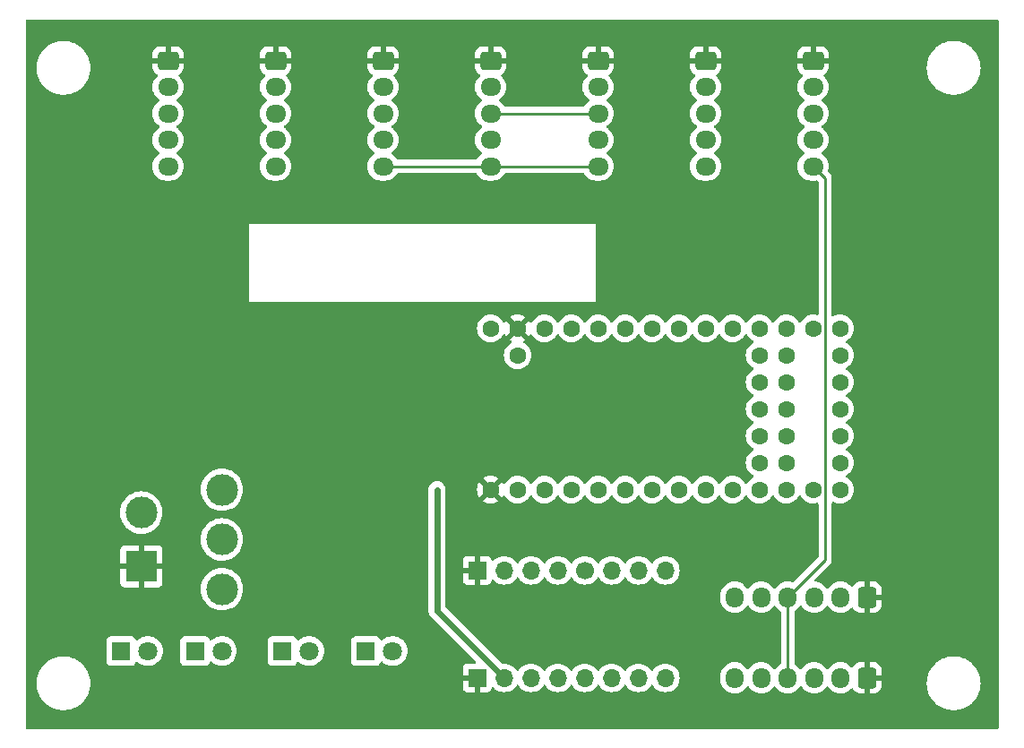
<source format=gbr>
%TF.GenerationSoftware,KiCad,Pcbnew,7.0.8*%
%TF.CreationDate,2024-03-05T19:06:49-05:00*%
%TF.ProjectId,UpdatedPCB2024,55706461-7465-4645-9043-42323032342e,rev?*%
%TF.SameCoordinates,Original*%
%TF.FileFunction,Copper,L2,Bot*%
%TF.FilePolarity,Positive*%
%FSLAX46Y46*%
G04 Gerber Fmt 4.6, Leading zero omitted, Abs format (unit mm)*
G04 Created by KiCad (PCBNEW 7.0.8) date 2024-03-05 19:06:49*
%MOMM*%
%LPD*%
G01*
G04 APERTURE LIST*
G04 Aperture macros list*
%AMRoundRect*
0 Rectangle with rounded corners*
0 $1 Rounding radius*
0 $2 $3 $4 $5 $6 $7 $8 $9 X,Y pos of 4 corners*
0 Add a 4 corners polygon primitive as box body*
4,1,4,$2,$3,$4,$5,$6,$7,$8,$9,$2,$3,0*
0 Add four circle primitives for the rounded corners*
1,1,$1+$1,$2,$3*
1,1,$1+$1,$4,$5*
1,1,$1+$1,$6,$7*
1,1,$1+$1,$8,$9*
0 Add four rect primitives between the rounded corners*
20,1,$1+$1,$2,$3,$4,$5,0*
20,1,$1+$1,$4,$5,$6,$7,0*
20,1,$1+$1,$6,$7,$8,$9,0*
20,1,$1+$1,$8,$9,$2,$3,0*%
G04 Aperture macros list end*
%TA.AperFunction,ComponentPad*%
%ADD10O,1.700000X1.950000*%
%TD*%
%TA.AperFunction,ComponentPad*%
%ADD11RoundRect,0.250000X0.600000X0.725000X-0.600000X0.725000X-0.600000X-0.725000X0.600000X-0.725000X0*%
%TD*%
%TA.AperFunction,ComponentPad*%
%ADD12RoundRect,0.250000X-0.725000X0.600000X-0.725000X-0.600000X0.725000X-0.600000X0.725000X0.600000X0*%
%TD*%
%TA.AperFunction,ComponentPad*%
%ADD13O,1.950000X1.700000*%
%TD*%
%TA.AperFunction,ComponentPad*%
%ADD14R,1.800000X1.800000*%
%TD*%
%TA.AperFunction,ComponentPad*%
%ADD15C,1.800000*%
%TD*%
%TA.AperFunction,ComponentPad*%
%ADD16C,3.000000*%
%TD*%
%TA.AperFunction,ComponentPad*%
%ADD17R,3.000000X3.000000*%
%TD*%
%TA.AperFunction,ComponentPad*%
%ADD18C,1.600000*%
%TD*%
%TA.AperFunction,ComponentPad*%
%ADD19R,1.700000X1.700000*%
%TD*%
%TA.AperFunction,ComponentPad*%
%ADD20O,1.700000X1.700000*%
%TD*%
%TA.AperFunction,ComponentPad*%
%ADD21C,1.700000*%
%TD*%
%TA.AperFunction,ViaPad*%
%ADD22C,0.500000*%
%TD*%
%TA.AperFunction,ViaPad*%
%ADD23C,0.800000*%
%TD*%
%TA.AperFunction,Conductor*%
%ADD24C,0.600000*%
%TD*%
%TA.AperFunction,Conductor*%
%ADD25C,0.250000*%
%TD*%
G04 APERTURE END LIST*
D10*
%TO.P,J8,6,Pin_6*%
%TO.N,/AOUT1*%
X147520000Y-132080000D03*
%TO.P,J8,5,Pin_5*%
%TO.N,/AOUT2*%
X150020000Y-132080000D03*
%TO.P,J8,4,Pin_4*%
%TO.N,+3V3*%
X152520000Y-132080000D03*
%TO.P,J8,3,Pin_3*%
%TO.N,/AEQ1*%
X155020000Y-132080000D03*
%TO.P,J8,2,Pin_2*%
%TO.N,/AEQ2*%
X157520000Y-132080000D03*
D11*
%TO.P,J8,1,Pin_1*%
%TO.N,GND*%
X160020000Y-132080000D03*
%TD*%
D12*
%TO.P,J2,1,Pin_1*%
%TO.N,GND*%
X93980000Y-73740000D03*
D13*
%TO.P,J2,2,Pin_2*%
%TO.N,/SDA0*%
X93980000Y-76240000D03*
%TO.P,J2,3,Pin_3*%
%TO.N,/SCL0*%
X93980000Y-78740000D03*
%TO.P,J2,4,Pin_4*%
%TO.N,/LCS2*%
X93980000Y-81240000D03*
%TO.P,J2,5,Pin_5*%
%TO.N,+3V3*%
X93980000Y-83740000D03*
%TD*%
D14*
%TO.P,D3,1,K*%
%TO.N,Net-(D3-K)*%
X104771000Y-129540000D03*
D15*
%TO.P,D3,2,A*%
%TO.N,/LED2*%
X107311000Y-129540000D03*
%TD*%
D12*
%TO.P,J1,1,Pin_1*%
%TO.N,GND*%
X124460000Y-73740000D03*
D13*
%TO.P,J1,2,Pin_2*%
%TO.N,/SDA0*%
X124460000Y-76240000D03*
%TO.P,J1,3,Pin_3*%
%TO.N,/SCL0*%
X124460000Y-78740000D03*
%TO.P,J1,4,Pin_4*%
%TO.N,/LCS1*%
X124460000Y-81240000D03*
%TO.P,J1,5,Pin_5*%
%TO.N,+3V3*%
X124460000Y-83740000D03*
%TD*%
D14*
%TO.P,D1,1,K*%
%TO.N,Net-(D1-K)*%
X89531000Y-129540000D03*
D15*
%TO.P,D1,2,A*%
%TO.N,/LED0*%
X92071000Y-129540000D03*
%TD*%
D16*
%TO.P,SW1,1,A*%
%TO.N,unconnected-(SW1-A-Pad1)*%
X99060000Y-114300000D03*
%TO.P,SW1,2,B*%
%TO.N,Net-(J10-Pin_2)*%
X99060000Y-119000000D03*
%TO.P,SW1,3,C*%
%TO.N,+BATT*%
X99060000Y-123700000D03*
%TD*%
D17*
%TO.P,J10,1,Pin_1*%
%TO.N,GND*%
X91440000Y-121540000D03*
D16*
%TO.P,J10,2,Pin_2*%
%TO.N,Net-(J10-Pin_2)*%
X91440000Y-116460000D03*
%TD*%
D18*
%TO.P,U1,Vin,Vin*%
%TO.N,+BATT*%
X124460000Y-99060000D03*
%TO.P,U1,VBat,VBat*%
%TO.N,unconnected-(U1-PadVBat)*%
X157480000Y-111760000D03*
%TO.P,U1,Prg,Prg*%
%TO.N,unconnected-(U1-PadPrg)*%
X157480000Y-104140000D03*
%TO.P,U1,On/Off,On/Off*%
%TO.N,unconnected-(U1-PadOn{slash}Off)*%
X157480000Y-101600000D03*
%TO.P,U1,G3,GND*%
%TO.N,GND*%
X127000000Y-99060000D03*
%TO.P,U1,G2,GND*%
%TO.N,unconnected-(U1-GND-PadG2)*%
X157480000Y-106680000D03*
%TO.P,U1,G1,GND*%
%TO.N,GND*%
X124460000Y-114300000D03*
%TO.P,U1,34*%
%TO.N,N/C*%
X127000000Y-101600000D03*
%TO.P,U1,33*%
X149860000Y-101600000D03*
%TO.P,U1,32*%
X152400000Y-101600000D03*
%TO.P,U1,31*%
X149860000Y-104140000D03*
%TO.P,U1,30*%
X152400000Y-104140000D03*
%TO.P,U1,29*%
X149860000Y-106680000D03*
%TO.P,U1,28*%
X152400000Y-106680000D03*
%TO.P,U1,27*%
X149860000Y-109220000D03*
%TO.P,U1,26*%
X152400000Y-109220000D03*
%TO.P,U1,25*%
X149860000Y-111760000D03*
%TO.P,U1,24*%
X152400000Y-111760000D03*
%TO.P,U1,23,IO23*%
%TO.N,/LCS2*%
X132080000Y-99060000D03*
%TO.P,U1,22,IO22*%
%TO.N,/LCS4*%
X134620000Y-99060000D03*
%TO.P,U1,21,IO21*%
%TO.N,/LCS3*%
X137160000Y-99060000D03*
%TO.P,U1,20,IO20*%
%TO.N,/LCS1*%
X139700000Y-99060000D03*
%TO.P,U1,19,IO19*%
%TO.N,/SCL0*%
X142240000Y-99060000D03*
%TO.P,U1,18,IO18*%
%TO.N,/SDA0*%
X144780000Y-99060000D03*
%TO.P,U1,17,IO17*%
%TO.N,unconnected-(U1-IO17-Pad17)*%
X147320000Y-99060000D03*
%TO.P,U1,16,IO16*%
%TO.N,/LCS5*%
X149860000Y-99060000D03*
%TO.P,U1,15,IO15*%
%TO.N,/LCS7*%
X152400000Y-99060000D03*
%TO.P,U1,14,IO14*%
%TO.N,/LCS6*%
X154940000Y-99060000D03*
%TO.P,U1,13,IO13*%
%TO.N,unconnected-(U1-IO13-Pad13)*%
X157480000Y-99060000D03*
%TO.P,U1,12,IO12*%
%TO.N,/AEQ2*%
X157480000Y-114300000D03*
%TO.P,U1,11,IO11*%
%TO.N,/BEQ2*%
X154940000Y-114300000D03*
%TO.P,U1,10,IO10*%
%TO.N,/AEQ1*%
X152400000Y-114300000D03*
%TO.P,U1,9,IO9*%
%TO.N,/BEQ1*%
X149860000Y-114300000D03*
%TO.P,U1,8,IO8*%
%TO.N,/AIN1*%
X147320000Y-114300000D03*
%TO.P,U1,7,IO7*%
%TO.N,/AIN2*%
X144780000Y-114300000D03*
%TO.P,U1,6,IO6*%
%TO.N,/BIN2*%
X142240000Y-114300000D03*
%TO.P,U1,5,IO5*%
%TO.N,/BIN1*%
X139700000Y-114300000D03*
%TO.P,U1,4,IO4*%
%TO.N,/LED3*%
X137160000Y-114300000D03*
%TO.P,U1,3V*%
%TO.N,N/C*%
X129540000Y-99060000D03*
%TO.P,U1,3.3V,3.3V*%
%TO.N,unconnected-(U1-Pad3.3V)*%
X157480000Y-109220000D03*
%TO.P,U1,3,IO3*%
%TO.N,/LED2*%
X134620000Y-114300000D03*
%TO.P,U1,2,IO2*%
%TO.N,/LED1*%
X132080000Y-114300000D03*
%TO.P,U1,1,IO1*%
%TO.N,/LED0*%
X129540000Y-114300000D03*
%TO.P,U1,0,IO0*%
%TO.N,unconnected-(U1-IO0-Pad0)*%
X127000000Y-114300000D03*
%TD*%
D12*
%TO.P,J7,1,Pin_1*%
%TO.N,GND*%
X154940000Y-73740000D03*
D13*
%TO.P,J7,2,Pin_2*%
%TO.N,/SDA0*%
X154940000Y-76240000D03*
%TO.P,J7,3,Pin_3*%
%TO.N,/SCL0*%
X154940000Y-78740000D03*
%TO.P,J7,4,Pin_4*%
%TO.N,/LCS7*%
X154940000Y-81240000D03*
%TO.P,J7,5,Pin_5*%
%TO.N,+3V3*%
X154940000Y-83740000D03*
%TD*%
D12*
%TO.P,J6,1,Pin_1*%
%TO.N,GND*%
X144780000Y-73740000D03*
D13*
%TO.P,J6,2,Pin_2*%
%TO.N,/SDA0*%
X144780000Y-76240000D03*
%TO.P,J6,3,Pin_3*%
%TO.N,/SCL0*%
X144780000Y-78740000D03*
%TO.P,J6,4,Pin_4*%
%TO.N,/LCS6*%
X144780000Y-81240000D03*
%TO.P,J6,5,Pin_5*%
%TO.N,+3V3*%
X144780000Y-83740000D03*
%TD*%
D12*
%TO.P,J3,1,Pin_1*%
%TO.N,GND*%
X104140000Y-73740000D03*
D13*
%TO.P,J3,2,Pin_2*%
%TO.N,/SDA0*%
X104140000Y-76240000D03*
%TO.P,J3,3,Pin_3*%
%TO.N,/SCL0*%
X104140000Y-78740000D03*
%TO.P,J3,4,Pin_4*%
%TO.N,/LCS3*%
X104140000Y-81240000D03*
%TO.P,J3,5,Pin_5*%
%TO.N,+3V3*%
X104140000Y-83740000D03*
%TD*%
D10*
%TO.P,J9,6,Pin_6*%
%TO.N,/BOUT2*%
X147520000Y-124460000D03*
%TO.P,J9,5,Pin_5*%
%TO.N,/BOUT1*%
X150020000Y-124460000D03*
%TO.P,J9,4,Pin_4*%
%TO.N,+3V3*%
X152520000Y-124460000D03*
%TO.P,J9,3,Pin_3*%
%TO.N,/BEQ1*%
X155020000Y-124460000D03*
%TO.P,J9,2,Pin_2*%
%TO.N,/BEQ2*%
X157520000Y-124460000D03*
D11*
%TO.P,J9,1,Pin_1*%
%TO.N,GND*%
X160020000Y-124460000D03*
%TD*%
D14*
%TO.P,D2,1,K*%
%TO.N,Net-(D2-K)*%
X96520000Y-129540000D03*
D15*
%TO.P,D2,2,A*%
%TO.N,/LED1*%
X99060000Y-129540000D03*
%TD*%
D19*
%TO.P,U2,16,GND1*%
%TO.N,GND*%
X123190000Y-121920000D03*
D20*
%TO.P,U2,15,VMM*%
%TO.N,unconnected-(U2-VMM-Pad15)*%
X125730000Y-121920000D03*
%TO.P,U2,14,BIN1*%
%TO.N,/BIN1*%
X128270000Y-121920000D03*
%TO.P,U2,13,BIN2*%
%TO.N,/BIN2*%
X130810000Y-121920000D03*
D21*
%TO.P,U2,12,AIN2*%
%TO.N,/AIN2*%
X133350000Y-121920000D03*
D20*
%TO.P,U2,11,AIN1*%
%TO.N,/AIN1*%
X135890000Y-121920000D03*
%TO.P,U2,10,~{SLP}*%
%TO.N,unconnected-(U2-~{SLP}-Pad10)*%
X138430000Y-121920000D03*
%TO.P,U2,9,~{FLT}*%
%TO.N,unconnected-(U2-~{FLT}-Pad9)*%
X140970000Y-121920000D03*
%TO.P,U2,8,BISEN*%
%TO.N,unconnected-(U2-BISEN-Pad8)*%
X140970000Y-132080000D03*
%TO.P,U2,7,AISEN*%
%TO.N,unconnected-(U2-AISEN-Pad7)*%
X138430000Y-132080000D03*
%TO.P,U2,6,AOUT1*%
%TO.N,/AOUT1*%
X135890000Y-132080000D03*
%TO.P,U2,5,AOUT2*%
%TO.N,/AOUT2*%
X133350000Y-132080000D03*
%TO.P,U2,4,BOUT2*%
%TO.N,/BOUT2*%
X130810000Y-132080000D03*
%TO.P,U2,3,BOUT1*%
%TO.N,/BOUT1*%
X128270000Y-132080000D03*
%TO.P,U2,2,VIN*%
%TO.N,+BATT*%
X125730000Y-132080000D03*
D19*
%TO.P,U2,1,GND0*%
%TO.N,GND*%
X123190000Y-132080000D03*
%TD*%
D14*
%TO.P,D4,1,K*%
%TO.N,Net-(D4-K)*%
X112663000Y-129540000D03*
D15*
%TO.P,D4,2,A*%
%TO.N,/LED3*%
X115203000Y-129540000D03*
%TD*%
D12*
%TO.P,J4,1,Pin_1*%
%TO.N,GND*%
X114300000Y-73740000D03*
D13*
%TO.P,J4,2,Pin_2*%
%TO.N,/SDA0*%
X114300000Y-76240000D03*
%TO.P,J4,3,Pin_3*%
%TO.N,/SCL0*%
X114300000Y-78740000D03*
%TO.P,J4,4,Pin_4*%
%TO.N,/LCS4*%
X114300000Y-81240000D03*
%TO.P,J4,5,Pin_5*%
%TO.N,+3V3*%
X114300000Y-83740000D03*
%TD*%
D12*
%TO.P,J5,1,Pin_1*%
%TO.N,GND*%
X134620000Y-73740000D03*
D13*
%TO.P,J5,2,Pin_2*%
%TO.N,/SDA0*%
X134620000Y-76240000D03*
%TO.P,J5,3,Pin_3*%
%TO.N,/SCL0*%
X134620000Y-78740000D03*
%TO.P,J5,4,Pin_4*%
%TO.N,/LCS5*%
X134620000Y-81240000D03*
%TO.P,J5,5,Pin_5*%
%TO.N,+3V3*%
X134620000Y-83740000D03*
%TD*%
D22*
%TO.N,+BATT*%
X119380000Y-114300000D03*
D23*
%TO.N,GND*%
X108712000Y-116078000D03*
X88900000Y-112268000D03*
X88138000Y-125222000D03*
X88138000Y-133350000D03*
X92456000Y-135382000D03*
X100838000Y-135382000D03*
X108458000Y-135636000D03*
X119888000Y-135382000D03*
X87630000Y-102616000D03*
X87884000Y-89662000D03*
X87884000Y-82550000D03*
X102870000Y-104648000D03*
X99568000Y-103124000D03*
X114046000Y-101600000D03*
X149352000Y-73660000D03*
X139446000Y-73660000D03*
X128778000Y-73660000D03*
X119126000Y-73660000D03*
X98552000Y-73660000D03*
X108712000Y-73660000D03*
X119888000Y-99822000D03*
%TD*%
D24*
%TO.N,+BATT*%
X119380000Y-125730000D02*
X125730000Y-132080000D01*
X119380000Y-114300000D02*
X119380000Y-125730000D01*
D25*
%TO.N,+3V3*%
X152520000Y-124460000D02*
X152520000Y-132080000D01*
X156065000Y-120915000D02*
X152520000Y-124460000D01*
X156065000Y-84865000D02*
X156065000Y-120915000D01*
X154940000Y-83740000D02*
X156065000Y-84865000D01*
X124460000Y-83740000D02*
X134620000Y-83740000D01*
X124460000Y-83740000D02*
X114300000Y-83740000D01*
%TO.N,/SCL0*%
X134620000Y-78740000D02*
X124460000Y-78740000D01*
%TD*%
%TA.AperFunction,Conductor*%
%TO.N,GND*%
G36*
X172408539Y-69870185D02*
G01*
X172454294Y-69922989D01*
X172465500Y-69974500D01*
X172465500Y-136781500D01*
X172445815Y-136848539D01*
X172393011Y-136894294D01*
X172341500Y-136905500D01*
X80642500Y-136905500D01*
X80575461Y-136885815D01*
X80529706Y-136833011D01*
X80518500Y-136781500D01*
X80518500Y-132588000D01*
X81528477Y-132588000D01*
X81536384Y-132713692D01*
X81536506Y-132717561D01*
X81536506Y-132747648D01*
X81540276Y-132777495D01*
X81540642Y-132781372D01*
X81548547Y-132907024D01*
X81548549Y-132907041D01*
X81572145Y-133030738D01*
X81572754Y-133034584D01*
X81576523Y-133064415D01*
X81576524Y-133064419D01*
X81584003Y-133093551D01*
X81584849Y-133097336D01*
X81608448Y-133221043D01*
X81608450Y-133221050D01*
X81647359Y-133340800D01*
X81648445Y-133344539D01*
X81655926Y-133373673D01*
X81667002Y-133401652D01*
X81668320Y-133405314D01*
X81707231Y-133525067D01*
X81760850Y-133639013D01*
X81762389Y-133642569D01*
X81773465Y-133670543D01*
X81773470Y-133670556D01*
X81787954Y-133696901D01*
X81789723Y-133700372D01*
X81843339Y-133814311D01*
X81843342Y-133814317D01*
X81910812Y-133920633D01*
X81912795Y-133923985D01*
X81927284Y-133950341D01*
X81927289Y-133950349D01*
X81944971Y-133974687D01*
X81947160Y-133977908D01*
X81984362Y-134036528D01*
X82014629Y-134084221D01*
X82094901Y-134181253D01*
X82097273Y-134184311D01*
X82097276Y-134184316D01*
X82097279Y-134184319D01*
X82114960Y-134208655D01*
X82114963Y-134208660D01*
X82135551Y-134230584D01*
X82138127Y-134233505D01*
X82218390Y-134330526D01*
X82218399Y-134330536D01*
X82310173Y-134416716D01*
X82312913Y-134419455D01*
X82323403Y-134430626D01*
X82333530Y-134441411D01*
X82356715Y-134460591D01*
X82359636Y-134463166D01*
X82451421Y-134549357D01*
X82451431Y-134549365D01*
X82553294Y-134623373D01*
X82556372Y-134625761D01*
X82567580Y-134635032D01*
X82579550Y-134644935D01*
X82579552Y-134644936D01*
X82579553Y-134644937D01*
X82604960Y-134661061D01*
X82608165Y-134663239D01*
X82710041Y-134737256D01*
X82820419Y-134797937D01*
X82823720Y-134799889D01*
X82849136Y-134816019D01*
X82876372Y-134828835D01*
X82879796Y-134830580D01*
X82990169Y-134891258D01*
X82990174Y-134891260D01*
X82990176Y-134891261D01*
X82990177Y-134891262D01*
X83107247Y-134937613D01*
X83110821Y-134939159D01*
X83138039Y-134951967D01*
X83166677Y-134961272D01*
X83170308Y-134962580D01*
X83287390Y-135008936D01*
X83409396Y-135040262D01*
X83413077Y-135041331D01*
X83441703Y-135050633D01*
X83441705Y-135050633D01*
X83441707Y-135050634D01*
X83449195Y-135052062D01*
X83471267Y-135056272D01*
X83475017Y-135057110D01*
X83597017Y-135088435D01*
X83597030Y-135088436D01*
X83597032Y-135088437D01*
X83605802Y-135089544D01*
X83721975Y-135104220D01*
X83725757Y-135104819D01*
X83755339Y-135110463D01*
X83785376Y-135112352D01*
X83789232Y-135112717D01*
X83846001Y-135119888D01*
X83914155Y-135128499D01*
X83914161Y-135128499D01*
X83914165Y-135128500D01*
X83914167Y-135128500D01*
X84040091Y-135128500D01*
X84043963Y-135128621D01*
X84069541Y-135130230D01*
X84073998Y-135130511D01*
X84074000Y-135130511D01*
X84074002Y-135130511D01*
X84078458Y-135130230D01*
X84104036Y-135128621D01*
X84107909Y-135128500D01*
X84233833Y-135128500D01*
X84233835Y-135128500D01*
X84233840Y-135128499D01*
X84233844Y-135128499D01*
X84281869Y-135122431D01*
X84358767Y-135112717D01*
X84362623Y-135112352D01*
X84392661Y-135110463D01*
X84422257Y-135104817D01*
X84426009Y-135104222D01*
X84550983Y-135088435D01*
X84673015Y-135057102D01*
X84676688Y-135056281D01*
X84706297Y-135050633D01*
X84734945Y-135041324D01*
X84738588Y-135040265D01*
X84860610Y-135008936D01*
X84977704Y-134962575D01*
X84981319Y-134961273D01*
X85009961Y-134951967D01*
X85037205Y-134939146D01*
X85040722Y-134937624D01*
X85157831Y-134891258D01*
X85268228Y-134830566D01*
X85271613Y-134828842D01*
X85298864Y-134816019D01*
X85324316Y-134799866D01*
X85327560Y-134797948D01*
X85437959Y-134737256D01*
X85539846Y-134663230D01*
X85543039Y-134661061D01*
X85568450Y-134644935D01*
X85591662Y-134625731D01*
X85594663Y-134623403D01*
X85696577Y-134549359D01*
X85788389Y-134463141D01*
X85791263Y-134460608D01*
X85814469Y-134441411D01*
X85835102Y-134419438D01*
X85837789Y-134416751D01*
X85929606Y-134330530D01*
X86009903Y-134233466D01*
X86012406Y-134230628D01*
X86033038Y-134208658D01*
X86050731Y-134184305D01*
X86053087Y-134181266D01*
X86133371Y-134084221D01*
X86133374Y-134084215D01*
X86133379Y-134084210D01*
X86164818Y-134034667D01*
X86200861Y-133977873D01*
X86203012Y-133974709D01*
X86220713Y-133950346D01*
X86235232Y-133923935D01*
X86237153Y-133920685D01*
X86304659Y-133814315D01*
X86358285Y-133700353D01*
X86360015Y-133696956D01*
X86374533Y-133670549D01*
X86385626Y-133642528D01*
X86387136Y-133639040D01*
X86440767Y-133525070D01*
X86479687Y-133405286D01*
X86480990Y-133401666D01*
X86492072Y-133373679D01*
X86499560Y-133344511D01*
X86500629Y-133340834D01*
X86539551Y-133221046D01*
X86563161Y-133097274D01*
X86563986Y-133093588D01*
X86571476Y-133064419D01*
X86575250Y-133034541D01*
X86575845Y-133030782D01*
X86599451Y-132907039D01*
X86599451Y-132907038D01*
X86599452Y-132907032D01*
X86607357Y-132781372D01*
X86607358Y-132781350D01*
X86607724Y-132777486D01*
X86611493Y-132747652D01*
X86611494Y-132747646D01*
X86612141Y-132706377D01*
X86612252Y-132703560D01*
X86619523Y-132588000D01*
X86612252Y-132472443D01*
X86612141Y-132469619D01*
X86611494Y-132428354D01*
X86607723Y-132398502D01*
X86607358Y-132394649D01*
X86603291Y-132330000D01*
X86599452Y-132268968D01*
X86599449Y-132268954D01*
X86575850Y-132145243D01*
X86575243Y-132141403D01*
X86571476Y-132111587D01*
X86571476Y-132111581D01*
X86571473Y-132111571D01*
X86569439Y-132103648D01*
X86563991Y-132082432D01*
X86563155Y-132078695D01*
X86539551Y-131954954D01*
X86500633Y-131835178D01*
X86499559Y-131831484D01*
X86492072Y-131802321D01*
X86486840Y-131789107D01*
X86480998Y-131774349D01*
X86479679Y-131770685D01*
X86449009Y-131676295D01*
X86440767Y-131650930D01*
X86438705Y-131646549D01*
X86419154Y-131605000D01*
X86387140Y-131536968D01*
X86385622Y-131533458D01*
X86374533Y-131505451D01*
X86360036Y-131479081D01*
X86358269Y-131475613D01*
X86304659Y-131361685D01*
X86237180Y-131255356D01*
X86235210Y-131252025D01*
X86220713Y-131225654D01*
X86203747Y-131202302D01*
X86203028Y-131201312D01*
X86200838Y-131198090D01*
X86190725Y-131182155D01*
X86133371Y-131091779D01*
X86053098Y-130994746D01*
X86050741Y-130991708D01*
X86033038Y-130967342D01*
X86012436Y-130945403D01*
X86009871Y-130942493D01*
X85929609Y-130845473D01*
X85929607Y-130845471D01*
X85887679Y-130806098D01*
X85837805Y-130759263D01*
X85835086Y-130756544D01*
X85817004Y-130737288D01*
X85814473Y-130734593D01*
X85814469Y-130734589D01*
X85791275Y-130715400D01*
X85788355Y-130712825D01*
X85696589Y-130626651D01*
X85696573Y-130626638D01*
X85594706Y-130552626D01*
X85591629Y-130550240D01*
X85579241Y-130539992D01*
X85568450Y-130531065D01*
X85556667Y-130523587D01*
X85543039Y-130514938D01*
X85539820Y-130512749D01*
X85505577Y-130487870D01*
X88130500Y-130487870D01*
X88130501Y-130487876D01*
X88136908Y-130547483D01*
X88187202Y-130682328D01*
X88187206Y-130682335D01*
X88273452Y-130797544D01*
X88273455Y-130797547D01*
X88388664Y-130883793D01*
X88388671Y-130883797D01*
X88523517Y-130934091D01*
X88523516Y-130934091D01*
X88530444Y-130934835D01*
X88583127Y-130940500D01*
X90478872Y-130940499D01*
X90538483Y-130934091D01*
X90673331Y-130883796D01*
X90788546Y-130797546D01*
X90874796Y-130682331D01*
X90875256Y-130681097D01*
X90903455Y-130605493D01*
X90945326Y-130549559D01*
X91010790Y-130525141D01*
X91079063Y-130539992D01*
X91110866Y-130564843D01*
X91118302Y-130572920D01*
X91119215Y-130573912D01*
X91119222Y-130573918D01*
X91302365Y-130716464D01*
X91302371Y-130716468D01*
X91302374Y-130716470D01*
X91506497Y-130826936D01*
X91572495Y-130849593D01*
X91726015Y-130902297D01*
X91726017Y-130902297D01*
X91726019Y-130902298D01*
X91954951Y-130940500D01*
X91954952Y-130940500D01*
X92187048Y-130940500D01*
X92187049Y-130940500D01*
X92415981Y-130902298D01*
X92635503Y-130826936D01*
X92839626Y-130716470D01*
X92858936Y-130701441D01*
X92955039Y-130626641D01*
X93022784Y-130573913D01*
X93101992Y-130487870D01*
X95119500Y-130487870D01*
X95119501Y-130487876D01*
X95125908Y-130547483D01*
X95176202Y-130682328D01*
X95176206Y-130682335D01*
X95262452Y-130797544D01*
X95262455Y-130797547D01*
X95377664Y-130883793D01*
X95377671Y-130883797D01*
X95512517Y-130934091D01*
X95512516Y-130934091D01*
X95519444Y-130934835D01*
X95572127Y-130940500D01*
X97467872Y-130940499D01*
X97527483Y-130934091D01*
X97662331Y-130883796D01*
X97777546Y-130797546D01*
X97863796Y-130682331D01*
X97864256Y-130681097D01*
X97892455Y-130605493D01*
X97934326Y-130549559D01*
X97999790Y-130525141D01*
X98068063Y-130539992D01*
X98099866Y-130564843D01*
X98107302Y-130572920D01*
X98108215Y-130573912D01*
X98108222Y-130573918D01*
X98291365Y-130716464D01*
X98291371Y-130716468D01*
X98291374Y-130716470D01*
X98495497Y-130826936D01*
X98561495Y-130849593D01*
X98715015Y-130902297D01*
X98715017Y-130902297D01*
X98715019Y-130902298D01*
X98943951Y-130940500D01*
X98943952Y-130940500D01*
X99176048Y-130940500D01*
X99176049Y-130940500D01*
X99404981Y-130902298D01*
X99624503Y-130826936D01*
X99828626Y-130716470D01*
X99847936Y-130701441D01*
X99944039Y-130626641D01*
X100011784Y-130573913D01*
X100090992Y-130487870D01*
X103370500Y-130487870D01*
X103370501Y-130487876D01*
X103376908Y-130547483D01*
X103427202Y-130682328D01*
X103427206Y-130682335D01*
X103513452Y-130797544D01*
X103513455Y-130797547D01*
X103628664Y-130883793D01*
X103628671Y-130883797D01*
X103763517Y-130934091D01*
X103763516Y-130934091D01*
X103770444Y-130934835D01*
X103823127Y-130940500D01*
X105718872Y-130940499D01*
X105778483Y-130934091D01*
X105913331Y-130883796D01*
X106028546Y-130797546D01*
X106114796Y-130682331D01*
X106115256Y-130681097D01*
X106143455Y-130605493D01*
X106185326Y-130549559D01*
X106250790Y-130525141D01*
X106319063Y-130539992D01*
X106350866Y-130564843D01*
X106358302Y-130572920D01*
X106359215Y-130573912D01*
X106359222Y-130573918D01*
X106542365Y-130716464D01*
X106542371Y-130716468D01*
X106542374Y-130716470D01*
X106746497Y-130826936D01*
X106812495Y-130849593D01*
X106966015Y-130902297D01*
X106966017Y-130902297D01*
X106966019Y-130902298D01*
X107194951Y-130940500D01*
X107194952Y-130940500D01*
X107427048Y-130940500D01*
X107427049Y-130940500D01*
X107655981Y-130902298D01*
X107875503Y-130826936D01*
X108079626Y-130716470D01*
X108098936Y-130701441D01*
X108195039Y-130626641D01*
X108262784Y-130573913D01*
X108341992Y-130487870D01*
X111262500Y-130487870D01*
X111262501Y-130487876D01*
X111268908Y-130547483D01*
X111319202Y-130682328D01*
X111319206Y-130682335D01*
X111405452Y-130797544D01*
X111405455Y-130797547D01*
X111520664Y-130883793D01*
X111520671Y-130883797D01*
X111655517Y-130934091D01*
X111655516Y-130934091D01*
X111662444Y-130934835D01*
X111715127Y-130940500D01*
X113610872Y-130940499D01*
X113670483Y-130934091D01*
X113805331Y-130883796D01*
X113920546Y-130797546D01*
X114006796Y-130682331D01*
X114007256Y-130681097D01*
X114035455Y-130605493D01*
X114077326Y-130549559D01*
X114142790Y-130525141D01*
X114211063Y-130539992D01*
X114242866Y-130564843D01*
X114250302Y-130572920D01*
X114251215Y-130573912D01*
X114251222Y-130573918D01*
X114434365Y-130716464D01*
X114434371Y-130716468D01*
X114434374Y-130716470D01*
X114638497Y-130826936D01*
X114704495Y-130849593D01*
X114858015Y-130902297D01*
X114858017Y-130902297D01*
X114858019Y-130902298D01*
X115086951Y-130940500D01*
X115086952Y-130940500D01*
X115319048Y-130940500D01*
X115319049Y-130940500D01*
X115547981Y-130902298D01*
X115767503Y-130826936D01*
X115971626Y-130716470D01*
X115990936Y-130701441D01*
X116087039Y-130626641D01*
X116154784Y-130573913D01*
X116311979Y-130403153D01*
X116438924Y-130208849D01*
X116532157Y-129996300D01*
X116589134Y-129771305D01*
X116608300Y-129540000D01*
X116608300Y-129539993D01*
X116589135Y-129308702D01*
X116589133Y-129308691D01*
X116532157Y-129083699D01*
X116438924Y-128871151D01*
X116311983Y-128676852D01*
X116311980Y-128676849D01*
X116311979Y-128676847D01*
X116154784Y-128506087D01*
X116154779Y-128506083D01*
X116154777Y-128506081D01*
X115971634Y-128363535D01*
X115971628Y-128363531D01*
X115767504Y-128253064D01*
X115767495Y-128253061D01*
X115547984Y-128177702D01*
X115357450Y-128145908D01*
X115319049Y-128139500D01*
X115086951Y-128139500D01*
X115048550Y-128145908D01*
X114858015Y-128177702D01*
X114638504Y-128253061D01*
X114638495Y-128253064D01*
X114434371Y-128363531D01*
X114434365Y-128363535D01*
X114251222Y-128506081D01*
X114251218Y-128506085D01*
X114242866Y-128515158D01*
X114182979Y-128551148D01*
X114113141Y-128549047D01*
X114055525Y-128509522D01*
X114035455Y-128474507D01*
X114006797Y-128397671D01*
X114006793Y-128397664D01*
X113920547Y-128282455D01*
X113920544Y-128282452D01*
X113805335Y-128196206D01*
X113805328Y-128196202D01*
X113670482Y-128145908D01*
X113670483Y-128145908D01*
X113610883Y-128139501D01*
X113610881Y-128139500D01*
X113610873Y-128139500D01*
X113610864Y-128139500D01*
X111715129Y-128139500D01*
X111715123Y-128139501D01*
X111655516Y-128145908D01*
X111520671Y-128196202D01*
X111520664Y-128196206D01*
X111405455Y-128282452D01*
X111405452Y-128282455D01*
X111319206Y-128397664D01*
X111319202Y-128397671D01*
X111268908Y-128532517D01*
X111262501Y-128592116D01*
X111262500Y-128592135D01*
X111262500Y-130487870D01*
X108341992Y-130487870D01*
X108419979Y-130403153D01*
X108546924Y-130208849D01*
X108640157Y-129996300D01*
X108697134Y-129771305D01*
X108716300Y-129540000D01*
X108716300Y-129539993D01*
X108697135Y-129308702D01*
X108697133Y-129308691D01*
X108640157Y-129083699D01*
X108546924Y-128871151D01*
X108419983Y-128676852D01*
X108419980Y-128676849D01*
X108419979Y-128676847D01*
X108262784Y-128506087D01*
X108262779Y-128506083D01*
X108262777Y-128506081D01*
X108079634Y-128363535D01*
X108079628Y-128363531D01*
X107875504Y-128253064D01*
X107875495Y-128253061D01*
X107655984Y-128177702D01*
X107465450Y-128145908D01*
X107427049Y-128139500D01*
X107194951Y-128139500D01*
X107156550Y-128145908D01*
X106966015Y-128177702D01*
X106746504Y-128253061D01*
X106746495Y-128253064D01*
X106542371Y-128363531D01*
X106542365Y-128363535D01*
X106359222Y-128506081D01*
X106359218Y-128506085D01*
X106350866Y-128515158D01*
X106290979Y-128551148D01*
X106221141Y-128549047D01*
X106163525Y-128509522D01*
X106143455Y-128474507D01*
X106114797Y-128397671D01*
X106114793Y-128397664D01*
X106028547Y-128282455D01*
X106028544Y-128282452D01*
X105913335Y-128196206D01*
X105913328Y-128196202D01*
X105778482Y-128145908D01*
X105778483Y-128145908D01*
X105718883Y-128139501D01*
X105718881Y-128139500D01*
X105718873Y-128139500D01*
X105718864Y-128139500D01*
X103823129Y-128139500D01*
X103823123Y-128139501D01*
X103763516Y-128145908D01*
X103628671Y-128196202D01*
X103628664Y-128196206D01*
X103513455Y-128282452D01*
X103513452Y-128282455D01*
X103427206Y-128397664D01*
X103427202Y-128397671D01*
X103376908Y-128532517D01*
X103370501Y-128592116D01*
X103370500Y-128592135D01*
X103370500Y-130487870D01*
X100090992Y-130487870D01*
X100168979Y-130403153D01*
X100295924Y-130208849D01*
X100389157Y-129996300D01*
X100446134Y-129771305D01*
X100465300Y-129540000D01*
X100465300Y-129539993D01*
X100446135Y-129308702D01*
X100446133Y-129308691D01*
X100389157Y-129083699D01*
X100295924Y-128871151D01*
X100168983Y-128676852D01*
X100168980Y-128676849D01*
X100168979Y-128676847D01*
X100011784Y-128506087D01*
X100011779Y-128506083D01*
X100011777Y-128506081D01*
X99828634Y-128363535D01*
X99828628Y-128363531D01*
X99624504Y-128253064D01*
X99624495Y-128253061D01*
X99404984Y-128177702D01*
X99214450Y-128145908D01*
X99176049Y-128139500D01*
X98943951Y-128139500D01*
X98905550Y-128145908D01*
X98715015Y-128177702D01*
X98495504Y-128253061D01*
X98495495Y-128253064D01*
X98291371Y-128363531D01*
X98291365Y-128363535D01*
X98108222Y-128506081D01*
X98108218Y-128506085D01*
X98099866Y-128515158D01*
X98039979Y-128551148D01*
X97970141Y-128549047D01*
X97912525Y-128509522D01*
X97892455Y-128474507D01*
X97863797Y-128397671D01*
X97863793Y-128397664D01*
X97777547Y-128282455D01*
X97777544Y-128282452D01*
X97662335Y-128196206D01*
X97662328Y-128196202D01*
X97527482Y-128145908D01*
X97527483Y-128145908D01*
X97467883Y-128139501D01*
X97467881Y-128139500D01*
X97467873Y-128139500D01*
X97467864Y-128139500D01*
X95572129Y-128139500D01*
X95572123Y-128139501D01*
X95512516Y-128145908D01*
X95377671Y-128196202D01*
X95377664Y-128196206D01*
X95262455Y-128282452D01*
X95262452Y-128282455D01*
X95176206Y-128397664D01*
X95176202Y-128397671D01*
X95125908Y-128532517D01*
X95119501Y-128592116D01*
X95119500Y-128592135D01*
X95119500Y-130487870D01*
X93101992Y-130487870D01*
X93179979Y-130403153D01*
X93306924Y-130208849D01*
X93400157Y-129996300D01*
X93457134Y-129771305D01*
X93476300Y-129540000D01*
X93476300Y-129539993D01*
X93457135Y-129308702D01*
X93457133Y-129308691D01*
X93400157Y-129083699D01*
X93306924Y-128871151D01*
X93179983Y-128676852D01*
X93179980Y-128676849D01*
X93179979Y-128676847D01*
X93022784Y-128506087D01*
X93022779Y-128506083D01*
X93022777Y-128506081D01*
X92839634Y-128363535D01*
X92839628Y-128363531D01*
X92635504Y-128253064D01*
X92635495Y-128253061D01*
X92415984Y-128177702D01*
X92225450Y-128145908D01*
X92187049Y-128139500D01*
X91954951Y-128139500D01*
X91916550Y-128145908D01*
X91726015Y-128177702D01*
X91506504Y-128253061D01*
X91506495Y-128253064D01*
X91302371Y-128363531D01*
X91302365Y-128363535D01*
X91119222Y-128506081D01*
X91119218Y-128506085D01*
X91110866Y-128515158D01*
X91050979Y-128551148D01*
X90981141Y-128549047D01*
X90923525Y-128509522D01*
X90903455Y-128474507D01*
X90874797Y-128397671D01*
X90874793Y-128397664D01*
X90788547Y-128282455D01*
X90788544Y-128282452D01*
X90673335Y-128196206D01*
X90673328Y-128196202D01*
X90538482Y-128145908D01*
X90538483Y-128145908D01*
X90478883Y-128139501D01*
X90478881Y-128139500D01*
X90478873Y-128139500D01*
X90478864Y-128139500D01*
X88583129Y-128139500D01*
X88583123Y-128139501D01*
X88523516Y-128145908D01*
X88388671Y-128196202D01*
X88388664Y-128196206D01*
X88273455Y-128282452D01*
X88273452Y-128282455D01*
X88187206Y-128397664D01*
X88187202Y-128397671D01*
X88136908Y-128532517D01*
X88130501Y-128592116D01*
X88130500Y-128592135D01*
X88130500Y-130487870D01*
X85505577Y-130487870D01*
X85437970Y-130438751D01*
X85437958Y-130438743D01*
X85327608Y-130378077D01*
X85324256Y-130376095D01*
X85298866Y-130359982D01*
X85298864Y-130359981D01*
X85271643Y-130347171D01*
X85268174Y-130345403D01*
X85157837Y-130284745D01*
X85157835Y-130284744D01*
X85157831Y-130284742D01*
X85117118Y-130268622D01*
X85040757Y-130238388D01*
X85037184Y-130236842D01*
X85009961Y-130224033D01*
X85001033Y-130221132D01*
X84981362Y-130214740D01*
X84977699Y-130213421D01*
X84860610Y-130167063D01*
X84738643Y-130135748D01*
X84734902Y-130134661D01*
X84706301Y-130125368D01*
X84706303Y-130125368D01*
X84676740Y-130119728D01*
X84672959Y-130118883D01*
X84604947Y-130101420D01*
X84550985Y-130087565D01*
X84550975Y-130087563D01*
X84426070Y-130071784D01*
X84422224Y-130071175D01*
X84392679Y-130065539D01*
X84392663Y-130065537D01*
X84392661Y-130065537D01*
X84388478Y-130065273D01*
X84362632Y-130063647D01*
X84358756Y-130063280D01*
X84233846Y-130047500D01*
X84233835Y-130047500D01*
X84107909Y-130047500D01*
X84104036Y-130047378D01*
X84078458Y-130045769D01*
X84074002Y-130045489D01*
X84073998Y-130045489D01*
X84069541Y-130045769D01*
X84043963Y-130047378D01*
X84040091Y-130047500D01*
X83914153Y-130047500D01*
X83789244Y-130063280D01*
X83785368Y-130063647D01*
X83757586Y-130065395D01*
X83755339Y-130065537D01*
X83755337Y-130065537D01*
X83755321Y-130065539D01*
X83725778Y-130071175D01*
X83721931Y-130071784D01*
X83597020Y-130087564D01*
X83545024Y-130100914D01*
X83475037Y-130118884D01*
X83471246Y-130119731D01*
X83441705Y-130125366D01*
X83427620Y-130129942D01*
X83413089Y-130134664D01*
X83409360Y-130135747D01*
X83287387Y-130167064D01*
X83170309Y-130213417D01*
X83166648Y-130214735D01*
X83138044Y-130224030D01*
X83138035Y-130224034D01*
X83110817Y-130236841D01*
X83107246Y-130238386D01*
X82990167Y-130284742D01*
X82990164Y-130284744D01*
X82879825Y-130345403D01*
X82876357Y-130347170D01*
X82849139Y-130359979D01*
X82849135Y-130359981D01*
X82823744Y-130376094D01*
X82820394Y-130378075D01*
X82710058Y-130438733D01*
X82710040Y-130438744D01*
X82608170Y-130512755D01*
X82604951Y-130514943D01*
X82579556Y-130531060D01*
X82579551Y-130531064D01*
X82556373Y-130550236D01*
X82553298Y-130552621D01*
X82451423Y-130626641D01*
X82451419Y-130626644D01*
X82359639Y-130712829D01*
X82356720Y-130715403D01*
X82333533Y-130734586D01*
X82333529Y-130734590D01*
X82312929Y-130756527D01*
X82310176Y-130759280D01*
X82218393Y-130845470D01*
X82218391Y-130845472D01*
X82138136Y-130942483D01*
X82135562Y-130945403D01*
X82114968Y-130967334D01*
X82114954Y-130967352D01*
X82097276Y-130991683D01*
X82094889Y-130994760D01*
X82014639Y-131091765D01*
X82014625Y-131091784D01*
X81947158Y-131198092D01*
X81944971Y-131201310D01*
X81927287Y-131225652D01*
X81912797Y-131252009D01*
X81910815Y-131255360D01*
X81843346Y-131361675D01*
X81843338Y-131361688D01*
X81789728Y-131475616D01*
X81787961Y-131479085D01*
X81773466Y-131505452D01*
X81762392Y-131533422D01*
X81760845Y-131536996D01*
X81707234Y-131650927D01*
X81668319Y-131770689D01*
X81667001Y-131774351D01*
X81655929Y-131802317D01*
X81655926Y-131802323D01*
X81648444Y-131831464D01*
X81647358Y-131835202D01*
X81608450Y-131954949D01*
X81608449Y-131954953D01*
X81584851Y-132078652D01*
X81584002Y-132082450D01*
X81576526Y-132111571D01*
X81576523Y-132111587D01*
X81572753Y-132141416D01*
X81572144Y-132145259D01*
X81548550Y-132268954D01*
X81548547Y-132268975D01*
X81540642Y-132394626D01*
X81540276Y-132398502D01*
X81536506Y-132428347D01*
X81536506Y-132458437D01*
X81536384Y-132462309D01*
X81528477Y-132588000D01*
X80518500Y-132588000D01*
X80518500Y-125820191D01*
X118579500Y-125820191D01*
X118579501Y-125820200D01*
X118588791Y-125860908D01*
X118589955Y-125867763D01*
X118594632Y-125909259D01*
X118608420Y-125948662D01*
X118610345Y-125955345D01*
X118619639Y-125996061D01*
X118637759Y-126033688D01*
X118640421Y-126040114D01*
X118654212Y-126079525D01*
X118676422Y-126114872D01*
X118679787Y-126120959D01*
X118697910Y-126158589D01*
X118723940Y-126191229D01*
X118727966Y-126196904D01*
X118750182Y-126232259D01*
X118750184Y-126232262D01*
X123036241Y-130518319D01*
X123069726Y-130579642D01*
X123064742Y-130649334D01*
X123022870Y-130705267D01*
X122957406Y-130729684D01*
X122948560Y-130730000D01*
X122292155Y-130730000D01*
X122232627Y-130736401D01*
X122232620Y-130736403D01*
X122097913Y-130786645D01*
X122097906Y-130786649D01*
X121982812Y-130872809D01*
X121982809Y-130872812D01*
X121896649Y-130987906D01*
X121896645Y-130987913D01*
X121846403Y-131122620D01*
X121846401Y-131122627D01*
X121840000Y-131182155D01*
X121840000Y-131830000D01*
X122744428Y-131830000D01*
X122721318Y-131865960D01*
X122680000Y-132006673D01*
X122680000Y-132153327D01*
X122721318Y-132294040D01*
X122744428Y-132330000D01*
X121840000Y-132330000D01*
X121840000Y-132977844D01*
X121846401Y-133037372D01*
X121846403Y-133037379D01*
X121896645Y-133172086D01*
X121896649Y-133172093D01*
X121982809Y-133287187D01*
X121982812Y-133287190D01*
X122097906Y-133373350D01*
X122097913Y-133373354D01*
X122232620Y-133423596D01*
X122232627Y-133423598D01*
X122292155Y-133429999D01*
X122292172Y-133430000D01*
X122940000Y-133430000D01*
X122940000Y-132526494D01*
X123044839Y-132574373D01*
X123153527Y-132590000D01*
X123226473Y-132590000D01*
X123335161Y-132574373D01*
X123440000Y-132526494D01*
X123440000Y-133430000D01*
X124087828Y-133430000D01*
X124087844Y-133429999D01*
X124147372Y-133423598D01*
X124147379Y-133423596D01*
X124282086Y-133373354D01*
X124282093Y-133373350D01*
X124397187Y-133287190D01*
X124397190Y-133287187D01*
X124483350Y-133172093D01*
X124483354Y-133172086D01*
X124532422Y-133040529D01*
X124574293Y-132984595D01*
X124639757Y-132960178D01*
X124708030Y-132975030D01*
X124736285Y-132996181D01*
X124858599Y-133118495D01*
X124935135Y-133172086D01*
X125052165Y-133254032D01*
X125052167Y-133254033D01*
X125052170Y-133254035D01*
X125266337Y-133353903D01*
X125494592Y-133415063D01*
X125665319Y-133430000D01*
X125729999Y-133435659D01*
X125730000Y-133435659D01*
X125730001Y-133435659D01*
X125794681Y-133430000D01*
X125965408Y-133415063D01*
X126193663Y-133353903D01*
X126407830Y-133254035D01*
X126601401Y-133118495D01*
X126768495Y-132951401D01*
X126898425Y-132765842D01*
X126953002Y-132722217D01*
X127022500Y-132715023D01*
X127084855Y-132746546D01*
X127101575Y-132765842D01*
X127231500Y-132951395D01*
X127231505Y-132951401D01*
X127398599Y-133118495D01*
X127475135Y-133172086D01*
X127592165Y-133254032D01*
X127592167Y-133254033D01*
X127592170Y-133254035D01*
X127806337Y-133353903D01*
X128034592Y-133415063D01*
X128205319Y-133430000D01*
X128269999Y-133435659D01*
X128270000Y-133435659D01*
X128270001Y-133435659D01*
X128334681Y-133430000D01*
X128505408Y-133415063D01*
X128733663Y-133353903D01*
X128947830Y-133254035D01*
X129141401Y-133118495D01*
X129308495Y-132951401D01*
X129438425Y-132765842D01*
X129493002Y-132722217D01*
X129562500Y-132715023D01*
X129624855Y-132746546D01*
X129641575Y-132765842D01*
X129771500Y-132951395D01*
X129771505Y-132951401D01*
X129938599Y-133118495D01*
X130015135Y-133172086D01*
X130132165Y-133254032D01*
X130132167Y-133254033D01*
X130132170Y-133254035D01*
X130346337Y-133353903D01*
X130574592Y-133415063D01*
X130745319Y-133430000D01*
X130809999Y-133435659D01*
X130810000Y-133435659D01*
X130810001Y-133435659D01*
X130874681Y-133430000D01*
X131045408Y-133415063D01*
X131273663Y-133353903D01*
X131487830Y-133254035D01*
X131681401Y-133118495D01*
X131848495Y-132951401D01*
X131978425Y-132765842D01*
X132033002Y-132722217D01*
X132102500Y-132715023D01*
X132164855Y-132746546D01*
X132181575Y-132765842D01*
X132311500Y-132951395D01*
X132311505Y-132951401D01*
X132478599Y-133118495D01*
X132555135Y-133172086D01*
X132672165Y-133254032D01*
X132672167Y-133254033D01*
X132672170Y-133254035D01*
X132886337Y-133353903D01*
X133114592Y-133415063D01*
X133285319Y-133430000D01*
X133349999Y-133435659D01*
X133350000Y-133435659D01*
X133350001Y-133435659D01*
X133414681Y-133430000D01*
X133585408Y-133415063D01*
X133813663Y-133353903D01*
X134027830Y-133254035D01*
X134221401Y-133118495D01*
X134388495Y-132951401D01*
X134518425Y-132765842D01*
X134573002Y-132722217D01*
X134642500Y-132715023D01*
X134704855Y-132746546D01*
X134721575Y-132765842D01*
X134851500Y-132951395D01*
X134851505Y-132951401D01*
X135018599Y-133118495D01*
X135095135Y-133172086D01*
X135212165Y-133254032D01*
X135212167Y-133254033D01*
X135212170Y-133254035D01*
X135426337Y-133353903D01*
X135654592Y-133415063D01*
X135825319Y-133430000D01*
X135889999Y-133435659D01*
X135890000Y-133435659D01*
X135890001Y-133435659D01*
X135954681Y-133430000D01*
X136125408Y-133415063D01*
X136353663Y-133353903D01*
X136567830Y-133254035D01*
X136761401Y-133118495D01*
X136928495Y-132951401D01*
X137058425Y-132765842D01*
X137113002Y-132722217D01*
X137182500Y-132715023D01*
X137244855Y-132746546D01*
X137261575Y-132765842D01*
X137391500Y-132951395D01*
X137391505Y-132951401D01*
X137558599Y-133118495D01*
X137635135Y-133172086D01*
X137752165Y-133254032D01*
X137752167Y-133254033D01*
X137752170Y-133254035D01*
X137966337Y-133353903D01*
X138194592Y-133415063D01*
X138365319Y-133430000D01*
X138429999Y-133435659D01*
X138430000Y-133435659D01*
X138430001Y-133435659D01*
X138494681Y-133430000D01*
X138665408Y-133415063D01*
X138893663Y-133353903D01*
X139107830Y-133254035D01*
X139301401Y-133118495D01*
X139468495Y-132951401D01*
X139598425Y-132765842D01*
X139653002Y-132722217D01*
X139722500Y-132715023D01*
X139784855Y-132746546D01*
X139801575Y-132765842D01*
X139931500Y-132951395D01*
X139931505Y-132951401D01*
X140098599Y-133118495D01*
X140175135Y-133172086D01*
X140292165Y-133254032D01*
X140292167Y-133254033D01*
X140292170Y-133254035D01*
X140506337Y-133353903D01*
X140734592Y-133415063D01*
X140905319Y-133430000D01*
X140969999Y-133435659D01*
X140970000Y-133435659D01*
X140970001Y-133435659D01*
X141034681Y-133430000D01*
X141205408Y-133415063D01*
X141433663Y-133353903D01*
X141647830Y-133254035D01*
X141841401Y-133118495D01*
X142008495Y-132951401D01*
X142144035Y-132757830D01*
X142243903Y-132543663D01*
X142305063Y-132315408D01*
X142325659Y-132080000D01*
X142305063Y-131844592D01*
X142243903Y-131616337D01*
X142144035Y-131402171D01*
X142138425Y-131394158D01*
X142008494Y-131208597D01*
X141841402Y-131041506D01*
X141841395Y-131041501D01*
X141841369Y-131041483D01*
X141735500Y-130967352D01*
X141647834Y-130905967D01*
X141647830Y-130905965D01*
X141606428Y-130886659D01*
X141433663Y-130806097D01*
X141433659Y-130806096D01*
X141433655Y-130806094D01*
X141205413Y-130744938D01*
X141205403Y-130744936D01*
X140970001Y-130724341D01*
X140969999Y-130724341D01*
X140734596Y-130744936D01*
X140734586Y-130744938D01*
X140506344Y-130806094D01*
X140506335Y-130806098D01*
X140292171Y-130905964D01*
X140292169Y-130905965D01*
X140098597Y-131041505D01*
X139931505Y-131208597D01*
X139801575Y-131394158D01*
X139746998Y-131437783D01*
X139677500Y-131444977D01*
X139615145Y-131413454D01*
X139598425Y-131394158D01*
X139468494Y-131208597D01*
X139301402Y-131041506D01*
X139301395Y-131041501D01*
X139301369Y-131041483D01*
X139195500Y-130967352D01*
X139107834Y-130905967D01*
X139107830Y-130905965D01*
X139066428Y-130886659D01*
X138893663Y-130806097D01*
X138893659Y-130806096D01*
X138893655Y-130806094D01*
X138665413Y-130744938D01*
X138665403Y-130744936D01*
X138430001Y-130724341D01*
X138429999Y-130724341D01*
X138194596Y-130744936D01*
X138194586Y-130744938D01*
X137966344Y-130806094D01*
X137966335Y-130806098D01*
X137752171Y-130905964D01*
X137752169Y-130905965D01*
X137558597Y-131041505D01*
X137391505Y-131208597D01*
X137261575Y-131394158D01*
X137206998Y-131437783D01*
X137137500Y-131444977D01*
X137075145Y-131413454D01*
X137058425Y-131394158D01*
X136928494Y-131208597D01*
X136761402Y-131041506D01*
X136761395Y-131041501D01*
X136761369Y-131041483D01*
X136655500Y-130967352D01*
X136567834Y-130905967D01*
X136567830Y-130905965D01*
X136526428Y-130886659D01*
X136353663Y-130806097D01*
X136353659Y-130806096D01*
X136353655Y-130806094D01*
X136125413Y-130744938D01*
X136125403Y-130744936D01*
X135890001Y-130724341D01*
X135889999Y-130724341D01*
X135654596Y-130744936D01*
X135654586Y-130744938D01*
X135426344Y-130806094D01*
X135426335Y-130806098D01*
X135212171Y-130905964D01*
X135212169Y-130905965D01*
X135018597Y-131041505D01*
X134851505Y-131208597D01*
X134721575Y-131394158D01*
X134666998Y-131437783D01*
X134597500Y-131444977D01*
X134535145Y-131413454D01*
X134518425Y-131394158D01*
X134388494Y-131208597D01*
X134221402Y-131041506D01*
X134221395Y-131041501D01*
X134221369Y-131041483D01*
X134115500Y-130967352D01*
X134027834Y-130905967D01*
X134027830Y-130905965D01*
X133986428Y-130886659D01*
X133813663Y-130806097D01*
X133813659Y-130806096D01*
X133813655Y-130806094D01*
X133585413Y-130744938D01*
X133585403Y-130744936D01*
X133350001Y-130724341D01*
X133349999Y-130724341D01*
X133114596Y-130744936D01*
X133114586Y-130744938D01*
X132886344Y-130806094D01*
X132886335Y-130806098D01*
X132672171Y-130905964D01*
X132672169Y-130905965D01*
X132478597Y-131041505D01*
X132311505Y-131208597D01*
X132181575Y-131394158D01*
X132126998Y-131437783D01*
X132057500Y-131444977D01*
X131995145Y-131413454D01*
X131978425Y-131394158D01*
X131848494Y-131208597D01*
X131681402Y-131041506D01*
X131681395Y-131041501D01*
X131681369Y-131041483D01*
X131575500Y-130967352D01*
X131487834Y-130905967D01*
X131487830Y-130905965D01*
X131446428Y-130886659D01*
X131273663Y-130806097D01*
X131273659Y-130806096D01*
X131273655Y-130806094D01*
X131045413Y-130744938D01*
X131045403Y-130744936D01*
X130810001Y-130724341D01*
X130809999Y-130724341D01*
X130574596Y-130744936D01*
X130574586Y-130744938D01*
X130346344Y-130806094D01*
X130346335Y-130806098D01*
X130132171Y-130905964D01*
X130132169Y-130905965D01*
X129938597Y-131041505D01*
X129771505Y-131208597D01*
X129641575Y-131394158D01*
X129586998Y-131437783D01*
X129517500Y-131444977D01*
X129455145Y-131413454D01*
X129438425Y-131394158D01*
X129308494Y-131208597D01*
X129141402Y-131041506D01*
X129141395Y-131041501D01*
X129141369Y-131041483D01*
X129035500Y-130967352D01*
X128947834Y-130905967D01*
X128947830Y-130905965D01*
X128906428Y-130886659D01*
X128733663Y-130806097D01*
X128733659Y-130806096D01*
X128733655Y-130806094D01*
X128505413Y-130744938D01*
X128505403Y-130744936D01*
X128270001Y-130724341D01*
X128269999Y-130724341D01*
X128034596Y-130744936D01*
X128034586Y-130744938D01*
X127806344Y-130806094D01*
X127806335Y-130806098D01*
X127592171Y-130905964D01*
X127592169Y-130905965D01*
X127398597Y-131041505D01*
X127231505Y-131208597D01*
X127101575Y-131394158D01*
X127046998Y-131437783D01*
X126977500Y-131444977D01*
X126915145Y-131413454D01*
X126898425Y-131394158D01*
X126768494Y-131208597D01*
X126601402Y-131041506D01*
X126601395Y-131041501D01*
X126601369Y-131041483D01*
X126495500Y-130967352D01*
X126407834Y-130905967D01*
X126407830Y-130905965D01*
X126366428Y-130886659D01*
X126193663Y-130806097D01*
X126193659Y-130806096D01*
X126193655Y-130806094D01*
X125965413Y-130744938D01*
X125965403Y-130744936D01*
X125730001Y-130724341D01*
X125729998Y-130724341D01*
X125582007Y-130737288D01*
X125513507Y-130723521D01*
X125483519Y-130701441D01*
X120216819Y-125434741D01*
X120183334Y-125373418D01*
X120180500Y-125347060D01*
X120180500Y-122817844D01*
X121840000Y-122817844D01*
X121846401Y-122877372D01*
X121846403Y-122877379D01*
X121896645Y-123012086D01*
X121896649Y-123012093D01*
X121982809Y-123127187D01*
X121982812Y-123127190D01*
X122097906Y-123213350D01*
X122097913Y-123213354D01*
X122232620Y-123263596D01*
X122232627Y-123263598D01*
X122292155Y-123269999D01*
X122292172Y-123270000D01*
X122940000Y-123270000D01*
X122940000Y-122366494D01*
X123044839Y-122414373D01*
X123153527Y-122430000D01*
X123226473Y-122430000D01*
X123335161Y-122414373D01*
X123440000Y-122366494D01*
X123440000Y-123270000D01*
X124087828Y-123270000D01*
X124087844Y-123269999D01*
X124147372Y-123263598D01*
X124147379Y-123263596D01*
X124282086Y-123213354D01*
X124282093Y-123213350D01*
X124397187Y-123127190D01*
X124397190Y-123127187D01*
X124483350Y-123012093D01*
X124483354Y-123012086D01*
X124532422Y-122880529D01*
X124574293Y-122824595D01*
X124639757Y-122800178D01*
X124708030Y-122815030D01*
X124736285Y-122836181D01*
X124858599Y-122958495D01*
X124917786Y-122999938D01*
X125052165Y-123094032D01*
X125052167Y-123094033D01*
X125052170Y-123094035D01*
X125266337Y-123193903D01*
X125494592Y-123255063D01*
X125665319Y-123270000D01*
X125729999Y-123275659D01*
X125730000Y-123275659D01*
X125730001Y-123275659D01*
X125794681Y-123270000D01*
X125965408Y-123255063D01*
X126193663Y-123193903D01*
X126407830Y-123094035D01*
X126601401Y-122958495D01*
X126768495Y-122791401D01*
X126898425Y-122605842D01*
X126953002Y-122562217D01*
X127022500Y-122555023D01*
X127084855Y-122586546D01*
X127101575Y-122605842D01*
X127231500Y-122791395D01*
X127231505Y-122791401D01*
X127398599Y-122958495D01*
X127457786Y-122999938D01*
X127592165Y-123094032D01*
X127592167Y-123094033D01*
X127592170Y-123094035D01*
X127806337Y-123193903D01*
X128034592Y-123255063D01*
X128205319Y-123270000D01*
X128269999Y-123275659D01*
X128270000Y-123275659D01*
X128270001Y-123275659D01*
X128334681Y-123270000D01*
X128505408Y-123255063D01*
X128733663Y-123193903D01*
X128947830Y-123094035D01*
X129141401Y-122958495D01*
X129308495Y-122791401D01*
X129438425Y-122605842D01*
X129493002Y-122562217D01*
X129562500Y-122555023D01*
X129624855Y-122586546D01*
X129641575Y-122605842D01*
X129771500Y-122791395D01*
X129771505Y-122791401D01*
X129938599Y-122958495D01*
X129997786Y-122999938D01*
X130132165Y-123094032D01*
X130132167Y-123094033D01*
X130132170Y-123094035D01*
X130346337Y-123193903D01*
X130574592Y-123255063D01*
X130745319Y-123270000D01*
X130809999Y-123275659D01*
X130810000Y-123275659D01*
X130810001Y-123275659D01*
X130874681Y-123270000D01*
X131045408Y-123255063D01*
X131273663Y-123193903D01*
X131487830Y-123094035D01*
X131681401Y-122958495D01*
X131848495Y-122791401D01*
X131978425Y-122605842D01*
X132033002Y-122562217D01*
X132102500Y-122555023D01*
X132164855Y-122586546D01*
X132181575Y-122605842D01*
X132311500Y-122791395D01*
X132311505Y-122791401D01*
X132478599Y-122958495D01*
X132537786Y-122999938D01*
X132672165Y-123094032D01*
X132672167Y-123094033D01*
X132672170Y-123094035D01*
X132886337Y-123193903D01*
X133114592Y-123255063D01*
X133285319Y-123270000D01*
X133349999Y-123275659D01*
X133350000Y-123275659D01*
X133350001Y-123275659D01*
X133414681Y-123270000D01*
X133585408Y-123255063D01*
X133813663Y-123193903D01*
X134027830Y-123094035D01*
X134221401Y-122958495D01*
X134388495Y-122791401D01*
X134518425Y-122605842D01*
X134573002Y-122562217D01*
X134642500Y-122555023D01*
X134704855Y-122586546D01*
X134721575Y-122605842D01*
X134851500Y-122791395D01*
X134851505Y-122791401D01*
X135018599Y-122958495D01*
X135077786Y-122999938D01*
X135212165Y-123094032D01*
X135212167Y-123094033D01*
X135212170Y-123094035D01*
X135426337Y-123193903D01*
X135654592Y-123255063D01*
X135825319Y-123270000D01*
X135889999Y-123275659D01*
X135890000Y-123275659D01*
X135890001Y-123275659D01*
X135954681Y-123270000D01*
X136125408Y-123255063D01*
X136353663Y-123193903D01*
X136567830Y-123094035D01*
X136761401Y-122958495D01*
X136928495Y-122791401D01*
X137058425Y-122605842D01*
X137113002Y-122562217D01*
X137182500Y-122555023D01*
X137244855Y-122586546D01*
X137261575Y-122605842D01*
X137391500Y-122791395D01*
X137391505Y-122791401D01*
X137558599Y-122958495D01*
X137617786Y-122999938D01*
X137752165Y-123094032D01*
X137752167Y-123094033D01*
X137752170Y-123094035D01*
X137966337Y-123193903D01*
X138194592Y-123255063D01*
X138365319Y-123270000D01*
X138429999Y-123275659D01*
X138430000Y-123275659D01*
X138430001Y-123275659D01*
X138494681Y-123270000D01*
X138665408Y-123255063D01*
X138893663Y-123193903D01*
X139107830Y-123094035D01*
X139301401Y-122958495D01*
X139468495Y-122791401D01*
X139598425Y-122605842D01*
X139653002Y-122562217D01*
X139722500Y-122555023D01*
X139784855Y-122586546D01*
X139801575Y-122605842D01*
X139931500Y-122791395D01*
X139931505Y-122791401D01*
X140098599Y-122958495D01*
X140157786Y-122999938D01*
X140292165Y-123094032D01*
X140292167Y-123094033D01*
X140292170Y-123094035D01*
X140506337Y-123193903D01*
X140734592Y-123255063D01*
X140905319Y-123270000D01*
X140969999Y-123275659D01*
X140970000Y-123275659D01*
X140970001Y-123275659D01*
X141034681Y-123270000D01*
X141205408Y-123255063D01*
X141433663Y-123193903D01*
X141647830Y-123094035D01*
X141841401Y-122958495D01*
X142008495Y-122791401D01*
X142144035Y-122597830D01*
X142243903Y-122383663D01*
X142305063Y-122155408D01*
X142325659Y-121920000D01*
X142305063Y-121684592D01*
X142243903Y-121456337D01*
X142144035Y-121242171D01*
X142140366Y-121236930D01*
X142008494Y-121048597D01*
X141841402Y-120881506D01*
X141841395Y-120881501D01*
X141647834Y-120745967D01*
X141647830Y-120745965D01*
X141576727Y-120712809D01*
X141433663Y-120646097D01*
X141433659Y-120646096D01*
X141433655Y-120646094D01*
X141205413Y-120584938D01*
X141205403Y-120584936D01*
X140970001Y-120564341D01*
X140969999Y-120564341D01*
X140734596Y-120584936D01*
X140734586Y-120584938D01*
X140506344Y-120646094D01*
X140506335Y-120646098D01*
X140292171Y-120745964D01*
X140292169Y-120745965D01*
X140098597Y-120881505D01*
X139931505Y-121048597D01*
X139801575Y-121234158D01*
X139746998Y-121277783D01*
X139677500Y-121284977D01*
X139615145Y-121253454D01*
X139598425Y-121234158D01*
X139468494Y-121048597D01*
X139301402Y-120881506D01*
X139301395Y-120881501D01*
X139107834Y-120745967D01*
X139107830Y-120745965D01*
X139036727Y-120712809D01*
X138893663Y-120646097D01*
X138893659Y-120646096D01*
X138893655Y-120646094D01*
X138665413Y-120584938D01*
X138665403Y-120584936D01*
X138430001Y-120564341D01*
X138429999Y-120564341D01*
X138194596Y-120584936D01*
X138194586Y-120584938D01*
X137966344Y-120646094D01*
X137966335Y-120646098D01*
X137752171Y-120745964D01*
X137752169Y-120745965D01*
X137558597Y-120881505D01*
X137391505Y-121048597D01*
X137261575Y-121234158D01*
X137206998Y-121277783D01*
X137137500Y-121284977D01*
X137075145Y-121253454D01*
X137058425Y-121234158D01*
X136928494Y-121048597D01*
X136761402Y-120881506D01*
X136761395Y-120881501D01*
X136567834Y-120745967D01*
X136567830Y-120745965D01*
X136496727Y-120712809D01*
X136353663Y-120646097D01*
X136353659Y-120646096D01*
X136353655Y-120646094D01*
X136125413Y-120584938D01*
X136125403Y-120584936D01*
X135890001Y-120564341D01*
X135889999Y-120564341D01*
X135654596Y-120584936D01*
X135654586Y-120584938D01*
X135426344Y-120646094D01*
X135426335Y-120646098D01*
X135212171Y-120745964D01*
X135212169Y-120745965D01*
X135018597Y-120881505D01*
X134851505Y-121048597D01*
X134721575Y-121234158D01*
X134666998Y-121277783D01*
X134597500Y-121284977D01*
X134535145Y-121253454D01*
X134518425Y-121234158D01*
X134388494Y-121048597D01*
X134221402Y-120881506D01*
X134221395Y-120881501D01*
X134027834Y-120745967D01*
X134027830Y-120745965D01*
X133956727Y-120712809D01*
X133813663Y-120646097D01*
X133813659Y-120646096D01*
X133813655Y-120646094D01*
X133585413Y-120584938D01*
X133585403Y-120584936D01*
X133350001Y-120564341D01*
X133349999Y-120564341D01*
X133114596Y-120584936D01*
X133114586Y-120584938D01*
X132886344Y-120646094D01*
X132886335Y-120646098D01*
X132672171Y-120745964D01*
X132672169Y-120745965D01*
X132478597Y-120881505D01*
X132311505Y-121048597D01*
X132181575Y-121234158D01*
X132126998Y-121277783D01*
X132057500Y-121284977D01*
X131995145Y-121253454D01*
X131978425Y-121234158D01*
X131848494Y-121048597D01*
X131681402Y-120881506D01*
X131681395Y-120881501D01*
X131487834Y-120745967D01*
X131487830Y-120745965D01*
X131416727Y-120712809D01*
X131273663Y-120646097D01*
X131273659Y-120646096D01*
X131273655Y-120646094D01*
X131045413Y-120584938D01*
X131045403Y-120584936D01*
X130810001Y-120564341D01*
X130809999Y-120564341D01*
X130574596Y-120584936D01*
X130574586Y-120584938D01*
X130346344Y-120646094D01*
X130346335Y-120646098D01*
X130132171Y-120745964D01*
X130132169Y-120745965D01*
X129938597Y-120881505D01*
X129771505Y-121048597D01*
X129641575Y-121234158D01*
X129586998Y-121277783D01*
X129517500Y-121284977D01*
X129455145Y-121253454D01*
X129438425Y-121234158D01*
X129308494Y-121048597D01*
X129141402Y-120881506D01*
X129141395Y-120881501D01*
X128947834Y-120745967D01*
X128947830Y-120745965D01*
X128876727Y-120712809D01*
X128733663Y-120646097D01*
X128733659Y-120646096D01*
X128733655Y-120646094D01*
X128505413Y-120584938D01*
X128505403Y-120584936D01*
X128270001Y-120564341D01*
X128269999Y-120564341D01*
X128034596Y-120584936D01*
X128034586Y-120584938D01*
X127806344Y-120646094D01*
X127806335Y-120646098D01*
X127592171Y-120745964D01*
X127592169Y-120745965D01*
X127398597Y-120881505D01*
X127231505Y-121048597D01*
X127101575Y-121234158D01*
X127046998Y-121277783D01*
X126977500Y-121284977D01*
X126915145Y-121253454D01*
X126898425Y-121234158D01*
X126768494Y-121048597D01*
X126601402Y-120881506D01*
X126601395Y-120881501D01*
X126407834Y-120745967D01*
X126407830Y-120745965D01*
X126336727Y-120712809D01*
X126193663Y-120646097D01*
X126193659Y-120646096D01*
X126193655Y-120646094D01*
X125965413Y-120584938D01*
X125965403Y-120584936D01*
X125730001Y-120564341D01*
X125729999Y-120564341D01*
X125494596Y-120584936D01*
X125494586Y-120584938D01*
X125266344Y-120646094D01*
X125266335Y-120646098D01*
X125052171Y-120745964D01*
X125052169Y-120745965D01*
X124858600Y-120881503D01*
X124736284Y-121003819D01*
X124674961Y-121037303D01*
X124605269Y-121032319D01*
X124549336Y-120990447D01*
X124532421Y-120959470D01*
X124483354Y-120827913D01*
X124483350Y-120827906D01*
X124397190Y-120712812D01*
X124397187Y-120712809D01*
X124282093Y-120626649D01*
X124282086Y-120626645D01*
X124147379Y-120576403D01*
X124147372Y-120576401D01*
X124087844Y-120570000D01*
X123440000Y-120570000D01*
X123440000Y-121473505D01*
X123335161Y-121425627D01*
X123226473Y-121410000D01*
X123153527Y-121410000D01*
X123044839Y-121425627D01*
X122940000Y-121473505D01*
X122940000Y-120570000D01*
X122292155Y-120570000D01*
X122232627Y-120576401D01*
X122232620Y-120576403D01*
X122097913Y-120626645D01*
X122097906Y-120626649D01*
X121982812Y-120712809D01*
X121982809Y-120712812D01*
X121896649Y-120827906D01*
X121896645Y-120827913D01*
X121846403Y-120962620D01*
X121846401Y-120962627D01*
X121840000Y-121022155D01*
X121840000Y-121670000D01*
X122744428Y-121670000D01*
X122721318Y-121705960D01*
X122680000Y-121846673D01*
X122680000Y-121993327D01*
X122721318Y-122134040D01*
X122744428Y-122170000D01*
X121840000Y-122170000D01*
X121840000Y-122817844D01*
X120180500Y-122817844D01*
X120180500Y-114255043D01*
X120180499Y-114255039D01*
X120165369Y-114120750D01*
X120165368Y-114120745D01*
X120128214Y-114014566D01*
X120105789Y-113950478D01*
X120009816Y-113797738D01*
X119882262Y-113670184D01*
X119729523Y-113574211D01*
X119559254Y-113514631D01*
X119559249Y-113514630D01*
X119380004Y-113494435D01*
X119379996Y-113494435D01*
X119200750Y-113514630D01*
X119200745Y-113514631D01*
X119030476Y-113574211D01*
X118877737Y-113670184D01*
X118750184Y-113797737D01*
X118654211Y-113950476D01*
X118594631Y-114120745D01*
X118594630Y-114120750D01*
X118579500Y-114255039D01*
X118579500Y-125820191D01*
X80518500Y-125820191D01*
X80518500Y-123700001D01*
X97054390Y-123700001D01*
X97074804Y-123985433D01*
X97135628Y-124265037D01*
X97135630Y-124265043D01*
X97135631Y-124265046D01*
X97233818Y-124528295D01*
X97235635Y-124533166D01*
X97372770Y-124784309D01*
X97372775Y-124784317D01*
X97544254Y-125013387D01*
X97544270Y-125013405D01*
X97746594Y-125215729D01*
X97746612Y-125215745D01*
X97975682Y-125387224D01*
X97975690Y-125387229D01*
X98226833Y-125524364D01*
X98226832Y-125524364D01*
X98226836Y-125524365D01*
X98226839Y-125524367D01*
X98494954Y-125624369D01*
X98494960Y-125624370D01*
X98494962Y-125624371D01*
X98774566Y-125685195D01*
X98774568Y-125685195D01*
X98774572Y-125685196D01*
X99028220Y-125703337D01*
X99059999Y-125705610D01*
X99060000Y-125705610D01*
X99060001Y-125705610D01*
X99088595Y-125703564D01*
X99345428Y-125685196D01*
X99625046Y-125624369D01*
X99893161Y-125524367D01*
X100144315Y-125387226D01*
X100373395Y-125215739D01*
X100575739Y-125013395D01*
X100747226Y-124784315D01*
X100884367Y-124533161D01*
X100984369Y-124265046D01*
X100985326Y-124260649D01*
X101045195Y-123985433D01*
X101045195Y-123985432D01*
X101045196Y-123985428D01*
X101065610Y-123700000D01*
X101045196Y-123414572D01*
X101019512Y-123296506D01*
X100984371Y-123134962D01*
X100984370Y-123134960D01*
X100984369Y-123134954D01*
X100884367Y-122866839D01*
X100867626Y-122836181D01*
X100747229Y-122615690D01*
X100747224Y-122615682D01*
X100575745Y-122386612D01*
X100575729Y-122386594D01*
X100373405Y-122184270D01*
X100373387Y-122184254D01*
X100144317Y-122012775D01*
X100144309Y-122012770D01*
X99893166Y-121875635D01*
X99893167Y-121875635D01*
X99785915Y-121835632D01*
X99625046Y-121775631D01*
X99625043Y-121775630D01*
X99625037Y-121775628D01*
X99345433Y-121714804D01*
X99060001Y-121694390D01*
X99059999Y-121694390D01*
X98774566Y-121714804D01*
X98494962Y-121775628D01*
X98226833Y-121875635D01*
X97975690Y-122012770D01*
X97975682Y-122012775D01*
X97746612Y-122184254D01*
X97746594Y-122184270D01*
X97544270Y-122386594D01*
X97544254Y-122386612D01*
X97372775Y-122615682D01*
X97372770Y-122615690D01*
X97235635Y-122866833D01*
X97135628Y-123134962D01*
X97074804Y-123414566D01*
X97054390Y-123699998D01*
X97054390Y-123700001D01*
X80518500Y-123700001D01*
X80518500Y-123087844D01*
X89440000Y-123087844D01*
X89446401Y-123147372D01*
X89446403Y-123147379D01*
X89496645Y-123282086D01*
X89496649Y-123282093D01*
X89582809Y-123397187D01*
X89582812Y-123397190D01*
X89697906Y-123483350D01*
X89697913Y-123483354D01*
X89832620Y-123533596D01*
X89832627Y-123533598D01*
X89892155Y-123539999D01*
X89892172Y-123540000D01*
X91190000Y-123540000D01*
X91190000Y-122261802D01*
X91351169Y-122300000D01*
X91484267Y-122300000D01*
X91616461Y-122284549D01*
X91690000Y-122257782D01*
X91690000Y-123540000D01*
X92987828Y-123540000D01*
X92987844Y-123539999D01*
X93047372Y-123533598D01*
X93047379Y-123533596D01*
X93182086Y-123483354D01*
X93182093Y-123483350D01*
X93297187Y-123397190D01*
X93297190Y-123397187D01*
X93383350Y-123282093D01*
X93383354Y-123282086D01*
X93433596Y-123147379D01*
X93433598Y-123147372D01*
X93439999Y-123087844D01*
X93440000Y-123087827D01*
X93440000Y-121790000D01*
X92158483Y-121790000D01*
X92193549Y-121672871D01*
X92203879Y-121495509D01*
X92173029Y-121320546D01*
X92159853Y-121290000D01*
X93440000Y-121290000D01*
X93440000Y-119992172D01*
X93439999Y-119992155D01*
X93433598Y-119932627D01*
X93433596Y-119932620D01*
X93383354Y-119797913D01*
X93383350Y-119797906D01*
X93297190Y-119682812D01*
X93297187Y-119682809D01*
X93182093Y-119596649D01*
X93182086Y-119596645D01*
X93047379Y-119546403D01*
X93047372Y-119546401D01*
X92987844Y-119540000D01*
X91690000Y-119540000D01*
X91690000Y-120818197D01*
X91528831Y-120780000D01*
X91395733Y-120780000D01*
X91263539Y-120795451D01*
X91190000Y-120822217D01*
X91190000Y-119540000D01*
X89892155Y-119540000D01*
X89832627Y-119546401D01*
X89832620Y-119546403D01*
X89697913Y-119596645D01*
X89697906Y-119596649D01*
X89582812Y-119682809D01*
X89582809Y-119682812D01*
X89496649Y-119797906D01*
X89496645Y-119797913D01*
X89446403Y-119932620D01*
X89446401Y-119932627D01*
X89440000Y-119992155D01*
X89440000Y-121290000D01*
X90721517Y-121290000D01*
X90686451Y-121407129D01*
X90676121Y-121584491D01*
X90706971Y-121759454D01*
X90720147Y-121790000D01*
X89440000Y-121790000D01*
X89440000Y-123087844D01*
X80518500Y-123087844D01*
X80518500Y-119000001D01*
X97054390Y-119000001D01*
X97074804Y-119285433D01*
X97135628Y-119565037D01*
X97135630Y-119565043D01*
X97135631Y-119565046D01*
X97179556Y-119682812D01*
X97235635Y-119833166D01*
X97372770Y-120084309D01*
X97372775Y-120084317D01*
X97544254Y-120313387D01*
X97544270Y-120313405D01*
X97746594Y-120515729D01*
X97746612Y-120515745D01*
X97975682Y-120687224D01*
X97975690Y-120687229D01*
X98226833Y-120824364D01*
X98226832Y-120824364D01*
X98226836Y-120824365D01*
X98226839Y-120824367D01*
X98494954Y-120924369D01*
X98494960Y-120924370D01*
X98494962Y-120924371D01*
X98774566Y-120985195D01*
X98774568Y-120985195D01*
X98774572Y-120985196D01*
X99028220Y-121003337D01*
X99059999Y-121005610D01*
X99060000Y-121005610D01*
X99060001Y-121005610D01*
X99088595Y-121003564D01*
X99345428Y-120985196D01*
X99396974Y-120973983D01*
X99625037Y-120924371D01*
X99625037Y-120924370D01*
X99625046Y-120924369D01*
X99893161Y-120824367D01*
X100144315Y-120687226D01*
X100373395Y-120515739D01*
X100575739Y-120313395D01*
X100747226Y-120084315D01*
X100884367Y-119833161D01*
X100984369Y-119565046D01*
X101045196Y-119285428D01*
X101065610Y-119000000D01*
X101045196Y-118714572D01*
X100984369Y-118434954D01*
X100884367Y-118166839D01*
X100873657Y-118147226D01*
X100747229Y-117915690D01*
X100747224Y-117915682D01*
X100575745Y-117686612D01*
X100575729Y-117686594D01*
X100373405Y-117484270D01*
X100373387Y-117484254D01*
X100144317Y-117312775D01*
X100144309Y-117312770D01*
X99893166Y-117175635D01*
X99893167Y-117175635D01*
X99785915Y-117135632D01*
X99625046Y-117075631D01*
X99625043Y-117075630D01*
X99625037Y-117075628D01*
X99345433Y-117014804D01*
X99060001Y-116994390D01*
X99059999Y-116994390D01*
X98774566Y-117014804D01*
X98494962Y-117075628D01*
X98226833Y-117175635D01*
X97975690Y-117312770D01*
X97975682Y-117312775D01*
X97746612Y-117484254D01*
X97746594Y-117484270D01*
X97544270Y-117686594D01*
X97544254Y-117686612D01*
X97372775Y-117915682D01*
X97372770Y-117915690D01*
X97235635Y-118166833D01*
X97135628Y-118434962D01*
X97074804Y-118714566D01*
X97054390Y-118999998D01*
X97054390Y-119000001D01*
X80518500Y-119000001D01*
X80518500Y-116460001D01*
X89434390Y-116460001D01*
X89454804Y-116745433D01*
X89515628Y-117025037D01*
X89515630Y-117025043D01*
X89515631Y-117025046D01*
X89571797Y-117175633D01*
X89615635Y-117293166D01*
X89752770Y-117544309D01*
X89752775Y-117544317D01*
X89924254Y-117773387D01*
X89924270Y-117773405D01*
X90126594Y-117975729D01*
X90126612Y-117975745D01*
X90355682Y-118147224D01*
X90355690Y-118147229D01*
X90606833Y-118284364D01*
X90606832Y-118284364D01*
X90606836Y-118284365D01*
X90606839Y-118284367D01*
X90874954Y-118384369D01*
X90874960Y-118384370D01*
X90874962Y-118384371D01*
X91154566Y-118445195D01*
X91154568Y-118445195D01*
X91154572Y-118445196D01*
X91408220Y-118463337D01*
X91439999Y-118465610D01*
X91440000Y-118465610D01*
X91440001Y-118465610D01*
X91468595Y-118463564D01*
X91725428Y-118445196D01*
X92005046Y-118384369D01*
X92273161Y-118284367D01*
X92524315Y-118147226D01*
X92753395Y-117975739D01*
X92955739Y-117773395D01*
X93127226Y-117544315D01*
X93264367Y-117293161D01*
X93364369Y-117025046D01*
X93425196Y-116745428D01*
X93445610Y-116460000D01*
X93425196Y-116174572D01*
X93384441Y-115987226D01*
X93364371Y-115894962D01*
X93364370Y-115894960D01*
X93364369Y-115894954D01*
X93264367Y-115626839D01*
X93257031Y-115613405D01*
X93127229Y-115375690D01*
X93127224Y-115375682D01*
X92955745Y-115146612D01*
X92955729Y-115146594D01*
X92753405Y-114944270D01*
X92753387Y-114944254D01*
X92524317Y-114772775D01*
X92524309Y-114772770D01*
X92273166Y-114635635D01*
X92273167Y-114635635D01*
X92138570Y-114585433D01*
X92005046Y-114535631D01*
X92005043Y-114535630D01*
X92005037Y-114535628D01*
X91725433Y-114474804D01*
X91440001Y-114454390D01*
X91439999Y-114454390D01*
X91154566Y-114474804D01*
X90874962Y-114535628D01*
X90606833Y-114635635D01*
X90355690Y-114772770D01*
X90355682Y-114772775D01*
X90126612Y-114944254D01*
X90126594Y-114944270D01*
X89924270Y-115146594D01*
X89924254Y-115146612D01*
X89752775Y-115375682D01*
X89752770Y-115375690D01*
X89615635Y-115626833D01*
X89515628Y-115894962D01*
X89454804Y-116174566D01*
X89434390Y-116459998D01*
X89434390Y-116460001D01*
X80518500Y-116460001D01*
X80518500Y-114300001D01*
X97054390Y-114300001D01*
X97074804Y-114585433D01*
X97135628Y-114865037D01*
X97135630Y-114865043D01*
X97135631Y-114865046D01*
X97195467Y-115025471D01*
X97235635Y-115133166D01*
X97372770Y-115384309D01*
X97372775Y-115384317D01*
X97544254Y-115613387D01*
X97544270Y-115613405D01*
X97746594Y-115815729D01*
X97746612Y-115815745D01*
X97975682Y-115987224D01*
X97975690Y-115987229D01*
X98226833Y-116124364D01*
X98226832Y-116124364D01*
X98226836Y-116124365D01*
X98226839Y-116124367D01*
X98494954Y-116224369D01*
X98494960Y-116224370D01*
X98494962Y-116224371D01*
X98774566Y-116285195D01*
X98774568Y-116285195D01*
X98774572Y-116285196D01*
X99028220Y-116303337D01*
X99059999Y-116305610D01*
X99060000Y-116305610D01*
X99060001Y-116305610D01*
X99088595Y-116303564D01*
X99345428Y-116285196D01*
X99625046Y-116224369D01*
X99893161Y-116124367D01*
X100144315Y-115987226D01*
X100373395Y-115815739D01*
X100575739Y-115613395D01*
X100747226Y-115384315D01*
X100884367Y-115133161D01*
X100984369Y-114865046D01*
X100989320Y-114842285D01*
X101045195Y-114585433D01*
X101045195Y-114585432D01*
X101045196Y-114585428D01*
X101065610Y-114300000D01*
X101045196Y-114014572D01*
X101037641Y-113979844D01*
X100984371Y-113734962D01*
X100984370Y-113734960D01*
X100984369Y-113734954D01*
X100884367Y-113466839D01*
X100750113Y-113220973D01*
X100747229Y-113215690D01*
X100747224Y-113215682D01*
X100575745Y-112986612D01*
X100575729Y-112986594D01*
X100373405Y-112784270D01*
X100373387Y-112784254D01*
X100144317Y-112612775D01*
X100144309Y-112612770D01*
X99893166Y-112475635D01*
X99893167Y-112475635D01*
X99785915Y-112435632D01*
X99625046Y-112375631D01*
X99625043Y-112375630D01*
X99625037Y-112375628D01*
X99345433Y-112314804D01*
X99060001Y-112294390D01*
X99059999Y-112294390D01*
X98774566Y-112314804D01*
X98494962Y-112375628D01*
X98226833Y-112475635D01*
X97975690Y-112612770D01*
X97975682Y-112612775D01*
X97746612Y-112784254D01*
X97746594Y-112784270D01*
X97544270Y-112986594D01*
X97544254Y-112986612D01*
X97372775Y-113215682D01*
X97372770Y-113215690D01*
X97235635Y-113466833D01*
X97135628Y-113734962D01*
X97074804Y-114014566D01*
X97054390Y-114299998D01*
X97054390Y-114300001D01*
X80518500Y-114300001D01*
X80518500Y-99060001D01*
X123154532Y-99060001D01*
X123174364Y-99286686D01*
X123174366Y-99286697D01*
X123233258Y-99506488D01*
X123233261Y-99506497D01*
X123329431Y-99712732D01*
X123329432Y-99712734D01*
X123459954Y-99899141D01*
X123620858Y-100060045D01*
X123620861Y-100060047D01*
X123807266Y-100190568D01*
X124013504Y-100286739D01*
X124233308Y-100345635D01*
X124395230Y-100359801D01*
X124459998Y-100365468D01*
X124460000Y-100365468D01*
X124460002Y-100365468D01*
X124516673Y-100360509D01*
X124686692Y-100345635D01*
X124906496Y-100286739D01*
X125112734Y-100190568D01*
X125299139Y-100060047D01*
X125460047Y-99899139D01*
X125590568Y-99712734D01*
X125617895Y-99654129D01*
X125664064Y-99601695D01*
X125731257Y-99582542D01*
X125798139Y-99602757D01*
X125842657Y-99654133D01*
X125869865Y-99712481D01*
X125869866Y-99712483D01*
X125920973Y-99785471D01*
X125920974Y-99785472D01*
X126474070Y-99232375D01*
X126476884Y-99245915D01*
X126546442Y-99380156D01*
X126649638Y-99490652D01*
X126778819Y-99569209D01*
X126830002Y-99583549D01*
X126274526Y-100139025D01*
X126274526Y-100139026D01*
X126347512Y-100190131D01*
X126347520Y-100190135D01*
X126405865Y-100217342D01*
X126458305Y-100263514D01*
X126477457Y-100330707D01*
X126457242Y-100397589D01*
X126405867Y-100442105D01*
X126347268Y-100469431D01*
X126347264Y-100469433D01*
X126160858Y-100599954D01*
X125999954Y-100760858D01*
X125869432Y-100947265D01*
X125869431Y-100947267D01*
X125773261Y-101153502D01*
X125773258Y-101153511D01*
X125714366Y-101373302D01*
X125714364Y-101373313D01*
X125694532Y-101599998D01*
X125694532Y-101600001D01*
X125714364Y-101826686D01*
X125714366Y-101826697D01*
X125773258Y-102046488D01*
X125773261Y-102046497D01*
X125869431Y-102252732D01*
X125869432Y-102252734D01*
X125999954Y-102439141D01*
X126160858Y-102600045D01*
X126160861Y-102600047D01*
X126347266Y-102730568D01*
X126553504Y-102826739D01*
X126773308Y-102885635D01*
X126935230Y-102899801D01*
X126999998Y-102905468D01*
X127000000Y-102905468D01*
X127000002Y-102905468D01*
X127056673Y-102900509D01*
X127226692Y-102885635D01*
X127446496Y-102826739D01*
X127652734Y-102730568D01*
X127839139Y-102600047D01*
X128000047Y-102439139D01*
X128130568Y-102252734D01*
X128226739Y-102046496D01*
X128285635Y-101826692D01*
X128305468Y-101600000D01*
X128285635Y-101373308D01*
X128226739Y-101153504D01*
X128130568Y-100947266D01*
X128000047Y-100760861D01*
X128000045Y-100760858D01*
X127839141Y-100599954D01*
X127652735Y-100469433D01*
X127652736Y-100469433D01*
X127652734Y-100469432D01*
X127594132Y-100442105D01*
X127541694Y-100395933D01*
X127522543Y-100328739D01*
X127542759Y-100261858D01*
X127594135Y-100217341D01*
X127652482Y-100190133D01*
X127725472Y-100139025D01*
X127171568Y-99585121D01*
X127288458Y-99534349D01*
X127405739Y-99438934D01*
X127492928Y-99315415D01*
X127523354Y-99229801D01*
X128079025Y-99785472D01*
X128130133Y-99712482D01*
X128157341Y-99654135D01*
X128203513Y-99601696D01*
X128270707Y-99582543D01*
X128337588Y-99602758D01*
X128382105Y-99654132D01*
X128409432Y-99712734D01*
X128460363Y-99785471D01*
X128539954Y-99899141D01*
X128700858Y-100060045D01*
X128700861Y-100060047D01*
X128887266Y-100190568D01*
X129093504Y-100286739D01*
X129313308Y-100345635D01*
X129475230Y-100359801D01*
X129539998Y-100365468D01*
X129540000Y-100365468D01*
X129540002Y-100365468D01*
X129596673Y-100360509D01*
X129766692Y-100345635D01*
X129986496Y-100286739D01*
X130192734Y-100190568D01*
X130379139Y-100060047D01*
X130540047Y-99899139D01*
X130670568Y-99712734D01*
X130697618Y-99654724D01*
X130743790Y-99602285D01*
X130810983Y-99583133D01*
X130877865Y-99603348D01*
X130922382Y-99654725D01*
X130949429Y-99712728D01*
X130949432Y-99712734D01*
X131079954Y-99899141D01*
X131240858Y-100060045D01*
X131240861Y-100060047D01*
X131427266Y-100190568D01*
X131633504Y-100286739D01*
X131853308Y-100345635D01*
X132015230Y-100359801D01*
X132079998Y-100365468D01*
X132080000Y-100365468D01*
X132080002Y-100365468D01*
X132136673Y-100360509D01*
X132306692Y-100345635D01*
X132526496Y-100286739D01*
X132732734Y-100190568D01*
X132919139Y-100060047D01*
X133080047Y-99899139D01*
X133210568Y-99712734D01*
X133237618Y-99654724D01*
X133283790Y-99602285D01*
X133350983Y-99583133D01*
X133417865Y-99603348D01*
X133462382Y-99654725D01*
X133489429Y-99712728D01*
X133489432Y-99712734D01*
X133619954Y-99899141D01*
X133780858Y-100060045D01*
X133780861Y-100060047D01*
X133967266Y-100190568D01*
X134173504Y-100286739D01*
X134393308Y-100345635D01*
X134555230Y-100359801D01*
X134619998Y-100365468D01*
X134620000Y-100365468D01*
X134620002Y-100365468D01*
X134676673Y-100360509D01*
X134846692Y-100345635D01*
X135066496Y-100286739D01*
X135272734Y-100190568D01*
X135459139Y-100060047D01*
X135620047Y-99899139D01*
X135750568Y-99712734D01*
X135777618Y-99654724D01*
X135823790Y-99602285D01*
X135890983Y-99583133D01*
X135957865Y-99603348D01*
X136002382Y-99654725D01*
X136029429Y-99712728D01*
X136029432Y-99712734D01*
X136159954Y-99899141D01*
X136320858Y-100060045D01*
X136320861Y-100060047D01*
X136507266Y-100190568D01*
X136713504Y-100286739D01*
X136933308Y-100345635D01*
X137095230Y-100359801D01*
X137159998Y-100365468D01*
X137160000Y-100365468D01*
X137160002Y-100365468D01*
X137216673Y-100360509D01*
X137386692Y-100345635D01*
X137606496Y-100286739D01*
X137812734Y-100190568D01*
X137999139Y-100060047D01*
X138160047Y-99899139D01*
X138290568Y-99712734D01*
X138317618Y-99654724D01*
X138363790Y-99602285D01*
X138430983Y-99583133D01*
X138497865Y-99603348D01*
X138542382Y-99654725D01*
X138569429Y-99712728D01*
X138569432Y-99712734D01*
X138699954Y-99899141D01*
X138860858Y-100060045D01*
X138860861Y-100060047D01*
X139047266Y-100190568D01*
X139253504Y-100286739D01*
X139473308Y-100345635D01*
X139635230Y-100359801D01*
X139699998Y-100365468D01*
X139700000Y-100365468D01*
X139700002Y-100365468D01*
X139756673Y-100360509D01*
X139926692Y-100345635D01*
X140146496Y-100286739D01*
X140352734Y-100190568D01*
X140539139Y-100060047D01*
X140700047Y-99899139D01*
X140830568Y-99712734D01*
X140857618Y-99654724D01*
X140903790Y-99602285D01*
X140970983Y-99583133D01*
X141037865Y-99603348D01*
X141082382Y-99654725D01*
X141109429Y-99712728D01*
X141109432Y-99712734D01*
X141239954Y-99899141D01*
X141400858Y-100060045D01*
X141400861Y-100060047D01*
X141587266Y-100190568D01*
X141793504Y-100286739D01*
X142013308Y-100345635D01*
X142175230Y-100359801D01*
X142239998Y-100365468D01*
X142240000Y-100365468D01*
X142240002Y-100365468D01*
X142296673Y-100360509D01*
X142466692Y-100345635D01*
X142686496Y-100286739D01*
X142892734Y-100190568D01*
X143079139Y-100060047D01*
X143240047Y-99899139D01*
X143370568Y-99712734D01*
X143397618Y-99654724D01*
X143443790Y-99602285D01*
X143510983Y-99583133D01*
X143577865Y-99603348D01*
X143622382Y-99654725D01*
X143649429Y-99712728D01*
X143649432Y-99712734D01*
X143779954Y-99899141D01*
X143940858Y-100060045D01*
X143940861Y-100060047D01*
X144127266Y-100190568D01*
X144333504Y-100286739D01*
X144553308Y-100345635D01*
X144715230Y-100359801D01*
X144779998Y-100365468D01*
X144780000Y-100365468D01*
X144780002Y-100365468D01*
X144836673Y-100360509D01*
X145006692Y-100345635D01*
X145226496Y-100286739D01*
X145432734Y-100190568D01*
X145619139Y-100060047D01*
X145780047Y-99899139D01*
X145910568Y-99712734D01*
X145937618Y-99654724D01*
X145983790Y-99602285D01*
X146050983Y-99583133D01*
X146117865Y-99603348D01*
X146162382Y-99654725D01*
X146189429Y-99712728D01*
X146189432Y-99712734D01*
X146319954Y-99899141D01*
X146480858Y-100060045D01*
X146480861Y-100060047D01*
X146667266Y-100190568D01*
X146873504Y-100286739D01*
X147093308Y-100345635D01*
X147255230Y-100359801D01*
X147319998Y-100365468D01*
X147320000Y-100365468D01*
X147320002Y-100365468D01*
X147376673Y-100360509D01*
X147546692Y-100345635D01*
X147766496Y-100286739D01*
X147972734Y-100190568D01*
X148159139Y-100060047D01*
X148320047Y-99899139D01*
X148450568Y-99712734D01*
X148477618Y-99654724D01*
X148523790Y-99602285D01*
X148590983Y-99583133D01*
X148657865Y-99603348D01*
X148702382Y-99654725D01*
X148729429Y-99712728D01*
X148729432Y-99712734D01*
X148859954Y-99899141D01*
X149020858Y-100060045D01*
X149020861Y-100060047D01*
X149207266Y-100190568D01*
X149264681Y-100217341D01*
X149265275Y-100217618D01*
X149317714Y-100263791D01*
X149336866Y-100330984D01*
X149316650Y-100397865D01*
X149265275Y-100442382D01*
X149207267Y-100469431D01*
X149207265Y-100469432D01*
X149020858Y-100599954D01*
X148859954Y-100760858D01*
X148729432Y-100947265D01*
X148729431Y-100947267D01*
X148633261Y-101153502D01*
X148633258Y-101153511D01*
X148574366Y-101373302D01*
X148574364Y-101373313D01*
X148554532Y-101599998D01*
X148554532Y-101600001D01*
X148574364Y-101826686D01*
X148574366Y-101826697D01*
X148633258Y-102046488D01*
X148633261Y-102046497D01*
X148729431Y-102252732D01*
X148729432Y-102252734D01*
X148859954Y-102439141D01*
X149020858Y-102600045D01*
X149020861Y-102600047D01*
X149207266Y-102730568D01*
X149265275Y-102757618D01*
X149317714Y-102803791D01*
X149336866Y-102870984D01*
X149316650Y-102937865D01*
X149265275Y-102982382D01*
X149207267Y-103009431D01*
X149207265Y-103009432D01*
X149020858Y-103139954D01*
X148859954Y-103300858D01*
X148729432Y-103487265D01*
X148729431Y-103487267D01*
X148633261Y-103693502D01*
X148633258Y-103693511D01*
X148574366Y-103913302D01*
X148574364Y-103913313D01*
X148554532Y-104139998D01*
X148554532Y-104140001D01*
X148574364Y-104366686D01*
X148574366Y-104366697D01*
X148633258Y-104586488D01*
X148633261Y-104586497D01*
X148729431Y-104792732D01*
X148729432Y-104792734D01*
X148859954Y-104979141D01*
X149020858Y-105140045D01*
X149020861Y-105140047D01*
X149207266Y-105270568D01*
X149265275Y-105297618D01*
X149317714Y-105343791D01*
X149336866Y-105410984D01*
X149316650Y-105477865D01*
X149265275Y-105522382D01*
X149207267Y-105549431D01*
X149207265Y-105549432D01*
X149020858Y-105679954D01*
X148859954Y-105840858D01*
X148729432Y-106027265D01*
X148729431Y-106027267D01*
X148633261Y-106233502D01*
X148633258Y-106233511D01*
X148574366Y-106453302D01*
X148574364Y-106453313D01*
X148554532Y-106679998D01*
X148554532Y-106680001D01*
X148574364Y-106906686D01*
X148574366Y-106906697D01*
X148633258Y-107126488D01*
X148633261Y-107126497D01*
X148729431Y-107332732D01*
X148729432Y-107332734D01*
X148859954Y-107519141D01*
X149020858Y-107680045D01*
X149020861Y-107680047D01*
X149207266Y-107810568D01*
X149265275Y-107837618D01*
X149317714Y-107883791D01*
X149336866Y-107950984D01*
X149316650Y-108017865D01*
X149265275Y-108062382D01*
X149207267Y-108089431D01*
X149207265Y-108089432D01*
X149020858Y-108219954D01*
X148859954Y-108380858D01*
X148729432Y-108567265D01*
X148729431Y-108567267D01*
X148633261Y-108773502D01*
X148633258Y-108773511D01*
X148574366Y-108993302D01*
X148574364Y-108993313D01*
X148554532Y-109219998D01*
X148554532Y-109220001D01*
X148574364Y-109446686D01*
X148574366Y-109446697D01*
X148633258Y-109666488D01*
X148633261Y-109666497D01*
X148729431Y-109872732D01*
X148729432Y-109872734D01*
X148859954Y-110059141D01*
X149020858Y-110220045D01*
X149020861Y-110220047D01*
X149207266Y-110350568D01*
X149265275Y-110377618D01*
X149317714Y-110423791D01*
X149336866Y-110490984D01*
X149316650Y-110557865D01*
X149265275Y-110602382D01*
X149207267Y-110629431D01*
X149207265Y-110629432D01*
X149020858Y-110759954D01*
X148859954Y-110920858D01*
X148729432Y-111107265D01*
X148729431Y-111107267D01*
X148633261Y-111313502D01*
X148633258Y-111313511D01*
X148574366Y-111533302D01*
X148574364Y-111533313D01*
X148554532Y-111759998D01*
X148554532Y-111760001D01*
X148574364Y-111986686D01*
X148574366Y-111986697D01*
X148633258Y-112206488D01*
X148633261Y-112206497D01*
X148729431Y-112412732D01*
X148729432Y-112412734D01*
X148859954Y-112599141D01*
X149020858Y-112760045D01*
X149020861Y-112760047D01*
X149207266Y-112890568D01*
X149265275Y-112917618D01*
X149317714Y-112963791D01*
X149336866Y-113030984D01*
X149316650Y-113097865D01*
X149265275Y-113142382D01*
X149207267Y-113169431D01*
X149207265Y-113169432D01*
X149020858Y-113299954D01*
X148859954Y-113460858D01*
X148729432Y-113647265D01*
X148729431Y-113647267D01*
X148702382Y-113705275D01*
X148656209Y-113757714D01*
X148589016Y-113776866D01*
X148522135Y-113756650D01*
X148477618Y-113705275D01*
X148450683Y-113647513D01*
X148450568Y-113647266D01*
X148320047Y-113460861D01*
X148320045Y-113460858D01*
X148159141Y-113299954D01*
X147972734Y-113169432D01*
X147972732Y-113169431D01*
X147766497Y-113073261D01*
X147766488Y-113073258D01*
X147546697Y-113014366D01*
X147546693Y-113014365D01*
X147546692Y-113014365D01*
X147546691Y-113014364D01*
X147546686Y-113014364D01*
X147320002Y-112994532D01*
X147319998Y-112994532D01*
X147093313Y-113014364D01*
X147093302Y-113014366D01*
X146873511Y-113073258D01*
X146873502Y-113073261D01*
X146667267Y-113169431D01*
X146667265Y-113169432D01*
X146480858Y-113299954D01*
X146319954Y-113460858D01*
X146189432Y-113647265D01*
X146189431Y-113647267D01*
X146162382Y-113705275D01*
X146116209Y-113757714D01*
X146049016Y-113776866D01*
X145982135Y-113756650D01*
X145937618Y-113705275D01*
X145910683Y-113647513D01*
X145910568Y-113647266D01*
X145780047Y-113460861D01*
X145780045Y-113460858D01*
X145619141Y-113299954D01*
X145432734Y-113169432D01*
X145432732Y-113169431D01*
X145226497Y-113073261D01*
X145226488Y-113073258D01*
X145006697Y-113014366D01*
X145006693Y-113014365D01*
X145006692Y-113014365D01*
X145006691Y-113014364D01*
X145006686Y-113014364D01*
X144780002Y-112994532D01*
X144779998Y-112994532D01*
X144553313Y-113014364D01*
X144553302Y-113014366D01*
X144333511Y-113073258D01*
X144333502Y-113073261D01*
X144127267Y-113169431D01*
X144127265Y-113169432D01*
X143940858Y-113299954D01*
X143779954Y-113460858D01*
X143649432Y-113647265D01*
X143649431Y-113647267D01*
X143622382Y-113705275D01*
X143576209Y-113757714D01*
X143509016Y-113776866D01*
X143442135Y-113756650D01*
X143397618Y-113705275D01*
X143370683Y-113647513D01*
X143370568Y-113647266D01*
X143240047Y-113460861D01*
X143240045Y-113460858D01*
X143079141Y-113299954D01*
X142892734Y-113169432D01*
X142892732Y-113169431D01*
X142686497Y-113073261D01*
X142686488Y-113073258D01*
X142466697Y-113014366D01*
X142466693Y-113014365D01*
X142466692Y-113014365D01*
X142466691Y-113014364D01*
X142466686Y-113014364D01*
X142240002Y-112994532D01*
X142239998Y-112994532D01*
X142013313Y-113014364D01*
X142013302Y-113014366D01*
X141793511Y-113073258D01*
X141793502Y-113073261D01*
X141587267Y-113169431D01*
X141587265Y-113169432D01*
X141400858Y-113299954D01*
X141239954Y-113460858D01*
X141109432Y-113647265D01*
X141109431Y-113647267D01*
X141082382Y-113705275D01*
X141036209Y-113757714D01*
X140969016Y-113776866D01*
X140902135Y-113756650D01*
X140857618Y-113705275D01*
X140830683Y-113647513D01*
X140830568Y-113647266D01*
X140700047Y-113460861D01*
X140700045Y-113460858D01*
X140539141Y-113299954D01*
X140352734Y-113169432D01*
X140352732Y-113169431D01*
X140146497Y-113073261D01*
X140146488Y-113073258D01*
X139926697Y-113014366D01*
X139926693Y-113014365D01*
X139926692Y-113014365D01*
X139926691Y-113014364D01*
X139926686Y-113014364D01*
X139700002Y-112994532D01*
X139699998Y-112994532D01*
X139473313Y-113014364D01*
X139473302Y-113014366D01*
X139253511Y-113073258D01*
X139253502Y-113073261D01*
X139047267Y-113169431D01*
X139047265Y-113169432D01*
X138860858Y-113299954D01*
X138699954Y-113460858D01*
X138569432Y-113647265D01*
X138569431Y-113647267D01*
X138542382Y-113705275D01*
X138496209Y-113757714D01*
X138429016Y-113776866D01*
X138362135Y-113756650D01*
X138317618Y-113705275D01*
X138290683Y-113647513D01*
X138290568Y-113647266D01*
X138160047Y-113460861D01*
X138160045Y-113460858D01*
X137999141Y-113299954D01*
X137812734Y-113169432D01*
X137812732Y-113169431D01*
X137606497Y-113073261D01*
X137606488Y-113073258D01*
X137386697Y-113014366D01*
X137386693Y-113014365D01*
X137386692Y-113014365D01*
X137386691Y-113014364D01*
X137386686Y-113014364D01*
X137160002Y-112994532D01*
X137159998Y-112994532D01*
X136933313Y-113014364D01*
X136933302Y-113014366D01*
X136713511Y-113073258D01*
X136713502Y-113073261D01*
X136507267Y-113169431D01*
X136507265Y-113169432D01*
X136320858Y-113299954D01*
X136159954Y-113460858D01*
X136029432Y-113647265D01*
X136029431Y-113647267D01*
X136002382Y-113705275D01*
X135956209Y-113757714D01*
X135889016Y-113776866D01*
X135822135Y-113756650D01*
X135777618Y-113705275D01*
X135750683Y-113647513D01*
X135750568Y-113647266D01*
X135620047Y-113460861D01*
X135620045Y-113460858D01*
X135459141Y-113299954D01*
X135272734Y-113169432D01*
X135272732Y-113169431D01*
X135066497Y-113073261D01*
X135066488Y-113073258D01*
X134846697Y-113014366D01*
X134846693Y-113014365D01*
X134846692Y-113014365D01*
X134846691Y-113014364D01*
X134846686Y-113014364D01*
X134620002Y-112994532D01*
X134619998Y-112994532D01*
X134393313Y-113014364D01*
X134393302Y-113014366D01*
X134173511Y-113073258D01*
X134173502Y-113073261D01*
X133967267Y-113169431D01*
X133967265Y-113169432D01*
X133780858Y-113299954D01*
X133619954Y-113460858D01*
X133489432Y-113647265D01*
X133489431Y-113647267D01*
X133462382Y-113705275D01*
X133416209Y-113757714D01*
X133349016Y-113776866D01*
X133282135Y-113756650D01*
X133237618Y-113705275D01*
X133210683Y-113647513D01*
X133210568Y-113647266D01*
X133080047Y-113460861D01*
X133080045Y-113460858D01*
X132919141Y-113299954D01*
X132732734Y-113169432D01*
X132732732Y-113169431D01*
X132526497Y-113073261D01*
X132526488Y-113073258D01*
X132306697Y-113014366D01*
X132306693Y-113014365D01*
X132306692Y-113014365D01*
X132306691Y-113014364D01*
X132306686Y-113014364D01*
X132080002Y-112994532D01*
X132079998Y-112994532D01*
X131853313Y-113014364D01*
X131853302Y-113014366D01*
X131633511Y-113073258D01*
X131633502Y-113073261D01*
X131427267Y-113169431D01*
X131427265Y-113169432D01*
X131240858Y-113299954D01*
X131079954Y-113460858D01*
X130949432Y-113647265D01*
X130949431Y-113647267D01*
X130922382Y-113705275D01*
X130876209Y-113757714D01*
X130809016Y-113776866D01*
X130742135Y-113756650D01*
X130697618Y-113705275D01*
X130670683Y-113647513D01*
X130670568Y-113647266D01*
X130540047Y-113460861D01*
X130540045Y-113460858D01*
X130379141Y-113299954D01*
X130192734Y-113169432D01*
X130192732Y-113169431D01*
X129986497Y-113073261D01*
X129986488Y-113073258D01*
X129766697Y-113014366D01*
X129766693Y-113014365D01*
X129766692Y-113014365D01*
X129766691Y-113014364D01*
X129766686Y-113014364D01*
X129540002Y-112994532D01*
X129539998Y-112994532D01*
X129313313Y-113014364D01*
X129313302Y-113014366D01*
X129093511Y-113073258D01*
X129093502Y-113073261D01*
X128887267Y-113169431D01*
X128887265Y-113169432D01*
X128700858Y-113299954D01*
X128539954Y-113460858D01*
X128409432Y-113647265D01*
X128409431Y-113647267D01*
X128382382Y-113705275D01*
X128336209Y-113757714D01*
X128269016Y-113776866D01*
X128202135Y-113756650D01*
X128157618Y-113705275D01*
X128130683Y-113647513D01*
X128130568Y-113647266D01*
X128000047Y-113460861D01*
X128000045Y-113460858D01*
X127839141Y-113299954D01*
X127652734Y-113169432D01*
X127652732Y-113169431D01*
X127446497Y-113073261D01*
X127446488Y-113073258D01*
X127226697Y-113014366D01*
X127226693Y-113014365D01*
X127226692Y-113014365D01*
X127226691Y-113014364D01*
X127226686Y-113014364D01*
X127000002Y-112994532D01*
X126999998Y-112994532D01*
X126773313Y-113014364D01*
X126773302Y-113014366D01*
X126553511Y-113073258D01*
X126553502Y-113073261D01*
X126347267Y-113169431D01*
X126347265Y-113169432D01*
X126160858Y-113299954D01*
X125999954Y-113460858D01*
X125869433Y-113647264D01*
X125842106Y-113705867D01*
X125795933Y-113758306D01*
X125728739Y-113777457D01*
X125661858Y-113757241D01*
X125617342Y-113705865D01*
X125590135Y-113647520D01*
X125590131Y-113647512D01*
X125539026Y-113574526D01*
X125539025Y-113574526D01*
X124985929Y-114127622D01*
X124983116Y-114114085D01*
X124913558Y-113979844D01*
X124810362Y-113869348D01*
X124681181Y-113790791D01*
X124629996Y-113776449D01*
X125185472Y-113220974D01*
X125185471Y-113220973D01*
X125112483Y-113169866D01*
X125112481Y-113169865D01*
X124906326Y-113073734D01*
X124906317Y-113073730D01*
X124686610Y-113014860D01*
X124686599Y-113014858D01*
X124460002Y-112995034D01*
X124459998Y-112995034D01*
X124233400Y-113014858D01*
X124233389Y-113014860D01*
X124013682Y-113073730D01*
X124013673Y-113073734D01*
X123807513Y-113169868D01*
X123734527Y-113220972D01*
X123734526Y-113220973D01*
X124288432Y-113774878D01*
X124171542Y-113825651D01*
X124054261Y-113921066D01*
X123967072Y-114044585D01*
X123936645Y-114130198D01*
X123380973Y-113574526D01*
X123380972Y-113574527D01*
X123329868Y-113647513D01*
X123233734Y-113853673D01*
X123233730Y-113853682D01*
X123174860Y-114073389D01*
X123174858Y-114073400D01*
X123155034Y-114299997D01*
X123155034Y-114300002D01*
X123174858Y-114526599D01*
X123174860Y-114526610D01*
X123233730Y-114746317D01*
X123233734Y-114746326D01*
X123329865Y-114952481D01*
X123329866Y-114952483D01*
X123380973Y-115025471D01*
X123380974Y-115025472D01*
X123934070Y-114472375D01*
X123936884Y-114485915D01*
X124006442Y-114620156D01*
X124109638Y-114730652D01*
X124238819Y-114809209D01*
X124290002Y-114823549D01*
X123734526Y-115379025D01*
X123734526Y-115379026D01*
X123807512Y-115430131D01*
X123807516Y-115430133D01*
X124013673Y-115526265D01*
X124013682Y-115526269D01*
X124233389Y-115585139D01*
X124233400Y-115585141D01*
X124459998Y-115604966D01*
X124460002Y-115604966D01*
X124686599Y-115585141D01*
X124686610Y-115585139D01*
X124906317Y-115526269D01*
X124906331Y-115526264D01*
X125112478Y-115430136D01*
X125185472Y-115379025D01*
X124631568Y-114825121D01*
X124748458Y-114774349D01*
X124865739Y-114678934D01*
X124952928Y-114555415D01*
X124983354Y-114469801D01*
X125539025Y-115025472D01*
X125590133Y-114952482D01*
X125617341Y-114894135D01*
X125663513Y-114841696D01*
X125730707Y-114822543D01*
X125797588Y-114842758D01*
X125842105Y-114894132D01*
X125869432Y-114952734D01*
X125869433Y-114952735D01*
X125999954Y-115139141D01*
X126160858Y-115300045D01*
X126160861Y-115300047D01*
X126347266Y-115430568D01*
X126553504Y-115526739D01*
X126773308Y-115585635D01*
X126935230Y-115599801D01*
X126999998Y-115605468D01*
X127000000Y-115605468D01*
X127000002Y-115605468D01*
X127056673Y-115600509D01*
X127226692Y-115585635D01*
X127446496Y-115526739D01*
X127652734Y-115430568D01*
X127839139Y-115300047D01*
X128000047Y-115139139D01*
X128130568Y-114952734D01*
X128157618Y-114894724D01*
X128203790Y-114842285D01*
X128270983Y-114823133D01*
X128337865Y-114843348D01*
X128382382Y-114894725D01*
X128409429Y-114952728D01*
X128409432Y-114952734D01*
X128539954Y-115139141D01*
X128700858Y-115300045D01*
X128700861Y-115300047D01*
X128887266Y-115430568D01*
X129093504Y-115526739D01*
X129313308Y-115585635D01*
X129475230Y-115599801D01*
X129539998Y-115605468D01*
X129540000Y-115605468D01*
X129540002Y-115605468D01*
X129596673Y-115600509D01*
X129766692Y-115585635D01*
X129986496Y-115526739D01*
X130192734Y-115430568D01*
X130379139Y-115300047D01*
X130540047Y-115139139D01*
X130670568Y-114952734D01*
X130697618Y-114894724D01*
X130743790Y-114842285D01*
X130810983Y-114823133D01*
X130877865Y-114843348D01*
X130922382Y-114894725D01*
X130949429Y-114952728D01*
X130949432Y-114952734D01*
X131079954Y-115139141D01*
X131240858Y-115300045D01*
X131240861Y-115300047D01*
X131427266Y-115430568D01*
X131633504Y-115526739D01*
X131853308Y-115585635D01*
X132015230Y-115599801D01*
X132079998Y-115605468D01*
X132080000Y-115605468D01*
X132080002Y-115605468D01*
X132136673Y-115600509D01*
X132306692Y-115585635D01*
X132526496Y-115526739D01*
X132732734Y-115430568D01*
X132919139Y-115300047D01*
X133080047Y-115139139D01*
X133210568Y-114952734D01*
X133237618Y-114894724D01*
X133283790Y-114842285D01*
X133350983Y-114823133D01*
X133417865Y-114843348D01*
X133462382Y-114894725D01*
X133489429Y-114952728D01*
X133489432Y-114952734D01*
X133619954Y-115139141D01*
X133780858Y-115300045D01*
X133780861Y-115300047D01*
X133967266Y-115430568D01*
X134173504Y-115526739D01*
X134393308Y-115585635D01*
X134555230Y-115599801D01*
X134619998Y-115605468D01*
X134620000Y-115605468D01*
X134620002Y-115605468D01*
X134676673Y-115600509D01*
X134846692Y-115585635D01*
X135066496Y-115526739D01*
X135272734Y-115430568D01*
X135459139Y-115300047D01*
X135620047Y-115139139D01*
X135750568Y-114952734D01*
X135777618Y-114894724D01*
X135823790Y-114842285D01*
X135890983Y-114823133D01*
X135957865Y-114843348D01*
X136002382Y-114894725D01*
X136029429Y-114952728D01*
X136029432Y-114952734D01*
X136159954Y-115139141D01*
X136320858Y-115300045D01*
X136320861Y-115300047D01*
X136507266Y-115430568D01*
X136713504Y-115526739D01*
X136933308Y-115585635D01*
X137095230Y-115599801D01*
X137159998Y-115605468D01*
X137160000Y-115605468D01*
X137160002Y-115605468D01*
X137216673Y-115600509D01*
X137386692Y-115585635D01*
X137606496Y-115526739D01*
X137812734Y-115430568D01*
X137999139Y-115300047D01*
X138160047Y-115139139D01*
X138290568Y-114952734D01*
X138317618Y-114894724D01*
X138363790Y-114842285D01*
X138430983Y-114823133D01*
X138497865Y-114843348D01*
X138542382Y-114894725D01*
X138569429Y-114952728D01*
X138569432Y-114952734D01*
X138699954Y-115139141D01*
X138860858Y-115300045D01*
X138860861Y-115300047D01*
X139047266Y-115430568D01*
X139253504Y-115526739D01*
X139473308Y-115585635D01*
X139635230Y-115599801D01*
X139699998Y-115605468D01*
X139700000Y-115605468D01*
X139700002Y-115605468D01*
X139756673Y-115600509D01*
X139926692Y-115585635D01*
X140146496Y-115526739D01*
X140352734Y-115430568D01*
X140539139Y-115300047D01*
X140700047Y-115139139D01*
X140830568Y-114952734D01*
X140857618Y-114894724D01*
X140903790Y-114842285D01*
X140970983Y-114823133D01*
X141037865Y-114843348D01*
X141082382Y-114894725D01*
X141109429Y-114952728D01*
X141109432Y-114952734D01*
X141239954Y-115139141D01*
X141400858Y-115300045D01*
X141400861Y-115300047D01*
X141587266Y-115430568D01*
X141793504Y-115526739D01*
X142013308Y-115585635D01*
X142175230Y-115599801D01*
X142239998Y-115605468D01*
X142240000Y-115605468D01*
X142240002Y-115605468D01*
X142296673Y-115600509D01*
X142466692Y-115585635D01*
X142686496Y-115526739D01*
X142892734Y-115430568D01*
X143079139Y-115300047D01*
X143240047Y-115139139D01*
X143370568Y-114952734D01*
X143397618Y-114894724D01*
X143443790Y-114842285D01*
X143510983Y-114823133D01*
X143577865Y-114843348D01*
X143622382Y-114894725D01*
X143649429Y-114952728D01*
X143649432Y-114952734D01*
X143779954Y-115139141D01*
X143940858Y-115300045D01*
X143940861Y-115300047D01*
X144127266Y-115430568D01*
X144333504Y-115526739D01*
X144553308Y-115585635D01*
X144715230Y-115599801D01*
X144779998Y-115605468D01*
X144780000Y-115605468D01*
X144780002Y-115605468D01*
X144836673Y-115600509D01*
X145006692Y-115585635D01*
X145226496Y-115526739D01*
X145432734Y-115430568D01*
X145619139Y-115300047D01*
X145780047Y-115139139D01*
X145910568Y-114952734D01*
X145937618Y-114894724D01*
X145983790Y-114842285D01*
X146050983Y-114823133D01*
X146117865Y-114843348D01*
X146162382Y-114894725D01*
X146189429Y-114952728D01*
X146189432Y-114952734D01*
X146319954Y-115139141D01*
X146480858Y-115300045D01*
X146480861Y-115300047D01*
X146667266Y-115430568D01*
X146873504Y-115526739D01*
X147093308Y-115585635D01*
X147255230Y-115599801D01*
X147319998Y-115605468D01*
X147320000Y-115605468D01*
X147320002Y-115605468D01*
X147376673Y-115600509D01*
X147546692Y-115585635D01*
X147766496Y-115526739D01*
X147972734Y-115430568D01*
X148159139Y-115300047D01*
X148320047Y-115139139D01*
X148450568Y-114952734D01*
X148477618Y-114894724D01*
X148523790Y-114842285D01*
X148590983Y-114823133D01*
X148657865Y-114843348D01*
X148702382Y-114894725D01*
X148729429Y-114952728D01*
X148729432Y-114952734D01*
X148859954Y-115139141D01*
X149020858Y-115300045D01*
X149020861Y-115300047D01*
X149207266Y-115430568D01*
X149413504Y-115526739D01*
X149633308Y-115585635D01*
X149795230Y-115599801D01*
X149859998Y-115605468D01*
X149860000Y-115605468D01*
X149860002Y-115605468D01*
X149916673Y-115600509D01*
X150086692Y-115585635D01*
X150306496Y-115526739D01*
X150512734Y-115430568D01*
X150699139Y-115300047D01*
X150860047Y-115139139D01*
X150990568Y-114952734D01*
X151017618Y-114894724D01*
X151063790Y-114842285D01*
X151130983Y-114823133D01*
X151197865Y-114843348D01*
X151242382Y-114894725D01*
X151269429Y-114952728D01*
X151269432Y-114952734D01*
X151399954Y-115139141D01*
X151560858Y-115300045D01*
X151560861Y-115300047D01*
X151747266Y-115430568D01*
X151953504Y-115526739D01*
X152173308Y-115585635D01*
X152335230Y-115599801D01*
X152399998Y-115605468D01*
X152400000Y-115605468D01*
X152400002Y-115605468D01*
X152456673Y-115600509D01*
X152626692Y-115585635D01*
X152846496Y-115526739D01*
X153052734Y-115430568D01*
X153239139Y-115300047D01*
X153400047Y-115139139D01*
X153530568Y-114952734D01*
X153557618Y-114894724D01*
X153603790Y-114842285D01*
X153670983Y-114823133D01*
X153737865Y-114843348D01*
X153782382Y-114894725D01*
X153809429Y-114952728D01*
X153809432Y-114952734D01*
X153939954Y-115139141D01*
X154100858Y-115300045D01*
X154100861Y-115300047D01*
X154287266Y-115430568D01*
X154493504Y-115526739D01*
X154713308Y-115585635D01*
X154875230Y-115599801D01*
X154939998Y-115605468D01*
X154940000Y-115605468D01*
X154940002Y-115605468D01*
X154996673Y-115600509D01*
X155166692Y-115585635D01*
X155283408Y-115554361D01*
X155353256Y-115556024D01*
X155411119Y-115595186D01*
X155438623Y-115659415D01*
X155439500Y-115674136D01*
X155439500Y-120604547D01*
X155419815Y-120671586D01*
X155403181Y-120692228D01*
X153074231Y-123021177D01*
X153012908Y-123054662D01*
X152954457Y-123053271D01*
X152755413Y-122999938D01*
X152755403Y-122999936D01*
X152520001Y-122979341D01*
X152519999Y-122979341D01*
X152284596Y-122999936D01*
X152284586Y-122999938D01*
X152056344Y-123061094D01*
X152056335Y-123061098D01*
X151842171Y-123160964D01*
X151842169Y-123160965D01*
X151648597Y-123296505D01*
X151481505Y-123463597D01*
X151371575Y-123620595D01*
X151316998Y-123664220D01*
X151247500Y-123671414D01*
X151185145Y-123639891D01*
X151168425Y-123620595D01*
X151058494Y-123463597D01*
X150891402Y-123296506D01*
X150891395Y-123296501D01*
X150870818Y-123282093D01*
X150832213Y-123255061D01*
X150697834Y-123160967D01*
X150697830Y-123160965D01*
X150658626Y-123142684D01*
X150483663Y-123061097D01*
X150483659Y-123061096D01*
X150483655Y-123061094D01*
X150255413Y-122999938D01*
X150255403Y-122999936D01*
X150020001Y-122979341D01*
X150019999Y-122979341D01*
X149784596Y-122999936D01*
X149784586Y-122999938D01*
X149556344Y-123061094D01*
X149556335Y-123061098D01*
X149342171Y-123160964D01*
X149342169Y-123160965D01*
X149148597Y-123296505D01*
X148981505Y-123463597D01*
X148871575Y-123620595D01*
X148816998Y-123664220D01*
X148747500Y-123671414D01*
X148685145Y-123639891D01*
X148668425Y-123620595D01*
X148558494Y-123463597D01*
X148391402Y-123296506D01*
X148391395Y-123296501D01*
X148370818Y-123282093D01*
X148332213Y-123255061D01*
X148197834Y-123160967D01*
X148197830Y-123160965D01*
X148158626Y-123142684D01*
X147983663Y-123061097D01*
X147983659Y-123061096D01*
X147983655Y-123061094D01*
X147755413Y-122999938D01*
X147755403Y-122999936D01*
X147520001Y-122979341D01*
X147519999Y-122979341D01*
X147284596Y-122999936D01*
X147284586Y-122999938D01*
X147056344Y-123061094D01*
X147056335Y-123061098D01*
X146842171Y-123160964D01*
X146842169Y-123160965D01*
X146648597Y-123296505D01*
X146481505Y-123463597D01*
X146345965Y-123657169D01*
X146345964Y-123657171D01*
X146246098Y-123871335D01*
X146246094Y-123871344D01*
X146184938Y-124099586D01*
X146184936Y-124099596D01*
X146169500Y-124276034D01*
X146169500Y-124643966D01*
X146184936Y-124820403D01*
X146184938Y-124820413D01*
X146246094Y-125048655D01*
X146246096Y-125048659D01*
X146246097Y-125048663D01*
X146270000Y-125099922D01*
X146345964Y-125262828D01*
X146345965Y-125262830D01*
X146481505Y-125456402D01*
X146648597Y-125623493D01*
X146648599Y-125623495D01*
X146736716Y-125685195D01*
X146842165Y-125759032D01*
X146842167Y-125759033D01*
X146842170Y-125759035D01*
X147056337Y-125858903D01*
X147056343Y-125858904D01*
X147056344Y-125858905D01*
X147095356Y-125869358D01*
X147284592Y-125920063D01*
X147472918Y-125936539D01*
X147519999Y-125940659D01*
X147520000Y-125940659D01*
X147520001Y-125940659D01*
X147559234Y-125937226D01*
X147755408Y-125920063D01*
X147983663Y-125858903D01*
X148197829Y-125759035D01*
X148391401Y-125623495D01*
X148558495Y-125456401D01*
X148668426Y-125299401D01*
X148723001Y-125255778D01*
X148792500Y-125248584D01*
X148854855Y-125280106D01*
X148871571Y-125299398D01*
X148940908Y-125398422D01*
X148981506Y-125456403D01*
X149148597Y-125623493D01*
X149148599Y-125623495D01*
X149236716Y-125685195D01*
X149342165Y-125759032D01*
X149342167Y-125759033D01*
X149342170Y-125759035D01*
X149556337Y-125858903D01*
X149556343Y-125858904D01*
X149556344Y-125858905D01*
X149595356Y-125869358D01*
X149784592Y-125920063D01*
X149972918Y-125936539D01*
X150019999Y-125940659D01*
X150020000Y-125940659D01*
X150020001Y-125940659D01*
X150059234Y-125937226D01*
X150255408Y-125920063D01*
X150483663Y-125858903D01*
X150697829Y-125759035D01*
X150891401Y-125623495D01*
X151058495Y-125456401D01*
X151168426Y-125299401D01*
X151223001Y-125255778D01*
X151292500Y-125248584D01*
X151354855Y-125280106D01*
X151371571Y-125299398D01*
X151440908Y-125398422D01*
X151481506Y-125456403D01*
X151648597Y-125623493D01*
X151648599Y-125623495D01*
X151648601Y-125623496D01*
X151648603Y-125623498D01*
X151681036Y-125646208D01*
X151841624Y-125758653D01*
X151885248Y-125813228D01*
X151894500Y-125860226D01*
X151894500Y-130679773D01*
X151874815Y-130746812D01*
X151841623Y-130781348D01*
X151648597Y-130916505D01*
X151481505Y-131083597D01*
X151371575Y-131240595D01*
X151316998Y-131284220D01*
X151247500Y-131291414D01*
X151185145Y-131259891D01*
X151168425Y-131240595D01*
X151058494Y-131083597D01*
X150891402Y-130916506D01*
X150891395Y-130916501D01*
X150697834Y-130780967D01*
X150697830Y-130780965D01*
X150651331Y-130759282D01*
X150483663Y-130681097D01*
X150483659Y-130681096D01*
X150483655Y-130681094D01*
X150255413Y-130619938D01*
X150255403Y-130619936D01*
X150020001Y-130599341D01*
X150019999Y-130599341D01*
X149784596Y-130619936D01*
X149784586Y-130619938D01*
X149556344Y-130681094D01*
X149556337Y-130681096D01*
X149556337Y-130681097D01*
X149553697Y-130682328D01*
X149342171Y-130780964D01*
X149342169Y-130780965D01*
X149148597Y-130916505D01*
X148981505Y-131083597D01*
X148871575Y-131240595D01*
X148816998Y-131284220D01*
X148747500Y-131291414D01*
X148685145Y-131259891D01*
X148668425Y-131240595D01*
X148558494Y-131083597D01*
X148391402Y-130916506D01*
X148391395Y-130916501D01*
X148197834Y-130780967D01*
X148197830Y-130780965D01*
X148151331Y-130759282D01*
X147983663Y-130681097D01*
X147983659Y-130681096D01*
X147983655Y-130681094D01*
X147755413Y-130619938D01*
X147755403Y-130619936D01*
X147520001Y-130599341D01*
X147519999Y-130599341D01*
X147284596Y-130619936D01*
X147284586Y-130619938D01*
X147056344Y-130681094D01*
X147056337Y-130681096D01*
X147056337Y-130681097D01*
X147053697Y-130682328D01*
X146842171Y-130780964D01*
X146842169Y-130780965D01*
X146648597Y-130916505D01*
X146481505Y-131083597D01*
X146345965Y-131277169D01*
X146345964Y-131277171D01*
X146246098Y-131491335D01*
X146246094Y-131491344D01*
X146184938Y-131719586D01*
X146184936Y-131719596D01*
X146169500Y-131896034D01*
X146169500Y-132263966D01*
X146184936Y-132440403D01*
X146184938Y-132440413D01*
X146246094Y-132668655D01*
X146246096Y-132668659D01*
X146246097Y-132668663D01*
X146291413Y-132765842D01*
X146345964Y-132882828D01*
X146345965Y-132882830D01*
X146481505Y-133076402D01*
X146577190Y-133172086D01*
X146648599Y-133243495D01*
X146710998Y-133287187D01*
X146842165Y-133379032D01*
X146842167Y-133379033D01*
X146842170Y-133379035D01*
X147056337Y-133478903D01*
X147056343Y-133478904D01*
X147056344Y-133478905D01*
X147095356Y-133489358D01*
X147284592Y-133540063D01*
X147472918Y-133556539D01*
X147519999Y-133560659D01*
X147520000Y-133560659D01*
X147520001Y-133560659D01*
X147559234Y-133557226D01*
X147755408Y-133540063D01*
X147983663Y-133478903D01*
X148197829Y-133379035D01*
X148391401Y-133243495D01*
X148558495Y-133076401D01*
X148668426Y-132919401D01*
X148723001Y-132875778D01*
X148792500Y-132868584D01*
X148854855Y-132900106D01*
X148871571Y-132919398D01*
X148910525Y-132975030D01*
X148981506Y-133076403D01*
X149077190Y-133172086D01*
X149148599Y-133243495D01*
X149210998Y-133287187D01*
X149342165Y-133379032D01*
X149342167Y-133379033D01*
X149342170Y-133379035D01*
X149556337Y-133478903D01*
X149556343Y-133478904D01*
X149556344Y-133478905D01*
X149595356Y-133489358D01*
X149784592Y-133540063D01*
X149972918Y-133556539D01*
X150019999Y-133560659D01*
X150020000Y-133560659D01*
X150020001Y-133560659D01*
X150059234Y-133557226D01*
X150255408Y-133540063D01*
X150483663Y-133478903D01*
X150697829Y-133379035D01*
X150891401Y-133243495D01*
X151058495Y-133076401D01*
X151168426Y-132919401D01*
X151223001Y-132875778D01*
X151292500Y-132868584D01*
X151354855Y-132900106D01*
X151371571Y-132919398D01*
X151410525Y-132975030D01*
X151481506Y-133076403D01*
X151577190Y-133172086D01*
X151648599Y-133243495D01*
X151710998Y-133287187D01*
X151842165Y-133379032D01*
X151842167Y-133379033D01*
X151842170Y-133379035D01*
X152056337Y-133478903D01*
X152056343Y-133478904D01*
X152056344Y-133478905D01*
X152095356Y-133489358D01*
X152284592Y-133540063D01*
X152472918Y-133556539D01*
X152519999Y-133560659D01*
X152520000Y-133560659D01*
X152520001Y-133560659D01*
X152559234Y-133557226D01*
X152755408Y-133540063D01*
X152983663Y-133478903D01*
X153197829Y-133379035D01*
X153391401Y-133243495D01*
X153558495Y-133076401D01*
X153668426Y-132919401D01*
X153723001Y-132875778D01*
X153792500Y-132868584D01*
X153854855Y-132900106D01*
X153871571Y-132919398D01*
X153910525Y-132975030D01*
X153981506Y-133076403D01*
X154077190Y-133172086D01*
X154148599Y-133243495D01*
X154210998Y-133287187D01*
X154342165Y-133379032D01*
X154342167Y-133379033D01*
X154342170Y-133379035D01*
X154556337Y-133478903D01*
X154556343Y-133478904D01*
X154556344Y-133478905D01*
X154595356Y-133489358D01*
X154784592Y-133540063D01*
X154972918Y-133556539D01*
X155019999Y-133560659D01*
X155020000Y-133560659D01*
X155020001Y-133560659D01*
X155059234Y-133557226D01*
X155255408Y-133540063D01*
X155483663Y-133478903D01*
X155697829Y-133379035D01*
X155891401Y-133243495D01*
X156058495Y-133076401D01*
X156168426Y-132919401D01*
X156223001Y-132875778D01*
X156292500Y-132868584D01*
X156354855Y-132900106D01*
X156371571Y-132919398D01*
X156410525Y-132975030D01*
X156481506Y-133076403D01*
X156577190Y-133172086D01*
X156648599Y-133243495D01*
X156710998Y-133287187D01*
X156842165Y-133379032D01*
X156842167Y-133379033D01*
X156842170Y-133379035D01*
X157056337Y-133478903D01*
X157056343Y-133478904D01*
X157056344Y-133478905D01*
X157095356Y-133489358D01*
X157284592Y-133540063D01*
X157472918Y-133556539D01*
X157519999Y-133560659D01*
X157520000Y-133560659D01*
X157520001Y-133560659D01*
X157559234Y-133557226D01*
X157755408Y-133540063D01*
X157983663Y-133478903D01*
X158197829Y-133379035D01*
X158391401Y-133243495D01*
X158538965Y-133095930D01*
X158600287Y-133062447D01*
X158669978Y-133067431D01*
X158725912Y-133109302D01*
X158732183Y-133118516D01*
X158827680Y-133273340D01*
X158827683Y-133273344D01*
X158951654Y-133397315D01*
X159100875Y-133489356D01*
X159100880Y-133489358D01*
X159267302Y-133544505D01*
X159267309Y-133544506D01*
X159370019Y-133554999D01*
X159769999Y-133554999D01*
X159770000Y-133554998D01*
X159770000Y-132488018D01*
X159884801Y-132540446D01*
X159986025Y-132555000D01*
X160053975Y-132555000D01*
X160155199Y-132540446D01*
X160270000Y-132488018D01*
X160270000Y-133554999D01*
X160669972Y-133554999D01*
X160669986Y-133554998D01*
X160772697Y-133544505D01*
X160939119Y-133489358D01*
X160939124Y-133489356D01*
X161088345Y-133397315D01*
X161212315Y-133273345D01*
X161304356Y-133124124D01*
X161304358Y-133124119D01*
X161359505Y-132957697D01*
X161359506Y-132957690D01*
X161369999Y-132854986D01*
X161370000Y-132854973D01*
X161370000Y-132588000D01*
X165665977Y-132588000D01*
X165673884Y-132713692D01*
X165674006Y-132717561D01*
X165674006Y-132747648D01*
X165677776Y-132777495D01*
X165678142Y-132781372D01*
X165686047Y-132907024D01*
X165686049Y-132907041D01*
X165709645Y-133030738D01*
X165710254Y-133034584D01*
X165714023Y-133064415D01*
X165714024Y-133064419D01*
X165721503Y-133093551D01*
X165722349Y-133097336D01*
X165745948Y-133221043D01*
X165745950Y-133221050D01*
X165784859Y-133340800D01*
X165785945Y-133344539D01*
X165793426Y-133373673D01*
X165804502Y-133401652D01*
X165805820Y-133405314D01*
X165844731Y-133525067D01*
X165898350Y-133639013D01*
X165899889Y-133642569D01*
X165910965Y-133670543D01*
X165910970Y-133670556D01*
X165925454Y-133696901D01*
X165927223Y-133700372D01*
X165980839Y-133814311D01*
X165980842Y-133814317D01*
X166048312Y-133920633D01*
X166050295Y-133923985D01*
X166064784Y-133950341D01*
X166064789Y-133950349D01*
X166082471Y-133974687D01*
X166084660Y-133977908D01*
X166121862Y-134036528D01*
X166152129Y-134084221D01*
X166232401Y-134181253D01*
X166234773Y-134184311D01*
X166234776Y-134184316D01*
X166234779Y-134184319D01*
X166252460Y-134208655D01*
X166252463Y-134208660D01*
X166273051Y-134230584D01*
X166275627Y-134233505D01*
X166355890Y-134330526D01*
X166355899Y-134330536D01*
X166447673Y-134416716D01*
X166450413Y-134419455D01*
X166460903Y-134430626D01*
X166471030Y-134441411D01*
X166494215Y-134460591D01*
X166497136Y-134463166D01*
X166588921Y-134549357D01*
X166588931Y-134549365D01*
X166690794Y-134623373D01*
X166693872Y-134625761D01*
X166705080Y-134635032D01*
X166717050Y-134644935D01*
X166717052Y-134644936D01*
X166717053Y-134644937D01*
X166742460Y-134661061D01*
X166745665Y-134663239D01*
X166847541Y-134737256D01*
X166957919Y-134797937D01*
X166961220Y-134799889D01*
X166986636Y-134816019D01*
X167013872Y-134828835D01*
X167017296Y-134830580D01*
X167127669Y-134891258D01*
X167127674Y-134891260D01*
X167127676Y-134891261D01*
X167127677Y-134891262D01*
X167244747Y-134937613D01*
X167248321Y-134939159D01*
X167275539Y-134951967D01*
X167304177Y-134961272D01*
X167307808Y-134962580D01*
X167424890Y-135008936D01*
X167546896Y-135040262D01*
X167550577Y-135041331D01*
X167579203Y-135050633D01*
X167579205Y-135050633D01*
X167579207Y-135050634D01*
X167586695Y-135052062D01*
X167608767Y-135056272D01*
X167612517Y-135057110D01*
X167734517Y-135088435D01*
X167734530Y-135088436D01*
X167734532Y-135088437D01*
X167743302Y-135089544D01*
X167859475Y-135104220D01*
X167863257Y-135104819D01*
X167892839Y-135110463D01*
X167922876Y-135112352D01*
X167926732Y-135112717D01*
X167983501Y-135119888D01*
X168051655Y-135128499D01*
X168051661Y-135128499D01*
X168051665Y-135128500D01*
X168051667Y-135128500D01*
X168177591Y-135128500D01*
X168181463Y-135128621D01*
X168207041Y-135130230D01*
X168211498Y-135130511D01*
X168211500Y-135130511D01*
X168211502Y-135130511D01*
X168215958Y-135130230D01*
X168241536Y-135128621D01*
X168245409Y-135128500D01*
X168371333Y-135128500D01*
X168371335Y-135128500D01*
X168371340Y-135128499D01*
X168371344Y-135128499D01*
X168419369Y-135122431D01*
X168496267Y-135112717D01*
X168500123Y-135112352D01*
X168530161Y-135110463D01*
X168559757Y-135104817D01*
X168563509Y-135104222D01*
X168688483Y-135088435D01*
X168810515Y-135057102D01*
X168814188Y-135056281D01*
X168843797Y-135050633D01*
X168872445Y-135041324D01*
X168876088Y-135040265D01*
X168998110Y-135008936D01*
X169115204Y-134962575D01*
X169118819Y-134961273D01*
X169147461Y-134951967D01*
X169174705Y-134939146D01*
X169178222Y-134937624D01*
X169295331Y-134891258D01*
X169405728Y-134830566D01*
X169409113Y-134828842D01*
X169436364Y-134816019D01*
X169461816Y-134799866D01*
X169465060Y-134797948D01*
X169575459Y-134737256D01*
X169677346Y-134663230D01*
X169680539Y-134661061D01*
X169705950Y-134644935D01*
X169729162Y-134625731D01*
X169732163Y-134623403D01*
X169834077Y-134549359D01*
X169925889Y-134463141D01*
X169928763Y-134460608D01*
X169951969Y-134441411D01*
X169972602Y-134419438D01*
X169975289Y-134416751D01*
X170067106Y-134330530D01*
X170147403Y-134233466D01*
X170149906Y-134230628D01*
X170170538Y-134208658D01*
X170188231Y-134184305D01*
X170190587Y-134181266D01*
X170270871Y-134084221D01*
X170270874Y-134084215D01*
X170270879Y-134084210D01*
X170302318Y-134034667D01*
X170338361Y-133977873D01*
X170340512Y-133974709D01*
X170358213Y-133950346D01*
X170372732Y-133923935D01*
X170374653Y-133920685D01*
X170442159Y-133814315D01*
X170495785Y-133700353D01*
X170497515Y-133696956D01*
X170512033Y-133670549D01*
X170523126Y-133642528D01*
X170524636Y-133639040D01*
X170578267Y-133525070D01*
X170617187Y-133405286D01*
X170618490Y-133401666D01*
X170629572Y-133373679D01*
X170637060Y-133344511D01*
X170638129Y-133340834D01*
X170677051Y-133221046D01*
X170700661Y-133097274D01*
X170701486Y-133093588D01*
X170708976Y-133064419D01*
X170712750Y-133034541D01*
X170713345Y-133030782D01*
X170736951Y-132907039D01*
X170736951Y-132907038D01*
X170736952Y-132907032D01*
X170744857Y-132781372D01*
X170744858Y-132781350D01*
X170745224Y-132777486D01*
X170748993Y-132747652D01*
X170748994Y-132747646D01*
X170749641Y-132706377D01*
X170749752Y-132703560D01*
X170757023Y-132588000D01*
X170749752Y-132472443D01*
X170749641Y-132469619D01*
X170748994Y-132428354D01*
X170745223Y-132398502D01*
X170744858Y-132394649D01*
X170740791Y-132330000D01*
X170736952Y-132268968D01*
X170736949Y-132268954D01*
X170713350Y-132145243D01*
X170712743Y-132141403D01*
X170708976Y-132111587D01*
X170708976Y-132111581D01*
X170708973Y-132111571D01*
X170706939Y-132103648D01*
X170701491Y-132082432D01*
X170700655Y-132078695D01*
X170677051Y-131954954D01*
X170638133Y-131835178D01*
X170637059Y-131831484D01*
X170629572Y-131802321D01*
X170624340Y-131789107D01*
X170618498Y-131774349D01*
X170617179Y-131770685D01*
X170586509Y-131676295D01*
X170578267Y-131650930D01*
X170576205Y-131646549D01*
X170556654Y-131605000D01*
X170524640Y-131536968D01*
X170523122Y-131533458D01*
X170512033Y-131505451D01*
X170497536Y-131479081D01*
X170495769Y-131475613D01*
X170442159Y-131361685D01*
X170374680Y-131255356D01*
X170372710Y-131252025D01*
X170358213Y-131225654D01*
X170341247Y-131202302D01*
X170340528Y-131201312D01*
X170338338Y-131198090D01*
X170328225Y-131182155D01*
X170270871Y-131091779D01*
X170190598Y-130994746D01*
X170188241Y-130991708D01*
X170170538Y-130967342D01*
X170149936Y-130945403D01*
X170147371Y-130942493D01*
X170067109Y-130845473D01*
X170067107Y-130845471D01*
X170025179Y-130806098D01*
X169975305Y-130759263D01*
X169972586Y-130756544D01*
X169954504Y-130737288D01*
X169951973Y-130734593D01*
X169951969Y-130734589D01*
X169928775Y-130715400D01*
X169925855Y-130712825D01*
X169834089Y-130626651D01*
X169834073Y-130626638D01*
X169732206Y-130552626D01*
X169729129Y-130550240D01*
X169716741Y-130539992D01*
X169705950Y-130531065D01*
X169694167Y-130523587D01*
X169680539Y-130514938D01*
X169677320Y-130512749D01*
X169575470Y-130438751D01*
X169575458Y-130438743D01*
X169465108Y-130378077D01*
X169461756Y-130376095D01*
X169436366Y-130359982D01*
X169436364Y-130359981D01*
X169409143Y-130347171D01*
X169405674Y-130345403D01*
X169295337Y-130284745D01*
X169295335Y-130284744D01*
X169295331Y-130284742D01*
X169254618Y-130268622D01*
X169178257Y-130238388D01*
X169174684Y-130236842D01*
X169147461Y-130224033D01*
X169138533Y-130221132D01*
X169118862Y-130214740D01*
X169115199Y-130213421D01*
X168998110Y-130167063D01*
X168876143Y-130135748D01*
X168872402Y-130134661D01*
X168843801Y-130125368D01*
X168843803Y-130125368D01*
X168814240Y-130119728D01*
X168810459Y-130118883D01*
X168742447Y-130101420D01*
X168688485Y-130087565D01*
X168688475Y-130087563D01*
X168563570Y-130071784D01*
X168559724Y-130071175D01*
X168530179Y-130065539D01*
X168530163Y-130065537D01*
X168530161Y-130065537D01*
X168525978Y-130065273D01*
X168500132Y-130063647D01*
X168496256Y-130063280D01*
X168371346Y-130047500D01*
X168371335Y-130047500D01*
X168245409Y-130047500D01*
X168241536Y-130047378D01*
X168215958Y-130045769D01*
X168211502Y-130045489D01*
X168211498Y-130045489D01*
X168207041Y-130045769D01*
X168181463Y-130047378D01*
X168177591Y-130047500D01*
X168051653Y-130047500D01*
X167926744Y-130063280D01*
X167922868Y-130063647D01*
X167895086Y-130065395D01*
X167892839Y-130065537D01*
X167892837Y-130065537D01*
X167892821Y-130065539D01*
X167863278Y-130071175D01*
X167859431Y-130071784D01*
X167734520Y-130087564D01*
X167682524Y-130100914D01*
X167612537Y-130118884D01*
X167608746Y-130119731D01*
X167579205Y-130125366D01*
X167565120Y-130129942D01*
X167550589Y-130134664D01*
X167546860Y-130135747D01*
X167424887Y-130167064D01*
X167307809Y-130213417D01*
X167304148Y-130214735D01*
X167275544Y-130224030D01*
X167275535Y-130224034D01*
X167248317Y-130236841D01*
X167244746Y-130238386D01*
X167127667Y-130284742D01*
X167127664Y-130284744D01*
X167017325Y-130345403D01*
X167013857Y-130347170D01*
X166986639Y-130359979D01*
X166986635Y-130359981D01*
X166961244Y-130376094D01*
X166957894Y-130378075D01*
X166847558Y-130438733D01*
X166847540Y-130438744D01*
X166745670Y-130512755D01*
X166742451Y-130514943D01*
X166717056Y-130531060D01*
X166717051Y-130531064D01*
X166693873Y-130550236D01*
X166690798Y-130552621D01*
X166588923Y-130626641D01*
X166588919Y-130626644D01*
X166497139Y-130712829D01*
X166494220Y-130715403D01*
X166471033Y-130734586D01*
X166471029Y-130734590D01*
X166450429Y-130756527D01*
X166447676Y-130759280D01*
X166355893Y-130845470D01*
X166355891Y-130845472D01*
X166275636Y-130942483D01*
X166273062Y-130945403D01*
X166252468Y-130967334D01*
X166252454Y-130967352D01*
X166234776Y-130991683D01*
X166232389Y-130994760D01*
X166152139Y-131091765D01*
X166152125Y-131091784D01*
X166084658Y-131198092D01*
X166082471Y-131201310D01*
X166064787Y-131225652D01*
X166050297Y-131252009D01*
X166048315Y-131255360D01*
X165980846Y-131361675D01*
X165980838Y-131361688D01*
X165927228Y-131475616D01*
X165925461Y-131479085D01*
X165910966Y-131505452D01*
X165899892Y-131533422D01*
X165898345Y-131536996D01*
X165844734Y-131650927D01*
X165805819Y-131770689D01*
X165804501Y-131774351D01*
X165793429Y-131802317D01*
X165793426Y-131802323D01*
X165785944Y-131831464D01*
X165784858Y-131835202D01*
X165745950Y-131954949D01*
X165745949Y-131954953D01*
X165722351Y-132078652D01*
X165721502Y-132082450D01*
X165714026Y-132111571D01*
X165714023Y-132111587D01*
X165710253Y-132141416D01*
X165709644Y-132145259D01*
X165686050Y-132268954D01*
X165686047Y-132268975D01*
X165678142Y-132394626D01*
X165677776Y-132398502D01*
X165674006Y-132428347D01*
X165674006Y-132458437D01*
X165673884Y-132462309D01*
X165665977Y-132588000D01*
X161370000Y-132588000D01*
X161370000Y-132330000D01*
X160423969Y-132330000D01*
X160456519Y-132279351D01*
X160495000Y-132148295D01*
X160495000Y-132011705D01*
X160456519Y-131880649D01*
X160423969Y-131830000D01*
X161369999Y-131830000D01*
X161369999Y-131305028D01*
X161369998Y-131305013D01*
X161359505Y-131202302D01*
X161304358Y-131035880D01*
X161304356Y-131035875D01*
X161212315Y-130886654D01*
X161088345Y-130762684D01*
X160939124Y-130670643D01*
X160939119Y-130670641D01*
X160772697Y-130615494D01*
X160772690Y-130615493D01*
X160669986Y-130605000D01*
X160270000Y-130605000D01*
X160270000Y-131671981D01*
X160155199Y-131619554D01*
X160053975Y-131605000D01*
X159986025Y-131605000D01*
X159884801Y-131619554D01*
X159770000Y-131671981D01*
X159770000Y-130605000D01*
X159370028Y-130605000D01*
X159370012Y-130605001D01*
X159267302Y-130615494D01*
X159100880Y-130670641D01*
X159100875Y-130670643D01*
X158951654Y-130762684D01*
X158827683Y-130886655D01*
X158827680Y-130886659D01*
X158732183Y-131041483D01*
X158680235Y-131088208D01*
X158611272Y-131099429D01*
X158547190Y-131071586D01*
X158538964Y-131064068D01*
X158466579Y-130991683D01*
X158391401Y-130916505D01*
X158391397Y-130916502D01*
X158391396Y-130916501D01*
X158197834Y-130780967D01*
X158197830Y-130780965D01*
X158151331Y-130759282D01*
X157983663Y-130681097D01*
X157983659Y-130681096D01*
X157983655Y-130681094D01*
X157755413Y-130619938D01*
X157755403Y-130619936D01*
X157520001Y-130599341D01*
X157519999Y-130599341D01*
X157284596Y-130619936D01*
X157284586Y-130619938D01*
X157056344Y-130681094D01*
X157056337Y-130681096D01*
X157056337Y-130681097D01*
X157053697Y-130682328D01*
X156842171Y-130780964D01*
X156842169Y-130780965D01*
X156648597Y-130916505D01*
X156481505Y-131083597D01*
X156371575Y-131240595D01*
X156316998Y-131284220D01*
X156247500Y-131291414D01*
X156185145Y-131259891D01*
X156168425Y-131240595D01*
X156058494Y-131083597D01*
X155891402Y-130916506D01*
X155891395Y-130916501D01*
X155697834Y-130780967D01*
X155697830Y-130780965D01*
X155651331Y-130759282D01*
X155483663Y-130681097D01*
X155483659Y-130681096D01*
X155483655Y-130681094D01*
X155255413Y-130619938D01*
X155255403Y-130619936D01*
X155020001Y-130599341D01*
X155019999Y-130599341D01*
X154784596Y-130619936D01*
X154784586Y-130619938D01*
X154556344Y-130681094D01*
X154556337Y-130681096D01*
X154556337Y-130681097D01*
X154553697Y-130682328D01*
X154342171Y-130780964D01*
X154342169Y-130780965D01*
X154148597Y-130916505D01*
X153981505Y-131083597D01*
X153871575Y-131240595D01*
X153816998Y-131284220D01*
X153747500Y-131291414D01*
X153685145Y-131259891D01*
X153668425Y-131240595D01*
X153558494Y-131083597D01*
X153391402Y-130916506D01*
X153391401Y-130916505D01*
X153221510Y-130797546D01*
X153198376Y-130781347D01*
X153154751Y-130726770D01*
X153145500Y-130679772D01*
X153145500Y-125860225D01*
X153165185Y-125793186D01*
X153198373Y-125758653D01*
X153391401Y-125623495D01*
X153558495Y-125456401D01*
X153668426Y-125299401D01*
X153723001Y-125255778D01*
X153792500Y-125248584D01*
X153854855Y-125280106D01*
X153871571Y-125299398D01*
X153940908Y-125398422D01*
X153981506Y-125456403D01*
X154148597Y-125623493D01*
X154148599Y-125623495D01*
X154236716Y-125685195D01*
X154342165Y-125759032D01*
X154342167Y-125759033D01*
X154342170Y-125759035D01*
X154556337Y-125858903D01*
X154556343Y-125858904D01*
X154556344Y-125858905D01*
X154595356Y-125869358D01*
X154784592Y-125920063D01*
X154972918Y-125936539D01*
X155019999Y-125940659D01*
X155020000Y-125940659D01*
X155020001Y-125940659D01*
X155059234Y-125937226D01*
X155255408Y-125920063D01*
X155483663Y-125858903D01*
X155697829Y-125759035D01*
X155891401Y-125623495D01*
X156058495Y-125456401D01*
X156168426Y-125299401D01*
X156223001Y-125255778D01*
X156292500Y-125248584D01*
X156354855Y-125280106D01*
X156371571Y-125299398D01*
X156440908Y-125398422D01*
X156481506Y-125456403D01*
X156648597Y-125623493D01*
X156648599Y-125623495D01*
X156736716Y-125685195D01*
X156842165Y-125759032D01*
X156842167Y-125759033D01*
X156842170Y-125759035D01*
X157056337Y-125858903D01*
X157056343Y-125858904D01*
X157056344Y-125858905D01*
X157095356Y-125869358D01*
X157284592Y-125920063D01*
X157472918Y-125936539D01*
X157519999Y-125940659D01*
X157520000Y-125940659D01*
X157520001Y-125940659D01*
X157559234Y-125937226D01*
X157755408Y-125920063D01*
X157983663Y-125858903D01*
X158197829Y-125759035D01*
X158391401Y-125623495D01*
X158538965Y-125475930D01*
X158600287Y-125442447D01*
X158669978Y-125447431D01*
X158725912Y-125489302D01*
X158732183Y-125498516D01*
X158827680Y-125653340D01*
X158827683Y-125653344D01*
X158951654Y-125777315D01*
X159100875Y-125869356D01*
X159100880Y-125869358D01*
X159267302Y-125924505D01*
X159267309Y-125924506D01*
X159370019Y-125934999D01*
X159769999Y-125934999D01*
X159770000Y-125934998D01*
X159770000Y-124868018D01*
X159884801Y-124920446D01*
X159986025Y-124935000D01*
X160053975Y-124935000D01*
X160155199Y-124920446D01*
X160270000Y-124868018D01*
X160270000Y-125934999D01*
X160669972Y-125934999D01*
X160669986Y-125934998D01*
X160772697Y-125924505D01*
X160939119Y-125869358D01*
X160939124Y-125869356D01*
X161088345Y-125777315D01*
X161212315Y-125653345D01*
X161304356Y-125504124D01*
X161304358Y-125504119D01*
X161359505Y-125337697D01*
X161359506Y-125337690D01*
X161369999Y-125234986D01*
X161370000Y-125234973D01*
X161370000Y-124710000D01*
X160423969Y-124710000D01*
X160456519Y-124659351D01*
X160495000Y-124528295D01*
X160495000Y-124391705D01*
X160456519Y-124260649D01*
X160423969Y-124210000D01*
X161369999Y-124210000D01*
X161369999Y-123685028D01*
X161369998Y-123685013D01*
X161359505Y-123582302D01*
X161304358Y-123415880D01*
X161304356Y-123415875D01*
X161212315Y-123266654D01*
X161088345Y-123142684D01*
X160939124Y-123050643D01*
X160939119Y-123050641D01*
X160772697Y-122995494D01*
X160772690Y-122995493D01*
X160669986Y-122985000D01*
X160270000Y-122985000D01*
X160270000Y-124051981D01*
X160155199Y-123999554D01*
X160053975Y-123985000D01*
X159986025Y-123985000D01*
X159884801Y-123999554D01*
X159770000Y-124051981D01*
X159770000Y-122985000D01*
X159370028Y-122985000D01*
X159370012Y-122985001D01*
X159267302Y-122995494D01*
X159100880Y-123050641D01*
X159100875Y-123050643D01*
X158951654Y-123142684D01*
X158827683Y-123266655D01*
X158827680Y-123266659D01*
X158732183Y-123421483D01*
X158680235Y-123468208D01*
X158611272Y-123479429D01*
X158547190Y-123451586D01*
X158538964Y-123444068D01*
X158492083Y-123397187D01*
X158391401Y-123296505D01*
X158391397Y-123296502D01*
X158391396Y-123296501D01*
X158197834Y-123160967D01*
X158197830Y-123160965D01*
X158158626Y-123142684D01*
X157983663Y-123061097D01*
X157983659Y-123061096D01*
X157983655Y-123061094D01*
X157755413Y-122999938D01*
X157755403Y-122999936D01*
X157520001Y-122979341D01*
X157519999Y-122979341D01*
X157284596Y-122999936D01*
X157284586Y-122999938D01*
X157056344Y-123061094D01*
X157056335Y-123061098D01*
X156842171Y-123160964D01*
X156842169Y-123160965D01*
X156648597Y-123296505D01*
X156481505Y-123463597D01*
X156371575Y-123620595D01*
X156316998Y-123664220D01*
X156247500Y-123671414D01*
X156185145Y-123639891D01*
X156168425Y-123620595D01*
X156058494Y-123463597D01*
X155891402Y-123296506D01*
X155891395Y-123296501D01*
X155870818Y-123282093D01*
X155832213Y-123255061D01*
X155697834Y-123160967D01*
X155697830Y-123160965D01*
X155658626Y-123142684D01*
X155483663Y-123061097D01*
X155483659Y-123061096D01*
X155483655Y-123061094D01*
X155255413Y-122999938D01*
X155255404Y-122999936D01*
X155160993Y-122991676D01*
X155095925Y-122966223D01*
X155054947Y-122909632D01*
X155051070Y-122839870D01*
X155084119Y-122780469D01*
X156448787Y-121415801D01*
X156461042Y-121405986D01*
X156460859Y-121405764D01*
X156466866Y-121400792D01*
X156466877Y-121400786D01*
X156497775Y-121367882D01*
X156514227Y-121350364D01*
X156524671Y-121339918D01*
X156535120Y-121329471D01*
X156539379Y-121323978D01*
X156543152Y-121319561D01*
X156575062Y-121285582D01*
X156584713Y-121268024D01*
X156595396Y-121251761D01*
X156607673Y-121235936D01*
X156626185Y-121193153D01*
X156628738Y-121187941D01*
X156651197Y-121147092D01*
X156656180Y-121127680D01*
X156662481Y-121109280D01*
X156670437Y-121090896D01*
X156677729Y-121044852D01*
X156678906Y-121039171D01*
X156690500Y-120994019D01*
X156690500Y-120973983D01*
X156692027Y-120954582D01*
X156692144Y-120953843D01*
X156695160Y-120934804D01*
X156690775Y-120888415D01*
X156690500Y-120882577D01*
X156690500Y-115561434D01*
X156710185Y-115494395D01*
X156762989Y-115448640D01*
X156832147Y-115438696D01*
X156866904Y-115449051D01*
X157033504Y-115526739D01*
X157253308Y-115585635D01*
X157415230Y-115599801D01*
X157479998Y-115605468D01*
X157480000Y-115605468D01*
X157480002Y-115605468D01*
X157536673Y-115600509D01*
X157706692Y-115585635D01*
X157926496Y-115526739D01*
X158132734Y-115430568D01*
X158319139Y-115300047D01*
X158480047Y-115139139D01*
X158610568Y-114952734D01*
X158706739Y-114746496D01*
X158765635Y-114526692D01*
X158785468Y-114300000D01*
X158765635Y-114073308D01*
X158706739Y-113853504D01*
X158610568Y-113647266D01*
X158480047Y-113460861D01*
X158480045Y-113460858D01*
X158319141Y-113299954D01*
X158132734Y-113169432D01*
X158132728Y-113169429D01*
X158074725Y-113142382D01*
X158022285Y-113096210D01*
X158003133Y-113029017D01*
X158023348Y-112962135D01*
X158074725Y-112917618D01*
X158132734Y-112890568D01*
X158319139Y-112760047D01*
X158480047Y-112599139D01*
X158610568Y-112412734D01*
X158706739Y-112206496D01*
X158765635Y-111986692D01*
X158785468Y-111760000D01*
X158765635Y-111533308D01*
X158706739Y-111313504D01*
X158610568Y-111107266D01*
X158480047Y-110920861D01*
X158480045Y-110920858D01*
X158319141Y-110759954D01*
X158132734Y-110629432D01*
X158132728Y-110629429D01*
X158074725Y-110602382D01*
X158022285Y-110556210D01*
X158003133Y-110489017D01*
X158023348Y-110422135D01*
X158074725Y-110377618D01*
X158132734Y-110350568D01*
X158319139Y-110220047D01*
X158480047Y-110059139D01*
X158610568Y-109872734D01*
X158706739Y-109666496D01*
X158765635Y-109446692D01*
X158785468Y-109220000D01*
X158765635Y-108993308D01*
X158706739Y-108773504D01*
X158610568Y-108567266D01*
X158480047Y-108380861D01*
X158480045Y-108380858D01*
X158319141Y-108219954D01*
X158132734Y-108089432D01*
X158132728Y-108089429D01*
X158074725Y-108062382D01*
X158022285Y-108016210D01*
X158003133Y-107949017D01*
X158023348Y-107882135D01*
X158074725Y-107837618D01*
X158132734Y-107810568D01*
X158319139Y-107680047D01*
X158480047Y-107519139D01*
X158610568Y-107332734D01*
X158706739Y-107126496D01*
X158765635Y-106906692D01*
X158785468Y-106680000D01*
X158765635Y-106453308D01*
X158706739Y-106233504D01*
X158610568Y-106027266D01*
X158480047Y-105840861D01*
X158480045Y-105840858D01*
X158319141Y-105679954D01*
X158132734Y-105549432D01*
X158132728Y-105549429D01*
X158074725Y-105522382D01*
X158022285Y-105476210D01*
X158003133Y-105409017D01*
X158023348Y-105342135D01*
X158074725Y-105297618D01*
X158132734Y-105270568D01*
X158319139Y-105140047D01*
X158480047Y-104979139D01*
X158610568Y-104792734D01*
X158706739Y-104586496D01*
X158765635Y-104366692D01*
X158785468Y-104140000D01*
X158765635Y-103913308D01*
X158706739Y-103693504D01*
X158610568Y-103487266D01*
X158480047Y-103300861D01*
X158480045Y-103300858D01*
X158319141Y-103139954D01*
X158132734Y-103009432D01*
X158132728Y-103009429D01*
X158074725Y-102982382D01*
X158022285Y-102936210D01*
X158003133Y-102869017D01*
X158023348Y-102802135D01*
X158074725Y-102757618D01*
X158132734Y-102730568D01*
X158319139Y-102600047D01*
X158480047Y-102439139D01*
X158610568Y-102252734D01*
X158706739Y-102046496D01*
X158765635Y-101826692D01*
X158785468Y-101600000D01*
X158765635Y-101373308D01*
X158706739Y-101153504D01*
X158610568Y-100947266D01*
X158480047Y-100760861D01*
X158480045Y-100760858D01*
X158319141Y-100599954D01*
X158132734Y-100469432D01*
X158132728Y-100469429D01*
X158074725Y-100442382D01*
X158022285Y-100396210D01*
X158003133Y-100329017D01*
X158023348Y-100262135D01*
X158074725Y-100217618D01*
X158075319Y-100217341D01*
X158132734Y-100190568D01*
X158319139Y-100060047D01*
X158480047Y-99899139D01*
X158610568Y-99712734D01*
X158706739Y-99506496D01*
X158765635Y-99286692D01*
X158785468Y-99060000D01*
X158765635Y-98833308D01*
X158706739Y-98613504D01*
X158610568Y-98407266D01*
X158480047Y-98220861D01*
X158480045Y-98220858D01*
X158319141Y-98059954D01*
X158132734Y-97929432D01*
X158132732Y-97929431D01*
X157926497Y-97833261D01*
X157926488Y-97833258D01*
X157706697Y-97774366D01*
X157706693Y-97774365D01*
X157706692Y-97774365D01*
X157706691Y-97774364D01*
X157706686Y-97774364D01*
X157480002Y-97754532D01*
X157479998Y-97754532D01*
X157253313Y-97774364D01*
X157253302Y-97774366D01*
X157033511Y-97833258D01*
X157033502Y-97833262D01*
X156866905Y-97910948D01*
X156797827Y-97921440D01*
X156734043Y-97892920D01*
X156695804Y-97834444D01*
X156690500Y-97798566D01*
X156690500Y-84947737D01*
X156692224Y-84932123D01*
X156691938Y-84932096D01*
X156692672Y-84924333D01*
X156690500Y-84855203D01*
X156690500Y-84825651D01*
X156690500Y-84825650D01*
X156689629Y-84818759D01*
X156689172Y-84812945D01*
X156687709Y-84766372D01*
X156682122Y-84747144D01*
X156678174Y-84728084D01*
X156675664Y-84708208D01*
X156658507Y-84664875D01*
X156656619Y-84659359D01*
X156643619Y-84614612D01*
X156641716Y-84611395D01*
X156633418Y-84597363D01*
X156624860Y-84579894D01*
X156617486Y-84561268D01*
X156617483Y-84561264D01*
X156617483Y-84561263D01*
X156590098Y-84523571D01*
X156586890Y-84518687D01*
X156563172Y-84478582D01*
X156563163Y-84478571D01*
X156549005Y-84464413D01*
X156536370Y-84449620D01*
X156524593Y-84433412D01*
X156488693Y-84403713D01*
X156484381Y-84399790D01*
X156378822Y-84294231D01*
X156345337Y-84232908D01*
X156346727Y-84174459D01*
X156400063Y-83975408D01*
X156420659Y-83740000D01*
X156400063Y-83504592D01*
X156338903Y-83276337D01*
X156239035Y-83062171D01*
X156239034Y-83062169D01*
X156103494Y-82868597D01*
X155936403Y-82701506D01*
X155880187Y-82662144D01*
X155779401Y-82591573D01*
X155735778Y-82536999D01*
X155728584Y-82467500D01*
X155760106Y-82405145D01*
X155779398Y-82388428D01*
X155936401Y-82278495D01*
X156103495Y-82111401D01*
X156239035Y-81917830D01*
X156338903Y-81703663D01*
X156400063Y-81475408D01*
X156420659Y-81240000D01*
X156400063Y-81004592D01*
X156338903Y-80776337D01*
X156239035Y-80562171D01*
X156239034Y-80562169D01*
X156103494Y-80368597D01*
X155936403Y-80201506D01*
X155880187Y-80162144D01*
X155779401Y-80091573D01*
X155735778Y-80036999D01*
X155728584Y-79967500D01*
X155760106Y-79905145D01*
X155779398Y-79888428D01*
X155936401Y-79778495D01*
X156103495Y-79611401D01*
X156239035Y-79417830D01*
X156338903Y-79203663D01*
X156400063Y-78975408D01*
X156420659Y-78740000D01*
X156400063Y-78504592D01*
X156338903Y-78276337D01*
X156239035Y-78062171D01*
X156239034Y-78062169D01*
X156103494Y-77868597D01*
X155936403Y-77701506D01*
X155880187Y-77662144D01*
X155779401Y-77591573D01*
X155735778Y-77536999D01*
X155728584Y-77467500D01*
X155760106Y-77405145D01*
X155779398Y-77388428D01*
X155936401Y-77278495D01*
X156103495Y-77111401D01*
X156239035Y-76917830D01*
X156338903Y-76703663D01*
X156400063Y-76475408D01*
X156420659Y-76240000D01*
X156400063Y-76004592D01*
X156338903Y-75776337D01*
X156239035Y-75562171D01*
X156239034Y-75562169D01*
X156103494Y-75368597D01*
X155955932Y-75221035D01*
X155922447Y-75159712D01*
X155927431Y-75090020D01*
X155969303Y-75034087D01*
X155978516Y-75027815D01*
X156133345Y-74932315D01*
X156257315Y-74808345D01*
X156349356Y-74659124D01*
X156349358Y-74659119D01*
X156404505Y-74492697D01*
X156404506Y-74492690D01*
X156411728Y-74422000D01*
X165665977Y-74422000D01*
X165673884Y-74547692D01*
X165674006Y-74551561D01*
X165674006Y-74581648D01*
X165677776Y-74611495D01*
X165678142Y-74615372D01*
X165686047Y-74741024D01*
X165686049Y-74741041D01*
X165709645Y-74864738D01*
X165710254Y-74868584D01*
X165714023Y-74898415D01*
X165714024Y-74898419D01*
X165721503Y-74927551D01*
X165722349Y-74931336D01*
X165745948Y-75055043D01*
X165745950Y-75055050D01*
X165784859Y-75174800D01*
X165785945Y-75178539D01*
X165793426Y-75207673D01*
X165804502Y-75235652D01*
X165805820Y-75239314D01*
X165844731Y-75359067D01*
X165898350Y-75473013D01*
X165899889Y-75476569D01*
X165910965Y-75504543D01*
X165910970Y-75504556D01*
X165925454Y-75530901D01*
X165927223Y-75534372D01*
X165980839Y-75648311D01*
X165980842Y-75648317D01*
X166048312Y-75754633D01*
X166050295Y-75757985D01*
X166064784Y-75784341D01*
X166064789Y-75784349D01*
X166082471Y-75808687D01*
X166084660Y-75811908D01*
X166121862Y-75870528D01*
X166152129Y-75918221D01*
X166232401Y-76015253D01*
X166234773Y-76018311D01*
X166234776Y-76018316D01*
X166234779Y-76018319D01*
X166252460Y-76042655D01*
X166252463Y-76042660D01*
X166273051Y-76064584D01*
X166275627Y-76067505D01*
X166355890Y-76164526D01*
X166355899Y-76164536D01*
X166447673Y-76250716D01*
X166450413Y-76253455D01*
X166460903Y-76264626D01*
X166471030Y-76275411D01*
X166494215Y-76294591D01*
X166497136Y-76297166D01*
X166588921Y-76383357D01*
X166588931Y-76383365D01*
X166690794Y-76457373D01*
X166693872Y-76459761D01*
X166705080Y-76469032D01*
X166717050Y-76478935D01*
X166717052Y-76478936D01*
X166717053Y-76478937D01*
X166742460Y-76495061D01*
X166745665Y-76497239D01*
X166847541Y-76571256D01*
X166957919Y-76631937D01*
X166961220Y-76633889D01*
X166986636Y-76650019D01*
X167013872Y-76662835D01*
X167017296Y-76664580D01*
X167127669Y-76725258D01*
X167127674Y-76725260D01*
X167127676Y-76725261D01*
X167127677Y-76725262D01*
X167244747Y-76771613D01*
X167248321Y-76773159D01*
X167275539Y-76785967D01*
X167304177Y-76795272D01*
X167307808Y-76796580D01*
X167424890Y-76842936D01*
X167546896Y-76874262D01*
X167550577Y-76875331D01*
X167579203Y-76884633D01*
X167579205Y-76884633D01*
X167579207Y-76884634D01*
X167586695Y-76886062D01*
X167608767Y-76890272D01*
X167612517Y-76891110D01*
X167734517Y-76922435D01*
X167734530Y-76922436D01*
X167734532Y-76922437D01*
X167743302Y-76923544D01*
X167859475Y-76938220D01*
X167863257Y-76938819D01*
X167892839Y-76944463D01*
X167922876Y-76946352D01*
X167926732Y-76946717D01*
X167983501Y-76953888D01*
X168051655Y-76962499D01*
X168051661Y-76962499D01*
X168051665Y-76962500D01*
X168051667Y-76962500D01*
X168177591Y-76962500D01*
X168181463Y-76962621D01*
X168207041Y-76964230D01*
X168211498Y-76964511D01*
X168211500Y-76964511D01*
X168211502Y-76964511D01*
X168215958Y-76964230D01*
X168241536Y-76962621D01*
X168245409Y-76962500D01*
X168371333Y-76962500D01*
X168371335Y-76962500D01*
X168371340Y-76962499D01*
X168371344Y-76962499D01*
X168419369Y-76956431D01*
X168496267Y-76946717D01*
X168500123Y-76946352D01*
X168530161Y-76944463D01*
X168559757Y-76938817D01*
X168563509Y-76938222D01*
X168688483Y-76922435D01*
X168810515Y-76891102D01*
X168814188Y-76890281D01*
X168843797Y-76884633D01*
X168872445Y-76875324D01*
X168876088Y-76874265D01*
X168998110Y-76842936D01*
X169115204Y-76796575D01*
X169118819Y-76795273D01*
X169147461Y-76785967D01*
X169174705Y-76773146D01*
X169178222Y-76771624D01*
X169295331Y-76725258D01*
X169405728Y-76664566D01*
X169409113Y-76662842D01*
X169436364Y-76650019D01*
X169461816Y-76633866D01*
X169465060Y-76631948D01*
X169575459Y-76571256D01*
X169677346Y-76497230D01*
X169680539Y-76495061D01*
X169705950Y-76478935D01*
X169729162Y-76459731D01*
X169732163Y-76457403D01*
X169834077Y-76383359D01*
X169925889Y-76297141D01*
X169928763Y-76294608D01*
X169951969Y-76275411D01*
X169972602Y-76253438D01*
X169975289Y-76250751D01*
X170067106Y-76164530D01*
X170147403Y-76067466D01*
X170149906Y-76064628D01*
X170170538Y-76042658D01*
X170188231Y-76018305D01*
X170190587Y-76015266D01*
X170270871Y-75918221D01*
X170270874Y-75918215D01*
X170270879Y-75918210D01*
X170302318Y-75868667D01*
X170338361Y-75811873D01*
X170340512Y-75808709D01*
X170358213Y-75784346D01*
X170372732Y-75757935D01*
X170374653Y-75754685D01*
X170442159Y-75648315D01*
X170495785Y-75534353D01*
X170497515Y-75530956D01*
X170512033Y-75504549D01*
X170523126Y-75476528D01*
X170524636Y-75473040D01*
X170578267Y-75359070D01*
X170617187Y-75239286D01*
X170618490Y-75235666D01*
X170629572Y-75207679D01*
X170637060Y-75178511D01*
X170638129Y-75174834D01*
X170677051Y-75055046D01*
X170700661Y-74931274D01*
X170701486Y-74927588D01*
X170708976Y-74898419D01*
X170712750Y-74868541D01*
X170713345Y-74864782D01*
X170736951Y-74741039D01*
X170736951Y-74741038D01*
X170736952Y-74741032D01*
X170741047Y-74675922D01*
X170744858Y-74615350D01*
X170745224Y-74611486D01*
X170748993Y-74581652D01*
X170748994Y-74581646D01*
X170749641Y-74540377D01*
X170749752Y-74537560D01*
X170757023Y-74422000D01*
X170749752Y-74306443D01*
X170749641Y-74303619D01*
X170748994Y-74262354D01*
X170745223Y-74232502D01*
X170744858Y-74228649D01*
X170741047Y-74168077D01*
X170736952Y-74102968D01*
X170736949Y-74102954D01*
X170713350Y-73979243D01*
X170712743Y-73975403D01*
X170708976Y-73945587D01*
X170708976Y-73945581D01*
X170708973Y-73945571D01*
X170706939Y-73937648D01*
X170701491Y-73916432D01*
X170700655Y-73912695D01*
X170677051Y-73788954D01*
X170638133Y-73669178D01*
X170637059Y-73665484D01*
X170629572Y-73636321D01*
X170624340Y-73623107D01*
X170618498Y-73608349D01*
X170617179Y-73604685D01*
X170579914Y-73490000D01*
X170578267Y-73484930D01*
X170524640Y-73370968D01*
X170523122Y-73367458D01*
X170512033Y-73339451D01*
X170497536Y-73313081D01*
X170495769Y-73309613D01*
X170442159Y-73195685D01*
X170374680Y-73089356D01*
X170372710Y-73086025D01*
X170358213Y-73059654D01*
X170346017Y-73042867D01*
X170340528Y-73035312D01*
X170338338Y-73032090D01*
X170273117Y-72929319D01*
X170270871Y-72925779D01*
X170190598Y-72828746D01*
X170188241Y-72825708D01*
X170170538Y-72801342D01*
X170149936Y-72779403D01*
X170147371Y-72776493D01*
X170067109Y-72679473D01*
X170067107Y-72679471D01*
X170058783Y-72671654D01*
X169975305Y-72593263D01*
X169972586Y-72590544D01*
X169951969Y-72568589D01*
X169951965Y-72568586D01*
X169928775Y-72549400D01*
X169925855Y-72546825D01*
X169834089Y-72460651D01*
X169834073Y-72460638D01*
X169732206Y-72386626D01*
X169729129Y-72384240D01*
X169723293Y-72379412D01*
X169705950Y-72365065D01*
X169694167Y-72357587D01*
X169680539Y-72348938D01*
X169677320Y-72346749D01*
X169575470Y-72272751D01*
X169575458Y-72272743D01*
X169465108Y-72212077D01*
X169461756Y-72210095D01*
X169436366Y-72193982D01*
X169436364Y-72193981D01*
X169409143Y-72181171D01*
X169405674Y-72179403D01*
X169295337Y-72118745D01*
X169295335Y-72118744D01*
X169295331Y-72118742D01*
X169254618Y-72102622D01*
X169178257Y-72072388D01*
X169174684Y-72070842D01*
X169147461Y-72058033D01*
X169138533Y-72055132D01*
X169118862Y-72048740D01*
X169115199Y-72047421D01*
X168998110Y-72001063D01*
X168876143Y-71969748D01*
X168872402Y-71968661D01*
X168843801Y-71959368D01*
X168843803Y-71959368D01*
X168814240Y-71953728D01*
X168810459Y-71952883D01*
X168742447Y-71935420D01*
X168688485Y-71921565D01*
X168688475Y-71921563D01*
X168563570Y-71905784D01*
X168559724Y-71905175D01*
X168530179Y-71899539D01*
X168530163Y-71899537D01*
X168530161Y-71899537D01*
X168525978Y-71899273D01*
X168500132Y-71897647D01*
X168496256Y-71897280D01*
X168371346Y-71881500D01*
X168371335Y-71881500D01*
X168245409Y-71881500D01*
X168241536Y-71881378D01*
X168215958Y-71879769D01*
X168211502Y-71879489D01*
X168211498Y-71879489D01*
X168207041Y-71879769D01*
X168181463Y-71881378D01*
X168177591Y-71881500D01*
X168051653Y-71881500D01*
X167926744Y-71897280D01*
X167922868Y-71897647D01*
X167895086Y-71899395D01*
X167892839Y-71899537D01*
X167892837Y-71899537D01*
X167892821Y-71899539D01*
X167863278Y-71905175D01*
X167859431Y-71905784D01*
X167734520Y-71921564D01*
X167682524Y-71934914D01*
X167612537Y-71952884D01*
X167608746Y-71953731D01*
X167579205Y-71959366D01*
X167565120Y-71963942D01*
X167550589Y-71968664D01*
X167546860Y-71969747D01*
X167424887Y-72001064D01*
X167307809Y-72047417D01*
X167304148Y-72048735D01*
X167275544Y-72058030D01*
X167275535Y-72058034D01*
X167248317Y-72070841D01*
X167244746Y-72072386D01*
X167127667Y-72118742D01*
X167127664Y-72118744D01*
X167017325Y-72179403D01*
X167013857Y-72181170D01*
X166986639Y-72193979D01*
X166986635Y-72193981D01*
X166961244Y-72210094D01*
X166957894Y-72212075D01*
X166847558Y-72272733D01*
X166847540Y-72272744D01*
X166745670Y-72346755D01*
X166742451Y-72348943D01*
X166717056Y-72365060D01*
X166717051Y-72365064D01*
X166693873Y-72384236D01*
X166690798Y-72386621D01*
X166588923Y-72460641D01*
X166588919Y-72460644D01*
X166497139Y-72546829D01*
X166494220Y-72549403D01*
X166471033Y-72568586D01*
X166471029Y-72568590D01*
X166450429Y-72590527D01*
X166447676Y-72593280D01*
X166355893Y-72679470D01*
X166355891Y-72679472D01*
X166275636Y-72776483D01*
X166273062Y-72779403D01*
X166252468Y-72801334D01*
X166252454Y-72801352D01*
X166234776Y-72825683D01*
X166232389Y-72828760D01*
X166152139Y-72925765D01*
X166152125Y-72925784D01*
X166084658Y-73032092D01*
X166082471Y-73035310D01*
X166064787Y-73059652D01*
X166050297Y-73086009D01*
X166048315Y-73089360D01*
X165980846Y-73195675D01*
X165980838Y-73195688D01*
X165927228Y-73309616D01*
X165925461Y-73313085D01*
X165910966Y-73339452D01*
X165899892Y-73367422D01*
X165898345Y-73370996D01*
X165844734Y-73484927D01*
X165805819Y-73604689D01*
X165804501Y-73608351D01*
X165793429Y-73636317D01*
X165793426Y-73636323D01*
X165785944Y-73665464D01*
X165784858Y-73669202D01*
X165745950Y-73788949D01*
X165745949Y-73788953D01*
X165722351Y-73912652D01*
X165721502Y-73916450D01*
X165714026Y-73945571D01*
X165714023Y-73945587D01*
X165710253Y-73975416D01*
X165709644Y-73979259D01*
X165686050Y-74102954D01*
X165686047Y-74102975D01*
X165678142Y-74228626D01*
X165677776Y-74232502D01*
X165674006Y-74262347D01*
X165674006Y-74292437D01*
X165673884Y-74296309D01*
X165665977Y-74422000D01*
X156411728Y-74422000D01*
X156414999Y-74389986D01*
X156415000Y-74389973D01*
X156415000Y-73990000D01*
X155343969Y-73990000D01*
X155376519Y-73939351D01*
X155415000Y-73808295D01*
X155415000Y-73671705D01*
X155376519Y-73540649D01*
X155343969Y-73490000D01*
X156414999Y-73490000D01*
X156414999Y-73090028D01*
X156414998Y-73090013D01*
X156404505Y-72987302D01*
X156349358Y-72820880D01*
X156349356Y-72820875D01*
X156257315Y-72671654D01*
X156133345Y-72547684D01*
X155984124Y-72455643D01*
X155984119Y-72455641D01*
X155817697Y-72400494D01*
X155817690Y-72400493D01*
X155714986Y-72390000D01*
X155190000Y-72390000D01*
X155190000Y-73331981D01*
X155075199Y-73279554D01*
X154973975Y-73265000D01*
X154906025Y-73265000D01*
X154804801Y-73279554D01*
X154690000Y-73331981D01*
X154690000Y-72390000D01*
X154165028Y-72390000D01*
X154165012Y-72390001D01*
X154062302Y-72400494D01*
X153895880Y-72455641D01*
X153895875Y-72455643D01*
X153746654Y-72547684D01*
X153622684Y-72671654D01*
X153530643Y-72820875D01*
X153530641Y-72820880D01*
X153475494Y-72987302D01*
X153475493Y-72987309D01*
X153465000Y-73090013D01*
X153465000Y-73490000D01*
X154536031Y-73490000D01*
X154503481Y-73540649D01*
X154465000Y-73671705D01*
X154465000Y-73808295D01*
X154503481Y-73939351D01*
X154536031Y-73990000D01*
X153465001Y-73990000D01*
X153465001Y-74389986D01*
X153475494Y-74492697D01*
X153530641Y-74659119D01*
X153530643Y-74659124D01*
X153622684Y-74808345D01*
X153746654Y-74932315D01*
X153901484Y-75027815D01*
X153948208Y-75079763D01*
X153959431Y-75148726D01*
X153931587Y-75212808D01*
X153924069Y-75221035D01*
X153776501Y-75368603D01*
X153776501Y-75368604D01*
X153640967Y-75562165D01*
X153640965Y-75562169D01*
X153541098Y-75776335D01*
X153541094Y-75776344D01*
X153479938Y-76004586D01*
X153479936Y-76004596D01*
X153459341Y-76239999D01*
X153459341Y-76240000D01*
X153479936Y-76475403D01*
X153479938Y-76475413D01*
X153541094Y-76703655D01*
X153541096Y-76703659D01*
X153541097Y-76703663D01*
X153572783Y-76771613D01*
X153640964Y-76917828D01*
X153640965Y-76917830D01*
X153776505Y-77111402D01*
X153943597Y-77278494D01*
X154100595Y-77388425D01*
X154144220Y-77443002D01*
X154151414Y-77512500D01*
X154119891Y-77574855D01*
X154100595Y-77591575D01*
X153943597Y-77701505D01*
X153776506Y-77868597D01*
X153776501Y-77868604D01*
X153640967Y-78062165D01*
X153640965Y-78062169D01*
X153541098Y-78276335D01*
X153541094Y-78276344D01*
X153479938Y-78504586D01*
X153479936Y-78504596D01*
X153459341Y-78739999D01*
X153459341Y-78740000D01*
X153479936Y-78975403D01*
X153479938Y-78975413D01*
X153541094Y-79203655D01*
X153541096Y-79203659D01*
X153541097Y-79203663D01*
X153591031Y-79310746D01*
X153640964Y-79417828D01*
X153640965Y-79417830D01*
X153776505Y-79611402D01*
X153943597Y-79778494D01*
X154100595Y-79888425D01*
X154144220Y-79943002D01*
X154151414Y-80012500D01*
X154119891Y-80074855D01*
X154100595Y-80091575D01*
X153943597Y-80201505D01*
X153776506Y-80368597D01*
X153776501Y-80368604D01*
X153640967Y-80562165D01*
X153640965Y-80562169D01*
X153541098Y-80776335D01*
X153541094Y-80776344D01*
X153479938Y-81004586D01*
X153479936Y-81004596D01*
X153459341Y-81239999D01*
X153459341Y-81240000D01*
X153479936Y-81475403D01*
X153479938Y-81475413D01*
X153541094Y-81703655D01*
X153541096Y-81703659D01*
X153541097Y-81703663D01*
X153591031Y-81810746D01*
X153640964Y-81917828D01*
X153640965Y-81917830D01*
X153776505Y-82111402D01*
X153943597Y-82278494D01*
X154100595Y-82388425D01*
X154144220Y-82443002D01*
X154151414Y-82512500D01*
X154119891Y-82574855D01*
X154100595Y-82591575D01*
X153943597Y-82701505D01*
X153776506Y-82868597D01*
X153776501Y-82868604D01*
X153640967Y-83062165D01*
X153640965Y-83062169D01*
X153541098Y-83276335D01*
X153541094Y-83276344D01*
X153479938Y-83504586D01*
X153479936Y-83504596D01*
X153459341Y-83739999D01*
X153459341Y-83740000D01*
X153479936Y-83975403D01*
X153479938Y-83975413D01*
X153541094Y-84203655D01*
X153541096Y-84203659D01*
X153541097Y-84203663D01*
X153557204Y-84238204D01*
X153640964Y-84417828D01*
X153640965Y-84417830D01*
X153776505Y-84611402D01*
X153943597Y-84778494D01*
X154137169Y-84914034D01*
X154137171Y-84914035D01*
X154351337Y-85013903D01*
X154579592Y-85075063D01*
X154756034Y-85090500D01*
X155123966Y-85090500D01*
X155300408Y-85075063D01*
X155300409Y-85075062D01*
X155304692Y-85074688D01*
X155373192Y-85088454D01*
X155423375Y-85137069D01*
X155439500Y-85198216D01*
X155439500Y-97685863D01*
X155419815Y-97752902D01*
X155367011Y-97798657D01*
X155297853Y-97808601D01*
X155283407Y-97805638D01*
X155166697Y-97774366D01*
X155166693Y-97774365D01*
X155166692Y-97774365D01*
X155166691Y-97774364D01*
X155166686Y-97774364D01*
X154940002Y-97754532D01*
X154939998Y-97754532D01*
X154713313Y-97774364D01*
X154713302Y-97774366D01*
X154493511Y-97833258D01*
X154493502Y-97833261D01*
X154287267Y-97929431D01*
X154287265Y-97929432D01*
X154100858Y-98059954D01*
X153939954Y-98220858D01*
X153809432Y-98407265D01*
X153809431Y-98407267D01*
X153782382Y-98465275D01*
X153736209Y-98517714D01*
X153669016Y-98536866D01*
X153602135Y-98516650D01*
X153557618Y-98465275D01*
X153530686Y-98407520D01*
X153530568Y-98407266D01*
X153400047Y-98220861D01*
X153400045Y-98220858D01*
X153239141Y-98059954D01*
X153052734Y-97929432D01*
X153052732Y-97929431D01*
X152846497Y-97833261D01*
X152846488Y-97833258D01*
X152626697Y-97774366D01*
X152626693Y-97774365D01*
X152626692Y-97774365D01*
X152626691Y-97774364D01*
X152626686Y-97774364D01*
X152400002Y-97754532D01*
X152399998Y-97754532D01*
X152173313Y-97774364D01*
X152173302Y-97774366D01*
X151953511Y-97833258D01*
X151953502Y-97833261D01*
X151747267Y-97929431D01*
X151747265Y-97929432D01*
X151560858Y-98059954D01*
X151399954Y-98220858D01*
X151269432Y-98407265D01*
X151269431Y-98407267D01*
X151242382Y-98465275D01*
X151196209Y-98517714D01*
X151129016Y-98536866D01*
X151062135Y-98516650D01*
X151017618Y-98465275D01*
X150990686Y-98407520D01*
X150990568Y-98407266D01*
X150860047Y-98220861D01*
X150860045Y-98220858D01*
X150699141Y-98059954D01*
X150512734Y-97929432D01*
X150512732Y-97929431D01*
X150306497Y-97833261D01*
X150306488Y-97833258D01*
X150086697Y-97774366D01*
X150086693Y-97774365D01*
X150086692Y-97774365D01*
X150086691Y-97774364D01*
X150086686Y-97774364D01*
X149860002Y-97754532D01*
X149859998Y-97754532D01*
X149633313Y-97774364D01*
X149633302Y-97774366D01*
X149413511Y-97833258D01*
X149413502Y-97833261D01*
X149207267Y-97929431D01*
X149207265Y-97929432D01*
X149020858Y-98059954D01*
X148859954Y-98220858D01*
X148729432Y-98407265D01*
X148729431Y-98407267D01*
X148702382Y-98465275D01*
X148656209Y-98517714D01*
X148589016Y-98536866D01*
X148522135Y-98516650D01*
X148477618Y-98465275D01*
X148450686Y-98407520D01*
X148450568Y-98407266D01*
X148320047Y-98220861D01*
X148320045Y-98220858D01*
X148159141Y-98059954D01*
X147972734Y-97929432D01*
X147972732Y-97929431D01*
X147766497Y-97833261D01*
X147766488Y-97833258D01*
X147546697Y-97774366D01*
X147546693Y-97774365D01*
X147546692Y-97774365D01*
X147546691Y-97774364D01*
X147546686Y-97774364D01*
X147320002Y-97754532D01*
X147319998Y-97754532D01*
X147093313Y-97774364D01*
X147093302Y-97774366D01*
X146873511Y-97833258D01*
X146873502Y-97833261D01*
X146667267Y-97929431D01*
X146667265Y-97929432D01*
X146480858Y-98059954D01*
X146319954Y-98220858D01*
X146189432Y-98407265D01*
X146189431Y-98407267D01*
X146162382Y-98465275D01*
X146116209Y-98517714D01*
X146049016Y-98536866D01*
X145982135Y-98516650D01*
X145937618Y-98465275D01*
X145910686Y-98407520D01*
X145910568Y-98407266D01*
X145780047Y-98220861D01*
X145780045Y-98220858D01*
X145619141Y-98059954D01*
X145432734Y-97929432D01*
X145432732Y-97929431D01*
X145226497Y-97833261D01*
X145226488Y-97833258D01*
X145006697Y-97774366D01*
X145006693Y-97774365D01*
X145006692Y-97774365D01*
X145006691Y-97774364D01*
X145006686Y-97774364D01*
X144780002Y-97754532D01*
X144779998Y-97754532D01*
X144553313Y-97774364D01*
X144553302Y-97774366D01*
X144333511Y-97833258D01*
X144333502Y-97833261D01*
X144127267Y-97929431D01*
X144127265Y-97929432D01*
X143940858Y-98059954D01*
X143779954Y-98220858D01*
X143649432Y-98407265D01*
X143649431Y-98407267D01*
X143622382Y-98465275D01*
X143576209Y-98517714D01*
X143509016Y-98536866D01*
X143442135Y-98516650D01*
X143397618Y-98465275D01*
X143370686Y-98407520D01*
X143370568Y-98407266D01*
X143240047Y-98220861D01*
X143240045Y-98220858D01*
X143079141Y-98059954D01*
X142892734Y-97929432D01*
X142892732Y-97929431D01*
X142686497Y-97833261D01*
X142686488Y-97833258D01*
X142466697Y-97774366D01*
X142466693Y-97774365D01*
X142466692Y-97774365D01*
X142466691Y-97774364D01*
X142466686Y-97774364D01*
X142240002Y-97754532D01*
X142239998Y-97754532D01*
X142013313Y-97774364D01*
X142013302Y-97774366D01*
X141793511Y-97833258D01*
X141793502Y-97833261D01*
X141587267Y-97929431D01*
X141587265Y-97929432D01*
X141400858Y-98059954D01*
X141239954Y-98220858D01*
X141109432Y-98407265D01*
X141109431Y-98407267D01*
X141082382Y-98465275D01*
X141036209Y-98517714D01*
X140969016Y-98536866D01*
X140902135Y-98516650D01*
X140857618Y-98465275D01*
X140830686Y-98407520D01*
X140830568Y-98407266D01*
X140700047Y-98220861D01*
X140700045Y-98220858D01*
X140539141Y-98059954D01*
X140352734Y-97929432D01*
X140352732Y-97929431D01*
X140146497Y-97833261D01*
X140146488Y-97833258D01*
X139926697Y-97774366D01*
X139926693Y-97774365D01*
X139926692Y-97774365D01*
X139926691Y-97774364D01*
X139926686Y-97774364D01*
X139700002Y-97754532D01*
X139699998Y-97754532D01*
X139473313Y-97774364D01*
X139473302Y-97774366D01*
X139253511Y-97833258D01*
X139253502Y-97833261D01*
X139047267Y-97929431D01*
X139047265Y-97929432D01*
X138860858Y-98059954D01*
X138699954Y-98220858D01*
X138569432Y-98407265D01*
X138569431Y-98407267D01*
X138542382Y-98465275D01*
X138496209Y-98517714D01*
X138429016Y-98536866D01*
X138362135Y-98516650D01*
X138317618Y-98465275D01*
X138290686Y-98407520D01*
X138290568Y-98407266D01*
X138160047Y-98220861D01*
X138160045Y-98220858D01*
X137999141Y-98059954D01*
X137812734Y-97929432D01*
X137812732Y-97929431D01*
X137606497Y-97833261D01*
X137606488Y-97833258D01*
X137386697Y-97774366D01*
X137386693Y-97774365D01*
X137386692Y-97774365D01*
X137386691Y-97774364D01*
X137386686Y-97774364D01*
X137160002Y-97754532D01*
X137159998Y-97754532D01*
X136933313Y-97774364D01*
X136933302Y-97774366D01*
X136713511Y-97833258D01*
X136713502Y-97833261D01*
X136507267Y-97929431D01*
X136507265Y-97929432D01*
X136320858Y-98059954D01*
X136159954Y-98220858D01*
X136029432Y-98407265D01*
X136029431Y-98407267D01*
X136002382Y-98465275D01*
X135956209Y-98517714D01*
X135889016Y-98536866D01*
X135822135Y-98516650D01*
X135777618Y-98465275D01*
X135750686Y-98407520D01*
X135750568Y-98407266D01*
X135620047Y-98220861D01*
X135620045Y-98220858D01*
X135459141Y-98059954D01*
X135272734Y-97929432D01*
X135272732Y-97929431D01*
X135066497Y-97833261D01*
X135066488Y-97833258D01*
X134846697Y-97774366D01*
X134846693Y-97774365D01*
X134846692Y-97774365D01*
X134846691Y-97774364D01*
X134846686Y-97774364D01*
X134620002Y-97754532D01*
X134619998Y-97754532D01*
X134393313Y-97774364D01*
X134393302Y-97774366D01*
X134173511Y-97833258D01*
X134173502Y-97833261D01*
X133967267Y-97929431D01*
X133967265Y-97929432D01*
X133780858Y-98059954D01*
X133619954Y-98220858D01*
X133489432Y-98407265D01*
X133489431Y-98407267D01*
X133462382Y-98465275D01*
X133416209Y-98517714D01*
X133349016Y-98536866D01*
X133282135Y-98516650D01*
X133237618Y-98465275D01*
X133210686Y-98407520D01*
X133210568Y-98407266D01*
X133080047Y-98220861D01*
X133080045Y-98220858D01*
X132919141Y-98059954D01*
X132732734Y-97929432D01*
X132732732Y-97929431D01*
X132526497Y-97833261D01*
X132526488Y-97833258D01*
X132306697Y-97774366D01*
X132306693Y-97774365D01*
X132306692Y-97774365D01*
X132306691Y-97774364D01*
X132306686Y-97774364D01*
X132080002Y-97754532D01*
X132079998Y-97754532D01*
X131853313Y-97774364D01*
X131853302Y-97774366D01*
X131633511Y-97833258D01*
X131633502Y-97833261D01*
X131427267Y-97929431D01*
X131427265Y-97929432D01*
X131240858Y-98059954D01*
X131079954Y-98220858D01*
X130949432Y-98407265D01*
X130949431Y-98407267D01*
X130922382Y-98465275D01*
X130876209Y-98517714D01*
X130809016Y-98536866D01*
X130742135Y-98516650D01*
X130697618Y-98465275D01*
X130670686Y-98407520D01*
X130670568Y-98407266D01*
X130540047Y-98220861D01*
X130540045Y-98220858D01*
X130379141Y-98059954D01*
X130192734Y-97929432D01*
X130192732Y-97929431D01*
X129986497Y-97833261D01*
X129986488Y-97833258D01*
X129766697Y-97774366D01*
X129766693Y-97774365D01*
X129766692Y-97774365D01*
X129766691Y-97774364D01*
X129766686Y-97774364D01*
X129540002Y-97754532D01*
X129539998Y-97754532D01*
X129313313Y-97774364D01*
X129313302Y-97774366D01*
X129093511Y-97833258D01*
X129093502Y-97833261D01*
X128887267Y-97929431D01*
X128887265Y-97929432D01*
X128700858Y-98059954D01*
X128539954Y-98220858D01*
X128409433Y-98407264D01*
X128382106Y-98465867D01*
X128335933Y-98518306D01*
X128268739Y-98537457D01*
X128201858Y-98517241D01*
X128157342Y-98465865D01*
X128130135Y-98407520D01*
X128130131Y-98407512D01*
X128079026Y-98334526D01*
X128079025Y-98334526D01*
X127525929Y-98887622D01*
X127523116Y-98874085D01*
X127453558Y-98739844D01*
X127350362Y-98629348D01*
X127221181Y-98550791D01*
X127169996Y-98536449D01*
X127725472Y-97980974D01*
X127725471Y-97980973D01*
X127652483Y-97929866D01*
X127652481Y-97929865D01*
X127446326Y-97833734D01*
X127446317Y-97833730D01*
X127226610Y-97774860D01*
X127226599Y-97774858D01*
X127000002Y-97755034D01*
X126999998Y-97755034D01*
X126773400Y-97774858D01*
X126773389Y-97774860D01*
X126553682Y-97833730D01*
X126553673Y-97833734D01*
X126347513Y-97929868D01*
X126274527Y-97980972D01*
X126274526Y-97980973D01*
X126828432Y-98534878D01*
X126711542Y-98585651D01*
X126594261Y-98681066D01*
X126507072Y-98804585D01*
X126476645Y-98890198D01*
X125920973Y-98334526D01*
X125920972Y-98334527D01*
X125869869Y-98407511D01*
X125842657Y-98465867D01*
X125796484Y-98518306D01*
X125729290Y-98537457D01*
X125662409Y-98517241D01*
X125617893Y-98465865D01*
X125590682Y-98407512D01*
X125590568Y-98407266D01*
X125460047Y-98220861D01*
X125460045Y-98220858D01*
X125299141Y-98059954D01*
X125112734Y-97929432D01*
X125112732Y-97929431D01*
X124906497Y-97833261D01*
X124906488Y-97833258D01*
X124686697Y-97774366D01*
X124686693Y-97774365D01*
X124686692Y-97774365D01*
X124686691Y-97774364D01*
X124686686Y-97774364D01*
X124460002Y-97754532D01*
X124459998Y-97754532D01*
X124233313Y-97774364D01*
X124233302Y-97774366D01*
X124013511Y-97833258D01*
X124013502Y-97833261D01*
X123807267Y-97929431D01*
X123807265Y-97929432D01*
X123620858Y-98059954D01*
X123459954Y-98220858D01*
X123329432Y-98407265D01*
X123329431Y-98407267D01*
X123233261Y-98613502D01*
X123233258Y-98613511D01*
X123174366Y-98833302D01*
X123174364Y-98833313D01*
X123154532Y-99059998D01*
X123154532Y-99060001D01*
X80518500Y-99060001D01*
X80518500Y-96495889D01*
X101599416Y-96495889D01*
X101599459Y-96520001D01*
X101599500Y-96520099D01*
X101599616Y-96520382D01*
X101599618Y-96520384D01*
X101599808Y-96520462D01*
X101600000Y-96520541D01*
X101600002Y-96520539D01*
X101624616Y-96520524D01*
X101624616Y-96520528D01*
X101624760Y-96520500D01*
X134341240Y-96520500D01*
X134341383Y-96520528D01*
X134341384Y-96520524D01*
X134365997Y-96520539D01*
X134366000Y-96520541D01*
X134366383Y-96520383D01*
X134366500Y-96520099D01*
X134366541Y-96520000D01*
X134366540Y-96519997D01*
X134366583Y-96495889D01*
X134366500Y-96495467D01*
X134366500Y-89178759D01*
X134366528Y-89178616D01*
X134366524Y-89178616D01*
X134366539Y-89154002D01*
X134366541Y-89154000D01*
X134366462Y-89153808D01*
X134366384Y-89153618D01*
X134366382Y-89153616D01*
X134366099Y-89153500D01*
X134366000Y-89153459D01*
X134341446Y-89153459D01*
X134341240Y-89153500D01*
X101624760Y-89153500D01*
X101624554Y-89153459D01*
X101600000Y-89153459D01*
X101599901Y-89153500D01*
X101599617Y-89153616D01*
X101599615Y-89153618D01*
X101599459Y-89153999D01*
X101599476Y-89178616D01*
X101599471Y-89178616D01*
X101599500Y-89178759D01*
X101599500Y-96495467D01*
X101599416Y-96495889D01*
X80518500Y-96495889D01*
X80518500Y-83740000D01*
X92499341Y-83740000D01*
X92519936Y-83975403D01*
X92519938Y-83975413D01*
X92581094Y-84203655D01*
X92581096Y-84203659D01*
X92581097Y-84203663D01*
X92597204Y-84238204D01*
X92680964Y-84417828D01*
X92680965Y-84417830D01*
X92816505Y-84611402D01*
X92983597Y-84778494D01*
X93177169Y-84914034D01*
X93177171Y-84914035D01*
X93391337Y-85013903D01*
X93619592Y-85075063D01*
X93796034Y-85090500D01*
X94163966Y-85090500D01*
X94340408Y-85075063D01*
X94568663Y-85013903D01*
X94782829Y-84914035D01*
X94976401Y-84778495D01*
X95143495Y-84611401D01*
X95279035Y-84417830D01*
X95378903Y-84203663D01*
X95440063Y-83975408D01*
X95460659Y-83740000D01*
X102659341Y-83740000D01*
X102679936Y-83975403D01*
X102679938Y-83975413D01*
X102741094Y-84203655D01*
X102741096Y-84203659D01*
X102741097Y-84203663D01*
X102757204Y-84238204D01*
X102840964Y-84417828D01*
X102840965Y-84417830D01*
X102976505Y-84611402D01*
X103143597Y-84778494D01*
X103337169Y-84914034D01*
X103337171Y-84914035D01*
X103551337Y-85013903D01*
X103779592Y-85075063D01*
X103956034Y-85090500D01*
X104323966Y-85090500D01*
X104500408Y-85075063D01*
X104728663Y-85013903D01*
X104942829Y-84914035D01*
X105136401Y-84778495D01*
X105303495Y-84611401D01*
X105439035Y-84417830D01*
X105538903Y-84203663D01*
X105600063Y-83975408D01*
X105620659Y-83740000D01*
X112819341Y-83740000D01*
X112839936Y-83975403D01*
X112839938Y-83975413D01*
X112901094Y-84203655D01*
X112901096Y-84203659D01*
X112901097Y-84203663D01*
X112917204Y-84238204D01*
X113000964Y-84417828D01*
X113000965Y-84417830D01*
X113136505Y-84611402D01*
X113303597Y-84778494D01*
X113497169Y-84914034D01*
X113497171Y-84914035D01*
X113711337Y-85013903D01*
X113939592Y-85075063D01*
X114116034Y-85090500D01*
X114483966Y-85090500D01*
X114660408Y-85075063D01*
X114888663Y-85013903D01*
X115102829Y-84914035D01*
X115296401Y-84778495D01*
X115463495Y-84611401D01*
X115598652Y-84418377D01*
X115653229Y-84374752D01*
X115700227Y-84365500D01*
X123059773Y-84365500D01*
X123126812Y-84385185D01*
X123161348Y-84418377D01*
X123296505Y-84611402D01*
X123463597Y-84778494D01*
X123657169Y-84914034D01*
X123657171Y-84914035D01*
X123871337Y-85013903D01*
X124099592Y-85075063D01*
X124276034Y-85090500D01*
X124643966Y-85090500D01*
X124820408Y-85075063D01*
X125048663Y-85013903D01*
X125262829Y-84914035D01*
X125456401Y-84778495D01*
X125623495Y-84611401D01*
X125758652Y-84418377D01*
X125813229Y-84374752D01*
X125860227Y-84365500D01*
X133219773Y-84365500D01*
X133286812Y-84385185D01*
X133321348Y-84418377D01*
X133456505Y-84611402D01*
X133623597Y-84778494D01*
X133817169Y-84914034D01*
X133817171Y-84914035D01*
X134031337Y-85013903D01*
X134259592Y-85075063D01*
X134436034Y-85090500D01*
X134803966Y-85090500D01*
X134980408Y-85075063D01*
X135208663Y-85013903D01*
X135422829Y-84914035D01*
X135616401Y-84778495D01*
X135783495Y-84611401D01*
X135919035Y-84417830D01*
X136018903Y-84203663D01*
X136080063Y-83975408D01*
X136100659Y-83740000D01*
X143299341Y-83740000D01*
X143319936Y-83975403D01*
X143319938Y-83975413D01*
X143381094Y-84203655D01*
X143381096Y-84203659D01*
X143381097Y-84203663D01*
X143397204Y-84238204D01*
X143480964Y-84417828D01*
X143480965Y-84417830D01*
X143616505Y-84611402D01*
X143783597Y-84778494D01*
X143977169Y-84914034D01*
X143977171Y-84914035D01*
X144191337Y-85013903D01*
X144419592Y-85075063D01*
X144596034Y-85090500D01*
X144963966Y-85090500D01*
X145140408Y-85075063D01*
X145368663Y-85013903D01*
X145582829Y-84914035D01*
X145776401Y-84778495D01*
X145943495Y-84611401D01*
X146079035Y-84417830D01*
X146178903Y-84203663D01*
X146240063Y-83975408D01*
X146260659Y-83740000D01*
X146240063Y-83504592D01*
X146178903Y-83276337D01*
X146079035Y-83062171D01*
X146079034Y-83062169D01*
X145943494Y-82868597D01*
X145776403Y-82701506D01*
X145720187Y-82662144D01*
X145619401Y-82591573D01*
X145575778Y-82536999D01*
X145568584Y-82467500D01*
X145600106Y-82405145D01*
X145619398Y-82388428D01*
X145776401Y-82278495D01*
X145943495Y-82111401D01*
X146079035Y-81917830D01*
X146178903Y-81703663D01*
X146240063Y-81475408D01*
X146260659Y-81240000D01*
X146240063Y-81004592D01*
X146178903Y-80776337D01*
X146079035Y-80562171D01*
X146079034Y-80562169D01*
X145943494Y-80368597D01*
X145776403Y-80201506D01*
X145720187Y-80162144D01*
X145619401Y-80091573D01*
X145575778Y-80036999D01*
X145568584Y-79967500D01*
X145600106Y-79905145D01*
X145619398Y-79888428D01*
X145776401Y-79778495D01*
X145943495Y-79611401D01*
X146079035Y-79417830D01*
X146178903Y-79203663D01*
X146240063Y-78975408D01*
X146260659Y-78740000D01*
X146240063Y-78504592D01*
X146178903Y-78276337D01*
X146079035Y-78062171D01*
X146079034Y-78062169D01*
X145943494Y-77868597D01*
X145776403Y-77701506D01*
X145720187Y-77662144D01*
X145619401Y-77591573D01*
X145575778Y-77536999D01*
X145568584Y-77467500D01*
X145600106Y-77405145D01*
X145619398Y-77388428D01*
X145776401Y-77278495D01*
X145943495Y-77111401D01*
X146079035Y-76917830D01*
X146178903Y-76703663D01*
X146240063Y-76475408D01*
X146260659Y-76240000D01*
X146240063Y-76004592D01*
X146178903Y-75776337D01*
X146079035Y-75562171D01*
X146079034Y-75562169D01*
X145943494Y-75368597D01*
X145795932Y-75221035D01*
X145762447Y-75159712D01*
X145767431Y-75090020D01*
X145809303Y-75034087D01*
X145818516Y-75027815D01*
X145973345Y-74932315D01*
X146097315Y-74808345D01*
X146189356Y-74659124D01*
X146189358Y-74659119D01*
X146244505Y-74492697D01*
X146244506Y-74492690D01*
X146254999Y-74389986D01*
X146255000Y-74389973D01*
X146255000Y-73990000D01*
X145183969Y-73990000D01*
X145216519Y-73939351D01*
X145255000Y-73808295D01*
X145255000Y-73671705D01*
X145216519Y-73540649D01*
X145183969Y-73490000D01*
X146254999Y-73490000D01*
X146254999Y-73090028D01*
X146254998Y-73090013D01*
X146244505Y-72987302D01*
X146189358Y-72820880D01*
X146189356Y-72820875D01*
X146097315Y-72671654D01*
X145973345Y-72547684D01*
X145824124Y-72455643D01*
X145824119Y-72455641D01*
X145657697Y-72400494D01*
X145657690Y-72400493D01*
X145554986Y-72390000D01*
X145030000Y-72390000D01*
X145030000Y-73331981D01*
X144915199Y-73279554D01*
X144813975Y-73265000D01*
X144746025Y-73265000D01*
X144644801Y-73279554D01*
X144530000Y-73331981D01*
X144530000Y-72390000D01*
X144005028Y-72390000D01*
X144005012Y-72390001D01*
X143902302Y-72400494D01*
X143735880Y-72455641D01*
X143735875Y-72455643D01*
X143586654Y-72547684D01*
X143462684Y-72671654D01*
X143370643Y-72820875D01*
X143370641Y-72820880D01*
X143315494Y-72987302D01*
X143315493Y-72987309D01*
X143305000Y-73090013D01*
X143305000Y-73490000D01*
X144376031Y-73490000D01*
X144343481Y-73540649D01*
X144305000Y-73671705D01*
X144305000Y-73808295D01*
X144343481Y-73939351D01*
X144376031Y-73990000D01*
X143305001Y-73990000D01*
X143305001Y-74389986D01*
X143315494Y-74492697D01*
X143370641Y-74659119D01*
X143370643Y-74659124D01*
X143462684Y-74808345D01*
X143586654Y-74932315D01*
X143741484Y-75027815D01*
X143788208Y-75079763D01*
X143799431Y-75148726D01*
X143771587Y-75212808D01*
X143764069Y-75221035D01*
X143616501Y-75368603D01*
X143616501Y-75368604D01*
X143480967Y-75562165D01*
X143480965Y-75562169D01*
X143381098Y-75776335D01*
X143381094Y-75776344D01*
X143319938Y-76004586D01*
X143319936Y-76004596D01*
X143299341Y-76239999D01*
X143299341Y-76240000D01*
X143319936Y-76475403D01*
X143319938Y-76475413D01*
X143381094Y-76703655D01*
X143381096Y-76703659D01*
X143381097Y-76703663D01*
X143412783Y-76771613D01*
X143480964Y-76917828D01*
X143480965Y-76917830D01*
X143616505Y-77111402D01*
X143783597Y-77278494D01*
X143940595Y-77388425D01*
X143984220Y-77443002D01*
X143991414Y-77512500D01*
X143959891Y-77574855D01*
X143940595Y-77591575D01*
X143783597Y-77701505D01*
X143616506Y-77868597D01*
X143616501Y-77868604D01*
X143480967Y-78062165D01*
X143480965Y-78062169D01*
X143381098Y-78276335D01*
X143381094Y-78276344D01*
X143319938Y-78504586D01*
X143319936Y-78504596D01*
X143299341Y-78739999D01*
X143299341Y-78740000D01*
X143319936Y-78975403D01*
X143319938Y-78975413D01*
X143381094Y-79203655D01*
X143381096Y-79203659D01*
X143381097Y-79203663D01*
X143431031Y-79310746D01*
X143480964Y-79417828D01*
X143480965Y-79417830D01*
X143616505Y-79611402D01*
X143783597Y-79778494D01*
X143940595Y-79888425D01*
X143984220Y-79943002D01*
X143991414Y-80012500D01*
X143959891Y-80074855D01*
X143940595Y-80091575D01*
X143783597Y-80201505D01*
X143616506Y-80368597D01*
X143616501Y-80368604D01*
X143480967Y-80562165D01*
X143480965Y-80562169D01*
X143381098Y-80776335D01*
X143381094Y-80776344D01*
X143319938Y-81004586D01*
X143319936Y-81004596D01*
X143299341Y-81239999D01*
X143299341Y-81240000D01*
X143319936Y-81475403D01*
X143319938Y-81475413D01*
X143381094Y-81703655D01*
X143381096Y-81703659D01*
X143381097Y-81703663D01*
X143431031Y-81810746D01*
X143480964Y-81917828D01*
X143480965Y-81917830D01*
X143616505Y-82111402D01*
X143783597Y-82278494D01*
X143940595Y-82388425D01*
X143984220Y-82443002D01*
X143991414Y-82512500D01*
X143959891Y-82574855D01*
X143940595Y-82591575D01*
X143783597Y-82701505D01*
X143616506Y-82868597D01*
X143616501Y-82868604D01*
X143480967Y-83062165D01*
X143480965Y-83062169D01*
X143381098Y-83276335D01*
X143381094Y-83276344D01*
X143319938Y-83504586D01*
X143319936Y-83504596D01*
X143299341Y-83739999D01*
X143299341Y-83740000D01*
X136100659Y-83740000D01*
X136080063Y-83504592D01*
X136018903Y-83276337D01*
X135919035Y-83062171D01*
X135919034Y-83062169D01*
X135783494Y-82868597D01*
X135616403Y-82701506D01*
X135560187Y-82662144D01*
X135459401Y-82591573D01*
X135415778Y-82536999D01*
X135408584Y-82467500D01*
X135440106Y-82405145D01*
X135459398Y-82388428D01*
X135616401Y-82278495D01*
X135783495Y-82111401D01*
X135919035Y-81917830D01*
X136018903Y-81703663D01*
X136080063Y-81475408D01*
X136100659Y-81240000D01*
X136080063Y-81004592D01*
X136018903Y-80776337D01*
X135919035Y-80562171D01*
X135919034Y-80562169D01*
X135783494Y-80368597D01*
X135616403Y-80201506D01*
X135560187Y-80162144D01*
X135459401Y-80091573D01*
X135415778Y-80036999D01*
X135408584Y-79967500D01*
X135440106Y-79905145D01*
X135459398Y-79888428D01*
X135616401Y-79778495D01*
X135783495Y-79611401D01*
X135919035Y-79417830D01*
X136018903Y-79203663D01*
X136080063Y-78975408D01*
X136100659Y-78740000D01*
X136080063Y-78504592D01*
X136018903Y-78276337D01*
X135919035Y-78062171D01*
X135919034Y-78062169D01*
X135783494Y-77868597D01*
X135616403Y-77701506D01*
X135560187Y-77662144D01*
X135459401Y-77591573D01*
X135415778Y-77536999D01*
X135408584Y-77467500D01*
X135440106Y-77405145D01*
X135459398Y-77388428D01*
X135616401Y-77278495D01*
X135783495Y-77111401D01*
X135919035Y-76917830D01*
X136018903Y-76703663D01*
X136080063Y-76475408D01*
X136100659Y-76240000D01*
X136080063Y-76004592D01*
X136018903Y-75776337D01*
X135919035Y-75562171D01*
X135919034Y-75562169D01*
X135783494Y-75368597D01*
X135635932Y-75221035D01*
X135602447Y-75159712D01*
X135607431Y-75090020D01*
X135649303Y-75034087D01*
X135658516Y-75027815D01*
X135813345Y-74932315D01*
X135937315Y-74808345D01*
X136029356Y-74659124D01*
X136029358Y-74659119D01*
X136084505Y-74492697D01*
X136084506Y-74492690D01*
X136094999Y-74389986D01*
X136095000Y-74389973D01*
X136095000Y-73990000D01*
X135023969Y-73990000D01*
X135056519Y-73939351D01*
X135095000Y-73808295D01*
X135095000Y-73671705D01*
X135056519Y-73540649D01*
X135023969Y-73490000D01*
X136094999Y-73490000D01*
X136094999Y-73090028D01*
X136094998Y-73090013D01*
X136084505Y-72987302D01*
X136029358Y-72820880D01*
X136029356Y-72820875D01*
X135937315Y-72671654D01*
X135813345Y-72547684D01*
X135664124Y-72455643D01*
X135664119Y-72455641D01*
X135497697Y-72400494D01*
X135497690Y-72400493D01*
X135394986Y-72390000D01*
X134870000Y-72390000D01*
X134870000Y-73331981D01*
X134755199Y-73279554D01*
X134653975Y-73265000D01*
X134586025Y-73265000D01*
X134484801Y-73279554D01*
X134370000Y-73331981D01*
X134370000Y-72390000D01*
X133845028Y-72390000D01*
X133845012Y-72390001D01*
X133742302Y-72400494D01*
X133575880Y-72455641D01*
X133575875Y-72455643D01*
X133426654Y-72547684D01*
X133302684Y-72671654D01*
X133210643Y-72820875D01*
X133210641Y-72820880D01*
X133155494Y-72987302D01*
X133155493Y-72987309D01*
X133145000Y-73090013D01*
X133145000Y-73490000D01*
X134216031Y-73490000D01*
X134183481Y-73540649D01*
X134145000Y-73671705D01*
X134145000Y-73808295D01*
X134183481Y-73939351D01*
X134216031Y-73990000D01*
X133145001Y-73990000D01*
X133145001Y-74389986D01*
X133155494Y-74492697D01*
X133210641Y-74659119D01*
X133210643Y-74659124D01*
X133302684Y-74808345D01*
X133426654Y-74932315D01*
X133581484Y-75027815D01*
X133628208Y-75079763D01*
X133639431Y-75148726D01*
X133611587Y-75212808D01*
X133604069Y-75221035D01*
X133456501Y-75368603D01*
X133456501Y-75368604D01*
X133320967Y-75562165D01*
X133320965Y-75562169D01*
X133221098Y-75776335D01*
X133221094Y-75776344D01*
X133159938Y-76004586D01*
X133159936Y-76004596D01*
X133139341Y-76239999D01*
X133139341Y-76240000D01*
X133159936Y-76475403D01*
X133159938Y-76475413D01*
X133221094Y-76703655D01*
X133221096Y-76703659D01*
X133221097Y-76703663D01*
X133252783Y-76771613D01*
X133320964Y-76917828D01*
X133320965Y-76917830D01*
X133456505Y-77111402D01*
X133623597Y-77278494D01*
X133780595Y-77388425D01*
X133824220Y-77443002D01*
X133831414Y-77512500D01*
X133799891Y-77574855D01*
X133780595Y-77591575D01*
X133623597Y-77701505D01*
X133456506Y-77868597D01*
X133456501Y-77868603D01*
X133321348Y-78061623D01*
X133266771Y-78105248D01*
X133219773Y-78114500D01*
X125860227Y-78114500D01*
X125793188Y-78094815D01*
X125758652Y-78061623D01*
X125623494Y-77868597D01*
X125456403Y-77701506D01*
X125400187Y-77662144D01*
X125299401Y-77591573D01*
X125255778Y-77536999D01*
X125248584Y-77467500D01*
X125280106Y-77405145D01*
X125299398Y-77388428D01*
X125456401Y-77278495D01*
X125623495Y-77111401D01*
X125759035Y-76917830D01*
X125858903Y-76703663D01*
X125920063Y-76475408D01*
X125940659Y-76240000D01*
X125920063Y-76004592D01*
X125858903Y-75776337D01*
X125759035Y-75562171D01*
X125759034Y-75562169D01*
X125623494Y-75368597D01*
X125475932Y-75221035D01*
X125442447Y-75159712D01*
X125447431Y-75090020D01*
X125489303Y-75034087D01*
X125498516Y-75027815D01*
X125653345Y-74932315D01*
X125777315Y-74808345D01*
X125869356Y-74659124D01*
X125869358Y-74659119D01*
X125924505Y-74492697D01*
X125924506Y-74492690D01*
X125934999Y-74389986D01*
X125935000Y-74389973D01*
X125935000Y-73990000D01*
X124863969Y-73990000D01*
X124896519Y-73939351D01*
X124935000Y-73808295D01*
X124935000Y-73671705D01*
X124896519Y-73540649D01*
X124863969Y-73490000D01*
X125934999Y-73490000D01*
X125934999Y-73090028D01*
X125934998Y-73090013D01*
X125924505Y-72987302D01*
X125869358Y-72820880D01*
X125869356Y-72820875D01*
X125777315Y-72671654D01*
X125653345Y-72547684D01*
X125504124Y-72455643D01*
X125504119Y-72455641D01*
X125337697Y-72400494D01*
X125337690Y-72400493D01*
X125234986Y-72390000D01*
X124710000Y-72390000D01*
X124710000Y-73331981D01*
X124595199Y-73279554D01*
X124493975Y-73265000D01*
X124426025Y-73265000D01*
X124324801Y-73279554D01*
X124210000Y-73331981D01*
X124210000Y-72390000D01*
X123685028Y-72390000D01*
X123685012Y-72390001D01*
X123582302Y-72400494D01*
X123415880Y-72455641D01*
X123415875Y-72455643D01*
X123266654Y-72547684D01*
X123142684Y-72671654D01*
X123050643Y-72820875D01*
X123050641Y-72820880D01*
X122995494Y-72987302D01*
X122995493Y-72987309D01*
X122985000Y-73090013D01*
X122985000Y-73490000D01*
X124056031Y-73490000D01*
X124023481Y-73540649D01*
X123985000Y-73671705D01*
X123985000Y-73808295D01*
X124023481Y-73939351D01*
X124056031Y-73990000D01*
X122985001Y-73990000D01*
X122985001Y-74389986D01*
X122995494Y-74492697D01*
X123050641Y-74659119D01*
X123050643Y-74659124D01*
X123142684Y-74808345D01*
X123266654Y-74932315D01*
X123421484Y-75027815D01*
X123468208Y-75079763D01*
X123479431Y-75148726D01*
X123451587Y-75212808D01*
X123444069Y-75221035D01*
X123296501Y-75368603D01*
X123296501Y-75368604D01*
X123160967Y-75562165D01*
X123160965Y-75562169D01*
X123061098Y-75776335D01*
X123061094Y-75776344D01*
X122999938Y-76004586D01*
X122999936Y-76004596D01*
X122979341Y-76239999D01*
X122979341Y-76240000D01*
X122999936Y-76475403D01*
X122999938Y-76475413D01*
X123061094Y-76703655D01*
X123061096Y-76703659D01*
X123061097Y-76703663D01*
X123092783Y-76771613D01*
X123160964Y-76917828D01*
X123160965Y-76917830D01*
X123296505Y-77111402D01*
X123463597Y-77278494D01*
X123620595Y-77388425D01*
X123664220Y-77443002D01*
X123671414Y-77512500D01*
X123639891Y-77574855D01*
X123620595Y-77591575D01*
X123463597Y-77701505D01*
X123296506Y-77868597D01*
X123296501Y-77868604D01*
X123160967Y-78062165D01*
X123160965Y-78062169D01*
X123061098Y-78276335D01*
X123061094Y-78276344D01*
X122999938Y-78504586D01*
X122999936Y-78504596D01*
X122979341Y-78739999D01*
X122979341Y-78740000D01*
X122999936Y-78975403D01*
X122999938Y-78975413D01*
X123061094Y-79203655D01*
X123061096Y-79203659D01*
X123061097Y-79203663D01*
X123111031Y-79310746D01*
X123160964Y-79417828D01*
X123160965Y-79417830D01*
X123296505Y-79611402D01*
X123463597Y-79778494D01*
X123620595Y-79888425D01*
X123664220Y-79943002D01*
X123671414Y-80012500D01*
X123639891Y-80074855D01*
X123620595Y-80091575D01*
X123463597Y-80201505D01*
X123296506Y-80368597D01*
X123296501Y-80368604D01*
X123160967Y-80562165D01*
X123160965Y-80562169D01*
X123061098Y-80776335D01*
X123061094Y-80776344D01*
X122999938Y-81004586D01*
X122999936Y-81004596D01*
X122979341Y-81239999D01*
X122979341Y-81240000D01*
X122999936Y-81475403D01*
X122999938Y-81475413D01*
X123061094Y-81703655D01*
X123061096Y-81703659D01*
X123061097Y-81703663D01*
X123111031Y-81810746D01*
X123160964Y-81917828D01*
X123160965Y-81917830D01*
X123296505Y-82111402D01*
X123463597Y-82278494D01*
X123620595Y-82388425D01*
X123664220Y-82443002D01*
X123671414Y-82512500D01*
X123639891Y-82574855D01*
X123620595Y-82591575D01*
X123463597Y-82701505D01*
X123296506Y-82868597D01*
X123296501Y-82868603D01*
X123161348Y-83061623D01*
X123106771Y-83105248D01*
X123059773Y-83114500D01*
X115700227Y-83114500D01*
X115633188Y-83094815D01*
X115598652Y-83061623D01*
X115463494Y-82868597D01*
X115296403Y-82701506D01*
X115240187Y-82662144D01*
X115139401Y-82591573D01*
X115095778Y-82536999D01*
X115088584Y-82467500D01*
X115120106Y-82405145D01*
X115139398Y-82388428D01*
X115296401Y-82278495D01*
X115463495Y-82111401D01*
X115599035Y-81917830D01*
X115698903Y-81703663D01*
X115760063Y-81475408D01*
X115780659Y-81240000D01*
X115760063Y-81004592D01*
X115698903Y-80776337D01*
X115599035Y-80562171D01*
X115599034Y-80562169D01*
X115463494Y-80368597D01*
X115296403Y-80201506D01*
X115240187Y-80162144D01*
X115139401Y-80091573D01*
X115095778Y-80036999D01*
X115088584Y-79967500D01*
X115120106Y-79905145D01*
X115139398Y-79888428D01*
X115296401Y-79778495D01*
X115463495Y-79611401D01*
X115599035Y-79417830D01*
X115698903Y-79203663D01*
X115760063Y-78975408D01*
X115780659Y-78740000D01*
X115760063Y-78504592D01*
X115698903Y-78276337D01*
X115599035Y-78062171D01*
X115599034Y-78062169D01*
X115463494Y-77868597D01*
X115296403Y-77701506D01*
X115240187Y-77662144D01*
X115139401Y-77591573D01*
X115095778Y-77536999D01*
X115088584Y-77467500D01*
X115120106Y-77405145D01*
X115139398Y-77388428D01*
X115296401Y-77278495D01*
X115463495Y-77111401D01*
X115599035Y-76917830D01*
X115698903Y-76703663D01*
X115760063Y-76475408D01*
X115780659Y-76240000D01*
X115760063Y-76004592D01*
X115698903Y-75776337D01*
X115599035Y-75562171D01*
X115599034Y-75562169D01*
X115463494Y-75368597D01*
X115315932Y-75221035D01*
X115282447Y-75159712D01*
X115287431Y-75090020D01*
X115329303Y-75034087D01*
X115338516Y-75027815D01*
X115493345Y-74932315D01*
X115617315Y-74808345D01*
X115709356Y-74659124D01*
X115709358Y-74659119D01*
X115764505Y-74492697D01*
X115764506Y-74492690D01*
X115774999Y-74389986D01*
X115775000Y-74389973D01*
X115775000Y-73990000D01*
X114703969Y-73990000D01*
X114736519Y-73939351D01*
X114775000Y-73808295D01*
X114775000Y-73671705D01*
X114736519Y-73540649D01*
X114703969Y-73490000D01*
X115774999Y-73490000D01*
X115774999Y-73090028D01*
X115774998Y-73090013D01*
X115764505Y-72987302D01*
X115709358Y-72820880D01*
X115709356Y-72820875D01*
X115617315Y-72671654D01*
X115493345Y-72547684D01*
X115344124Y-72455643D01*
X115344119Y-72455641D01*
X115177697Y-72400494D01*
X115177690Y-72400493D01*
X115074986Y-72390000D01*
X114550000Y-72390000D01*
X114550000Y-73331981D01*
X114435199Y-73279554D01*
X114333975Y-73265000D01*
X114266025Y-73265000D01*
X114164801Y-73279554D01*
X114050000Y-73331981D01*
X114050000Y-72390000D01*
X113525028Y-72390000D01*
X113525012Y-72390001D01*
X113422302Y-72400494D01*
X113255880Y-72455641D01*
X113255875Y-72455643D01*
X113106654Y-72547684D01*
X112982684Y-72671654D01*
X112890643Y-72820875D01*
X112890641Y-72820880D01*
X112835494Y-72987302D01*
X112835493Y-72987309D01*
X112825000Y-73090013D01*
X112825000Y-73490000D01*
X113896031Y-73490000D01*
X113863481Y-73540649D01*
X113825000Y-73671705D01*
X113825000Y-73808295D01*
X113863481Y-73939351D01*
X113896031Y-73990000D01*
X112825001Y-73990000D01*
X112825001Y-74389986D01*
X112835494Y-74492697D01*
X112890641Y-74659119D01*
X112890643Y-74659124D01*
X112982684Y-74808345D01*
X113106654Y-74932315D01*
X113261484Y-75027815D01*
X113308208Y-75079763D01*
X113319431Y-75148726D01*
X113291587Y-75212808D01*
X113284069Y-75221035D01*
X113136501Y-75368603D01*
X113136501Y-75368604D01*
X113000967Y-75562165D01*
X113000965Y-75562169D01*
X112901098Y-75776335D01*
X112901094Y-75776344D01*
X112839938Y-76004586D01*
X112839936Y-76004596D01*
X112819341Y-76239999D01*
X112819341Y-76240000D01*
X112839936Y-76475403D01*
X112839938Y-76475413D01*
X112901094Y-76703655D01*
X112901096Y-76703659D01*
X112901097Y-76703663D01*
X112932783Y-76771613D01*
X113000964Y-76917828D01*
X113000965Y-76917830D01*
X113136505Y-77111402D01*
X113303597Y-77278494D01*
X113460595Y-77388425D01*
X113504220Y-77443002D01*
X113511414Y-77512500D01*
X113479891Y-77574855D01*
X113460595Y-77591575D01*
X113303597Y-77701505D01*
X113136506Y-77868597D01*
X113136501Y-77868604D01*
X113000967Y-78062165D01*
X113000965Y-78062169D01*
X112901098Y-78276335D01*
X112901094Y-78276344D01*
X112839938Y-78504586D01*
X112839936Y-78504596D01*
X112819341Y-78739999D01*
X112819341Y-78740000D01*
X112839936Y-78975403D01*
X112839938Y-78975413D01*
X112901094Y-79203655D01*
X112901096Y-79203659D01*
X112901097Y-79203663D01*
X112951031Y-79310746D01*
X113000964Y-79417828D01*
X113000965Y-79417830D01*
X113136505Y-79611402D01*
X113303597Y-79778494D01*
X113460595Y-79888425D01*
X113504220Y-79943002D01*
X113511414Y-80012500D01*
X113479891Y-80074855D01*
X113460595Y-80091575D01*
X113303597Y-80201505D01*
X113136506Y-80368597D01*
X113136501Y-80368604D01*
X113000967Y-80562165D01*
X113000965Y-80562169D01*
X112901098Y-80776335D01*
X112901094Y-80776344D01*
X112839938Y-81004586D01*
X112839936Y-81004596D01*
X112819341Y-81239999D01*
X112819341Y-81240000D01*
X112839936Y-81475403D01*
X112839938Y-81475413D01*
X112901094Y-81703655D01*
X112901096Y-81703659D01*
X112901097Y-81703663D01*
X112951031Y-81810746D01*
X113000964Y-81917828D01*
X113000965Y-81917830D01*
X113136505Y-82111402D01*
X113303597Y-82278494D01*
X113460595Y-82388425D01*
X113504220Y-82443002D01*
X113511414Y-82512500D01*
X113479891Y-82574855D01*
X113460595Y-82591575D01*
X113303597Y-82701505D01*
X113136506Y-82868597D01*
X113136501Y-82868604D01*
X113000967Y-83062165D01*
X113000965Y-83062169D01*
X112901098Y-83276335D01*
X112901094Y-83276344D01*
X112839938Y-83504586D01*
X112839936Y-83504596D01*
X112819341Y-83739999D01*
X112819341Y-83740000D01*
X105620659Y-83740000D01*
X105600063Y-83504592D01*
X105538903Y-83276337D01*
X105439035Y-83062171D01*
X105439034Y-83062169D01*
X105303494Y-82868597D01*
X105136403Y-82701506D01*
X105080187Y-82662144D01*
X104979401Y-82591573D01*
X104935778Y-82536999D01*
X104928584Y-82467500D01*
X104960106Y-82405145D01*
X104979398Y-82388428D01*
X105136401Y-82278495D01*
X105303495Y-82111401D01*
X105439035Y-81917830D01*
X105538903Y-81703663D01*
X105600063Y-81475408D01*
X105620659Y-81240000D01*
X105600063Y-81004592D01*
X105538903Y-80776337D01*
X105439035Y-80562171D01*
X105439034Y-80562169D01*
X105303494Y-80368597D01*
X105136403Y-80201506D01*
X105080187Y-80162144D01*
X104979401Y-80091573D01*
X104935778Y-80036999D01*
X104928584Y-79967500D01*
X104960106Y-79905145D01*
X104979398Y-79888428D01*
X105136401Y-79778495D01*
X105303495Y-79611401D01*
X105439035Y-79417830D01*
X105538903Y-79203663D01*
X105600063Y-78975408D01*
X105620659Y-78740000D01*
X105600063Y-78504592D01*
X105538903Y-78276337D01*
X105439035Y-78062171D01*
X105439034Y-78062169D01*
X105303494Y-77868597D01*
X105136403Y-77701506D01*
X105080187Y-77662144D01*
X104979401Y-77591573D01*
X104935778Y-77536999D01*
X104928584Y-77467500D01*
X104960106Y-77405145D01*
X104979398Y-77388428D01*
X105136401Y-77278495D01*
X105303495Y-77111401D01*
X105439035Y-76917830D01*
X105538903Y-76703663D01*
X105600063Y-76475408D01*
X105620659Y-76240000D01*
X105600063Y-76004592D01*
X105538903Y-75776337D01*
X105439035Y-75562171D01*
X105439034Y-75562169D01*
X105303494Y-75368597D01*
X105155932Y-75221035D01*
X105122447Y-75159712D01*
X105127431Y-75090020D01*
X105169303Y-75034087D01*
X105178516Y-75027815D01*
X105333345Y-74932315D01*
X105457315Y-74808345D01*
X105549356Y-74659124D01*
X105549358Y-74659119D01*
X105604505Y-74492697D01*
X105604506Y-74492690D01*
X105614999Y-74389986D01*
X105615000Y-74389973D01*
X105615000Y-73990000D01*
X104543969Y-73990000D01*
X104576519Y-73939351D01*
X104615000Y-73808295D01*
X104615000Y-73671705D01*
X104576519Y-73540649D01*
X104543969Y-73490000D01*
X105614999Y-73490000D01*
X105614999Y-73090028D01*
X105614998Y-73090013D01*
X105604505Y-72987302D01*
X105549358Y-72820880D01*
X105549356Y-72820875D01*
X105457315Y-72671654D01*
X105333345Y-72547684D01*
X105184124Y-72455643D01*
X105184119Y-72455641D01*
X105017697Y-72400494D01*
X105017690Y-72400493D01*
X104914986Y-72390000D01*
X104390000Y-72390000D01*
X104390000Y-73331981D01*
X104275199Y-73279554D01*
X104173975Y-73265000D01*
X104106025Y-73265000D01*
X104004801Y-73279554D01*
X103890000Y-73331981D01*
X103890000Y-72390000D01*
X103365028Y-72390000D01*
X103365012Y-72390001D01*
X103262302Y-72400494D01*
X103095880Y-72455641D01*
X103095875Y-72455643D01*
X102946654Y-72547684D01*
X102822684Y-72671654D01*
X102730643Y-72820875D01*
X102730641Y-72820880D01*
X102675494Y-72987302D01*
X102675493Y-72987309D01*
X102665000Y-73090013D01*
X102665000Y-73490000D01*
X103736031Y-73490000D01*
X103703481Y-73540649D01*
X103665000Y-73671705D01*
X103665000Y-73808295D01*
X103703481Y-73939351D01*
X103736031Y-73990000D01*
X102665001Y-73990000D01*
X102665001Y-74389986D01*
X102675494Y-74492697D01*
X102730641Y-74659119D01*
X102730643Y-74659124D01*
X102822684Y-74808345D01*
X102946654Y-74932315D01*
X103101484Y-75027815D01*
X103148208Y-75079763D01*
X103159431Y-75148726D01*
X103131587Y-75212808D01*
X103124069Y-75221035D01*
X102976501Y-75368603D01*
X102976501Y-75368604D01*
X102840967Y-75562165D01*
X102840965Y-75562169D01*
X102741098Y-75776335D01*
X102741094Y-75776344D01*
X102679938Y-76004586D01*
X102679936Y-76004596D01*
X102659341Y-76239999D01*
X102659341Y-76240000D01*
X102679936Y-76475403D01*
X102679938Y-76475413D01*
X102741094Y-76703655D01*
X102741096Y-76703659D01*
X102741097Y-76703663D01*
X102772783Y-76771613D01*
X102840964Y-76917828D01*
X102840965Y-76917830D01*
X102976505Y-77111402D01*
X103143597Y-77278494D01*
X103300595Y-77388425D01*
X103344220Y-77443002D01*
X103351414Y-77512500D01*
X103319891Y-77574855D01*
X103300595Y-77591575D01*
X103143597Y-77701505D01*
X102976506Y-77868597D01*
X102976501Y-77868604D01*
X102840967Y-78062165D01*
X102840965Y-78062169D01*
X102741098Y-78276335D01*
X102741094Y-78276344D01*
X102679938Y-78504586D01*
X102679936Y-78504596D01*
X102659341Y-78739999D01*
X102659341Y-78740000D01*
X102679936Y-78975403D01*
X102679938Y-78975413D01*
X102741094Y-79203655D01*
X102741096Y-79203659D01*
X102741097Y-79203663D01*
X102791031Y-79310746D01*
X102840964Y-79417828D01*
X102840965Y-79417830D01*
X102976505Y-79611402D01*
X103143597Y-79778494D01*
X103300595Y-79888425D01*
X103344220Y-79943002D01*
X103351414Y-80012500D01*
X103319891Y-80074855D01*
X103300595Y-80091575D01*
X103143597Y-80201505D01*
X102976506Y-80368597D01*
X102976501Y-80368604D01*
X102840967Y-80562165D01*
X102840965Y-80562169D01*
X102741098Y-80776335D01*
X102741094Y-80776344D01*
X102679938Y-81004586D01*
X102679936Y-81004596D01*
X102659341Y-81239999D01*
X102659341Y-81240000D01*
X102679936Y-81475403D01*
X102679938Y-81475413D01*
X102741094Y-81703655D01*
X102741096Y-81703659D01*
X102741097Y-81703663D01*
X102791031Y-81810746D01*
X102840964Y-81917828D01*
X102840965Y-81917830D01*
X102976505Y-82111402D01*
X103143597Y-82278494D01*
X103300595Y-82388425D01*
X103344220Y-82443002D01*
X103351414Y-82512500D01*
X103319891Y-82574855D01*
X103300595Y-82591575D01*
X103143597Y-82701505D01*
X102976506Y-82868597D01*
X102976501Y-82868604D01*
X102840967Y-83062165D01*
X102840965Y-83062169D01*
X102741098Y-83276335D01*
X102741094Y-83276344D01*
X102679938Y-83504586D01*
X102679936Y-83504596D01*
X102659341Y-83739999D01*
X102659341Y-83740000D01*
X95460659Y-83740000D01*
X95440063Y-83504592D01*
X95378903Y-83276337D01*
X95279035Y-83062171D01*
X95279034Y-83062169D01*
X95143494Y-82868597D01*
X94976403Y-82701506D01*
X94920187Y-82662144D01*
X94819401Y-82591573D01*
X94775778Y-82536999D01*
X94768584Y-82467500D01*
X94800106Y-82405145D01*
X94819398Y-82388428D01*
X94976401Y-82278495D01*
X95143495Y-82111401D01*
X95279035Y-81917830D01*
X95378903Y-81703663D01*
X95440063Y-81475408D01*
X95460659Y-81240000D01*
X95440063Y-81004592D01*
X95378903Y-80776337D01*
X95279035Y-80562171D01*
X95279034Y-80562169D01*
X95143494Y-80368597D01*
X94976403Y-80201506D01*
X94920187Y-80162144D01*
X94819401Y-80091573D01*
X94775778Y-80036999D01*
X94768584Y-79967500D01*
X94800106Y-79905145D01*
X94819398Y-79888428D01*
X94976401Y-79778495D01*
X95143495Y-79611401D01*
X95279035Y-79417830D01*
X95378903Y-79203663D01*
X95440063Y-78975408D01*
X95460659Y-78740000D01*
X95440063Y-78504592D01*
X95378903Y-78276337D01*
X95279035Y-78062171D01*
X95279034Y-78062169D01*
X95143494Y-77868597D01*
X94976403Y-77701506D01*
X94920187Y-77662144D01*
X94819401Y-77591573D01*
X94775778Y-77536999D01*
X94768584Y-77467500D01*
X94800106Y-77405145D01*
X94819398Y-77388428D01*
X94976401Y-77278495D01*
X95143495Y-77111401D01*
X95279035Y-76917830D01*
X95378903Y-76703663D01*
X95440063Y-76475408D01*
X95460659Y-76240000D01*
X95440063Y-76004592D01*
X95378903Y-75776337D01*
X95279035Y-75562171D01*
X95279034Y-75562169D01*
X95143494Y-75368597D01*
X94995932Y-75221035D01*
X94962447Y-75159712D01*
X94967431Y-75090020D01*
X95009303Y-75034087D01*
X95018516Y-75027815D01*
X95173345Y-74932315D01*
X95297315Y-74808345D01*
X95389356Y-74659124D01*
X95389358Y-74659119D01*
X95444505Y-74492697D01*
X95444506Y-74492690D01*
X95454999Y-74389986D01*
X95455000Y-74389973D01*
X95455000Y-73990000D01*
X94383969Y-73990000D01*
X94416519Y-73939351D01*
X94455000Y-73808295D01*
X94455000Y-73671705D01*
X94416519Y-73540649D01*
X94383969Y-73490000D01*
X95454999Y-73490000D01*
X95454999Y-73090028D01*
X95454998Y-73090013D01*
X95444505Y-72987302D01*
X95389358Y-72820880D01*
X95389356Y-72820875D01*
X95297315Y-72671654D01*
X95173345Y-72547684D01*
X95024124Y-72455643D01*
X95024119Y-72455641D01*
X94857697Y-72400494D01*
X94857690Y-72400493D01*
X94754986Y-72390000D01*
X94230000Y-72390000D01*
X94230000Y-73331981D01*
X94115199Y-73279554D01*
X94013975Y-73265000D01*
X93946025Y-73265000D01*
X93844801Y-73279554D01*
X93730000Y-73331981D01*
X93730000Y-72390000D01*
X93205028Y-72390000D01*
X93205012Y-72390001D01*
X93102302Y-72400494D01*
X92935880Y-72455641D01*
X92935875Y-72455643D01*
X92786654Y-72547684D01*
X92662684Y-72671654D01*
X92570643Y-72820875D01*
X92570641Y-72820880D01*
X92515494Y-72987302D01*
X92515493Y-72987309D01*
X92505000Y-73090013D01*
X92505000Y-73490000D01*
X93576031Y-73490000D01*
X93543481Y-73540649D01*
X93505000Y-73671705D01*
X93505000Y-73808295D01*
X93543481Y-73939351D01*
X93576031Y-73990000D01*
X92505001Y-73990000D01*
X92505001Y-74389986D01*
X92515494Y-74492697D01*
X92570641Y-74659119D01*
X92570643Y-74659124D01*
X92662684Y-74808345D01*
X92786654Y-74932315D01*
X92941484Y-75027815D01*
X92988208Y-75079763D01*
X92999431Y-75148726D01*
X92971587Y-75212808D01*
X92964069Y-75221035D01*
X92816501Y-75368603D01*
X92816501Y-75368604D01*
X92680967Y-75562165D01*
X92680965Y-75562169D01*
X92581098Y-75776335D01*
X92581094Y-75776344D01*
X92519938Y-76004586D01*
X92519936Y-76004596D01*
X92499341Y-76239999D01*
X92499341Y-76240000D01*
X92519936Y-76475403D01*
X92519938Y-76475413D01*
X92581094Y-76703655D01*
X92581096Y-76703659D01*
X92581097Y-76703663D01*
X92612783Y-76771613D01*
X92680964Y-76917828D01*
X92680965Y-76917830D01*
X92816505Y-77111402D01*
X92983597Y-77278494D01*
X93140595Y-77388425D01*
X93184220Y-77443002D01*
X93191414Y-77512500D01*
X93159891Y-77574855D01*
X93140595Y-77591575D01*
X92983597Y-77701505D01*
X92816506Y-77868597D01*
X92816501Y-77868604D01*
X92680967Y-78062165D01*
X92680965Y-78062169D01*
X92581098Y-78276335D01*
X92581094Y-78276344D01*
X92519938Y-78504586D01*
X92519936Y-78504596D01*
X92499341Y-78739999D01*
X92499341Y-78740000D01*
X92519936Y-78975403D01*
X92519938Y-78975413D01*
X92581094Y-79203655D01*
X92581096Y-79203659D01*
X92581097Y-79203663D01*
X92631031Y-79310746D01*
X92680964Y-79417828D01*
X92680965Y-79417830D01*
X92816505Y-79611402D01*
X92983597Y-79778494D01*
X93140595Y-79888425D01*
X93184220Y-79943002D01*
X93191414Y-80012500D01*
X93159891Y-80074855D01*
X93140595Y-80091575D01*
X92983597Y-80201505D01*
X92816506Y-80368597D01*
X92816501Y-80368604D01*
X92680967Y-80562165D01*
X92680965Y-80562169D01*
X92581098Y-80776335D01*
X92581094Y-80776344D01*
X92519938Y-81004586D01*
X92519936Y-81004596D01*
X92499341Y-81239999D01*
X92499341Y-81240000D01*
X92519936Y-81475403D01*
X92519938Y-81475413D01*
X92581094Y-81703655D01*
X92581096Y-81703659D01*
X92581097Y-81703663D01*
X92631031Y-81810746D01*
X92680964Y-81917828D01*
X92680965Y-81917830D01*
X92816505Y-82111402D01*
X92983597Y-82278494D01*
X93140595Y-82388425D01*
X93184220Y-82443002D01*
X93191414Y-82512500D01*
X93159891Y-82574855D01*
X93140595Y-82591575D01*
X92983597Y-82701505D01*
X92816506Y-82868597D01*
X92816501Y-82868604D01*
X92680967Y-83062165D01*
X92680965Y-83062169D01*
X92581098Y-83276335D01*
X92581094Y-83276344D01*
X92519938Y-83504586D01*
X92519936Y-83504596D01*
X92499341Y-83739999D01*
X92499341Y-83740000D01*
X80518500Y-83740000D01*
X80518500Y-74422000D01*
X81528477Y-74422000D01*
X81536384Y-74547692D01*
X81536506Y-74551561D01*
X81536506Y-74581648D01*
X81540276Y-74611495D01*
X81540642Y-74615372D01*
X81548547Y-74741024D01*
X81548549Y-74741041D01*
X81572145Y-74864738D01*
X81572754Y-74868584D01*
X81576523Y-74898415D01*
X81576524Y-74898419D01*
X81584003Y-74927551D01*
X81584849Y-74931336D01*
X81608448Y-75055043D01*
X81608450Y-75055050D01*
X81647359Y-75174800D01*
X81648445Y-75178539D01*
X81655926Y-75207673D01*
X81667002Y-75235652D01*
X81668320Y-75239314D01*
X81707231Y-75359067D01*
X81760850Y-75473013D01*
X81762389Y-75476569D01*
X81773465Y-75504543D01*
X81773470Y-75504556D01*
X81787954Y-75530901D01*
X81789723Y-75534372D01*
X81843339Y-75648311D01*
X81843342Y-75648317D01*
X81910812Y-75754633D01*
X81912795Y-75757985D01*
X81927284Y-75784341D01*
X81927289Y-75784349D01*
X81944971Y-75808687D01*
X81947160Y-75811908D01*
X81984362Y-75870528D01*
X82014629Y-75918221D01*
X82094901Y-76015253D01*
X82097273Y-76018311D01*
X82097276Y-76018316D01*
X82097279Y-76018319D01*
X82114960Y-76042655D01*
X82114963Y-76042660D01*
X82135551Y-76064584D01*
X82138127Y-76067505D01*
X82218390Y-76164526D01*
X82218399Y-76164536D01*
X82310173Y-76250716D01*
X82312913Y-76253455D01*
X82323403Y-76264626D01*
X82333530Y-76275411D01*
X82356715Y-76294591D01*
X82359636Y-76297166D01*
X82451421Y-76383357D01*
X82451431Y-76383365D01*
X82553294Y-76457373D01*
X82556372Y-76459761D01*
X82567580Y-76469032D01*
X82579550Y-76478935D01*
X82579552Y-76478936D01*
X82579553Y-76478937D01*
X82604960Y-76495061D01*
X82608165Y-76497239D01*
X82710041Y-76571256D01*
X82820419Y-76631937D01*
X82823720Y-76633889D01*
X82849136Y-76650019D01*
X82876372Y-76662835D01*
X82879796Y-76664580D01*
X82990169Y-76725258D01*
X82990174Y-76725260D01*
X82990176Y-76725261D01*
X82990177Y-76725262D01*
X83107247Y-76771613D01*
X83110821Y-76773159D01*
X83138039Y-76785967D01*
X83166677Y-76795272D01*
X83170308Y-76796580D01*
X83287390Y-76842936D01*
X83409396Y-76874262D01*
X83413077Y-76875331D01*
X83441703Y-76884633D01*
X83441705Y-76884633D01*
X83441707Y-76884634D01*
X83449195Y-76886062D01*
X83471267Y-76890272D01*
X83475017Y-76891110D01*
X83597017Y-76922435D01*
X83597030Y-76922436D01*
X83597032Y-76922437D01*
X83605802Y-76923544D01*
X83721975Y-76938220D01*
X83725757Y-76938819D01*
X83755339Y-76944463D01*
X83785376Y-76946352D01*
X83789232Y-76946717D01*
X83846001Y-76953888D01*
X83914155Y-76962499D01*
X83914161Y-76962499D01*
X83914165Y-76962500D01*
X83914167Y-76962500D01*
X84040091Y-76962500D01*
X84043963Y-76962621D01*
X84069541Y-76964230D01*
X84073998Y-76964511D01*
X84074000Y-76964511D01*
X84074002Y-76964511D01*
X84078458Y-76964230D01*
X84104036Y-76962621D01*
X84107909Y-76962500D01*
X84233833Y-76962500D01*
X84233835Y-76962500D01*
X84233840Y-76962499D01*
X84233844Y-76962499D01*
X84281869Y-76956431D01*
X84358767Y-76946717D01*
X84362623Y-76946352D01*
X84392661Y-76944463D01*
X84422257Y-76938817D01*
X84426009Y-76938222D01*
X84550983Y-76922435D01*
X84673015Y-76891102D01*
X84676688Y-76890281D01*
X84706297Y-76884633D01*
X84734945Y-76875324D01*
X84738588Y-76874265D01*
X84860610Y-76842936D01*
X84977704Y-76796575D01*
X84981319Y-76795273D01*
X85009961Y-76785967D01*
X85037205Y-76773146D01*
X85040722Y-76771624D01*
X85157831Y-76725258D01*
X85268228Y-76664566D01*
X85271613Y-76662842D01*
X85298864Y-76650019D01*
X85324316Y-76633866D01*
X85327560Y-76631948D01*
X85437959Y-76571256D01*
X85539846Y-76497230D01*
X85543039Y-76495061D01*
X85568450Y-76478935D01*
X85591662Y-76459731D01*
X85594663Y-76457403D01*
X85696577Y-76383359D01*
X85788389Y-76297141D01*
X85791263Y-76294608D01*
X85814469Y-76275411D01*
X85835102Y-76253438D01*
X85837789Y-76250751D01*
X85929606Y-76164530D01*
X86009903Y-76067466D01*
X86012406Y-76064628D01*
X86033038Y-76042658D01*
X86050731Y-76018305D01*
X86053087Y-76015266D01*
X86133371Y-75918221D01*
X86133374Y-75918215D01*
X86133379Y-75918210D01*
X86164818Y-75868667D01*
X86200861Y-75811873D01*
X86203012Y-75808709D01*
X86220713Y-75784346D01*
X86235232Y-75757935D01*
X86237153Y-75754685D01*
X86304659Y-75648315D01*
X86358285Y-75534353D01*
X86360015Y-75530956D01*
X86374533Y-75504549D01*
X86385626Y-75476528D01*
X86387136Y-75473040D01*
X86440767Y-75359070D01*
X86479687Y-75239286D01*
X86480990Y-75235666D01*
X86492072Y-75207679D01*
X86499560Y-75178511D01*
X86500629Y-75174834D01*
X86539551Y-75055046D01*
X86563161Y-74931274D01*
X86563986Y-74927588D01*
X86571476Y-74898419D01*
X86575250Y-74868541D01*
X86575845Y-74864782D01*
X86599451Y-74741039D01*
X86599451Y-74741038D01*
X86599452Y-74741032D01*
X86603547Y-74675922D01*
X86607358Y-74615350D01*
X86607724Y-74611486D01*
X86611493Y-74581652D01*
X86611494Y-74581646D01*
X86612141Y-74540377D01*
X86612252Y-74537560D01*
X86619523Y-74422000D01*
X86612252Y-74306443D01*
X86612141Y-74303619D01*
X86611494Y-74262354D01*
X86607723Y-74232502D01*
X86607358Y-74228649D01*
X86603547Y-74168077D01*
X86599452Y-74102968D01*
X86599449Y-74102954D01*
X86575850Y-73979243D01*
X86575243Y-73975403D01*
X86571476Y-73945587D01*
X86571476Y-73945581D01*
X86571473Y-73945571D01*
X86569439Y-73937648D01*
X86563991Y-73916432D01*
X86563155Y-73912695D01*
X86539551Y-73788954D01*
X86500633Y-73669178D01*
X86499559Y-73665484D01*
X86492072Y-73636321D01*
X86486840Y-73623107D01*
X86480998Y-73608349D01*
X86479679Y-73604685D01*
X86442414Y-73490000D01*
X86440767Y-73484930D01*
X86387140Y-73370968D01*
X86385622Y-73367458D01*
X86374533Y-73339451D01*
X86360036Y-73313081D01*
X86358269Y-73309613D01*
X86304659Y-73195685D01*
X86237180Y-73089356D01*
X86235210Y-73086025D01*
X86220713Y-73059654D01*
X86208517Y-73042867D01*
X86203028Y-73035312D01*
X86200838Y-73032090D01*
X86135617Y-72929319D01*
X86133371Y-72925779D01*
X86053098Y-72828746D01*
X86050741Y-72825708D01*
X86033038Y-72801342D01*
X86012436Y-72779403D01*
X86009871Y-72776493D01*
X85929609Y-72679473D01*
X85929607Y-72679471D01*
X85921283Y-72671654D01*
X85837805Y-72593263D01*
X85835086Y-72590544D01*
X85814469Y-72568589D01*
X85814465Y-72568586D01*
X85791275Y-72549400D01*
X85788355Y-72546825D01*
X85696589Y-72460651D01*
X85696573Y-72460638D01*
X85594706Y-72386626D01*
X85591629Y-72384240D01*
X85585793Y-72379412D01*
X85568450Y-72365065D01*
X85556667Y-72357587D01*
X85543039Y-72348938D01*
X85539820Y-72346749D01*
X85437970Y-72272751D01*
X85437958Y-72272743D01*
X85327608Y-72212077D01*
X85324256Y-72210095D01*
X85298866Y-72193982D01*
X85298864Y-72193981D01*
X85271643Y-72181171D01*
X85268174Y-72179403D01*
X85157837Y-72118745D01*
X85157835Y-72118744D01*
X85157831Y-72118742D01*
X85117118Y-72102622D01*
X85040757Y-72072388D01*
X85037184Y-72070842D01*
X85009961Y-72058033D01*
X85001033Y-72055132D01*
X84981362Y-72048740D01*
X84977699Y-72047421D01*
X84860610Y-72001063D01*
X84738643Y-71969748D01*
X84734902Y-71968661D01*
X84706301Y-71959368D01*
X84706303Y-71959368D01*
X84676740Y-71953728D01*
X84672959Y-71952883D01*
X84604947Y-71935420D01*
X84550985Y-71921565D01*
X84550975Y-71921563D01*
X84426070Y-71905784D01*
X84422224Y-71905175D01*
X84392679Y-71899539D01*
X84392663Y-71899537D01*
X84392661Y-71899537D01*
X84388478Y-71899273D01*
X84362632Y-71897647D01*
X84358756Y-71897280D01*
X84233846Y-71881500D01*
X84233835Y-71881500D01*
X84107909Y-71881500D01*
X84104036Y-71881378D01*
X84078458Y-71879769D01*
X84074002Y-71879489D01*
X84073998Y-71879489D01*
X84069541Y-71879769D01*
X84043963Y-71881378D01*
X84040091Y-71881500D01*
X83914153Y-71881500D01*
X83789244Y-71897280D01*
X83785368Y-71897647D01*
X83757586Y-71899395D01*
X83755339Y-71899537D01*
X83755337Y-71899537D01*
X83755321Y-71899539D01*
X83725778Y-71905175D01*
X83721931Y-71905784D01*
X83597020Y-71921564D01*
X83545024Y-71934914D01*
X83475037Y-71952884D01*
X83471246Y-71953731D01*
X83441705Y-71959366D01*
X83427620Y-71963942D01*
X83413089Y-71968664D01*
X83409360Y-71969747D01*
X83287387Y-72001064D01*
X83170309Y-72047417D01*
X83166648Y-72048735D01*
X83138044Y-72058030D01*
X83138035Y-72058034D01*
X83110817Y-72070841D01*
X83107246Y-72072386D01*
X82990167Y-72118742D01*
X82990164Y-72118744D01*
X82879825Y-72179403D01*
X82876357Y-72181170D01*
X82849139Y-72193979D01*
X82849135Y-72193981D01*
X82823744Y-72210094D01*
X82820394Y-72212075D01*
X82710058Y-72272733D01*
X82710040Y-72272744D01*
X82608170Y-72346755D01*
X82604951Y-72348943D01*
X82579556Y-72365060D01*
X82579551Y-72365064D01*
X82556373Y-72384236D01*
X82553298Y-72386621D01*
X82451423Y-72460641D01*
X82451419Y-72460644D01*
X82359639Y-72546829D01*
X82356720Y-72549403D01*
X82333533Y-72568586D01*
X82333529Y-72568590D01*
X82312929Y-72590527D01*
X82310176Y-72593280D01*
X82218393Y-72679470D01*
X82218391Y-72679472D01*
X82138136Y-72776483D01*
X82135562Y-72779403D01*
X82114968Y-72801334D01*
X82114954Y-72801352D01*
X82097276Y-72825683D01*
X82094889Y-72828760D01*
X82014639Y-72925765D01*
X82014625Y-72925784D01*
X81947158Y-73032092D01*
X81944971Y-73035310D01*
X81927287Y-73059652D01*
X81912797Y-73086009D01*
X81910815Y-73089360D01*
X81843346Y-73195675D01*
X81843338Y-73195688D01*
X81789728Y-73309616D01*
X81787961Y-73313085D01*
X81773466Y-73339452D01*
X81762392Y-73367422D01*
X81760845Y-73370996D01*
X81707234Y-73484927D01*
X81668319Y-73604689D01*
X81667001Y-73608351D01*
X81655929Y-73636317D01*
X81655926Y-73636323D01*
X81648444Y-73665464D01*
X81647358Y-73669202D01*
X81608450Y-73788949D01*
X81608449Y-73788953D01*
X81584851Y-73912652D01*
X81584002Y-73916450D01*
X81576526Y-73945571D01*
X81576523Y-73945587D01*
X81572753Y-73975416D01*
X81572144Y-73979259D01*
X81548550Y-74102954D01*
X81548547Y-74102975D01*
X81540642Y-74228626D01*
X81540276Y-74232502D01*
X81536506Y-74262347D01*
X81536506Y-74292437D01*
X81536384Y-74296309D01*
X81528477Y-74422000D01*
X80518500Y-74422000D01*
X80518500Y-69974500D01*
X80538185Y-69907461D01*
X80590989Y-69861706D01*
X80642500Y-69850500D01*
X172341500Y-69850500D01*
X172408539Y-69870185D01*
G37*
%TD.AperFunction*%
%TD*%
M02*

</source>
